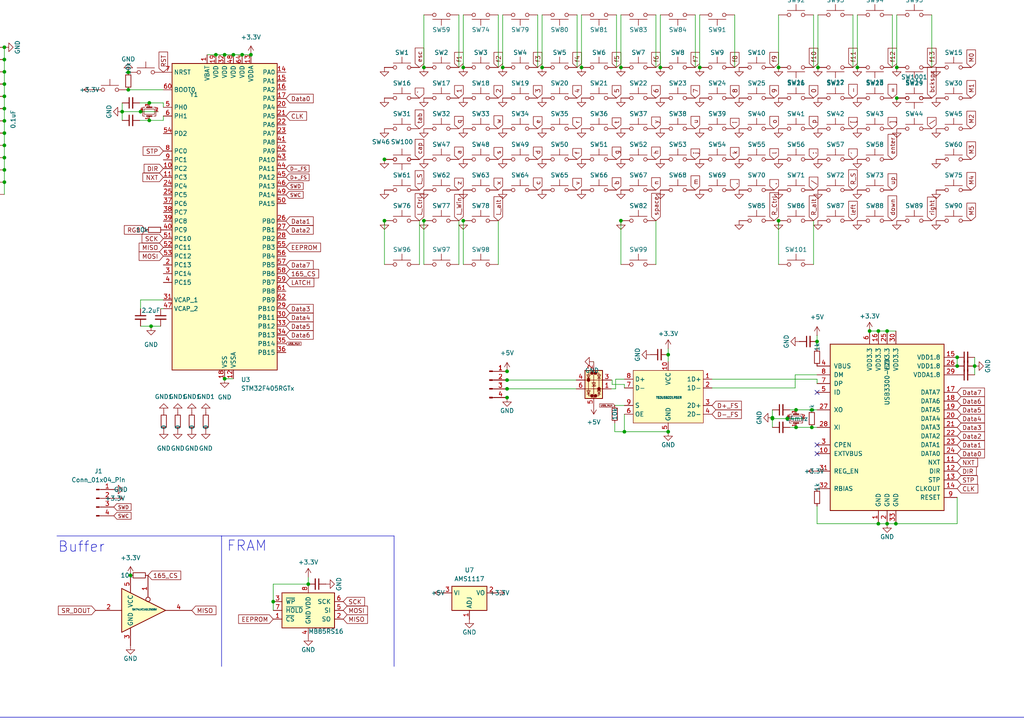
<source format=kicad_sch>
(kicad_sch (version 20240812) (generator "eeschema") (generator_version "8.99")
  (paper "A4")
  (lib_symbols
    (symbol "74xGxx:SN74LVC1G125DBV"
      (property "Reference" "U" (at -10.16 7.62 0))
      (property "Value" "SN74LVC1G125DBV" (at 2.54 -7.62 0))
      (symbol "SN74LVC1G125DBV_1_1"
        (pin input line (at -15.24 0 0) (length 7.62) (name "~") (number "2"))
        (pin power_in line (at -5.08 10.16 270) (length 5.08) (name "VCC") (number "5"))
        (pin power_in line (at -5.08 -10.16 90) (length 5.08) (name "GND") (number "3"))
        (pin input inverted (at 0 10.16 270) (length 7.62) (name "~") (number "1"))
        (pin tri_state line (at 12.7 0 180) (length 7.62) (name "~") (number "4"))
      )
    )
    (symbol "74xx:74HC165"
      (property "Reference" "U" (at -7.62 19.05 0))
      (property "Value" "74HC165" (at -7.62 -21.59 0))
      (symbol "74HC165_1_0"
        (pin input line (at -12.7 15.24 0) (length 5.08) (name "DS") (number "10"))
        (pin input line (at -12.7 12.7 0) (length 5.08) (name "D0") (number "11"))
        (pin input line (at -12.7 10.16 0) (length 5.08) (name "D1") (number "12"))
        (pin input line (at -12.7 7.62 0) (length 5.08) (name "D2") (number "13"))
        (pin input line (at -12.7 5.08 0) (length 5.08) (name "D3") (number "14"))
        (pin input line (at -12.7 2.54 0) (length 5.08) (name "D4") (number "3"))
        (pin input line (at -12.7 0 0) (length 5.08) (name "D5") (number "4"))
        (pin input line (at -12.7 -2.54 0) (length 5.08) (name "D6") (number "5"))
        (pin input line (at -12.7 -5.08 0) (length 5.08) (name "D7") (number "6"))
        (pin input line (at -12.7 -10.16 0) (length 5.08) (name "~{PL}") (number "1"))
        (pin input line (at -12.7 -15.24 0) (length 5.08) (name "CP") (number "2"))
        (pin input line (at -12.7 -17.78 0) (length 5.08) (name "~{CE}") (number "15"))
        (pin power_in line (at 0 22.86 270) (length 5.08) (name "VCC") (number "16"))
        (pin power_in line (at 0 -25.4 90) (length 5.08) (name "GND") (number "8"))
        (pin output line (at 12.7 15.24 180) (length 5.08) (name "Q7") (number "9"))
        (pin output line (at 12.7 12.7 180) (length 5.08) (name "~{Q7}") (number "7"))
      )
    )
    (symbol "Connector:Conn_01x04_Pin" (pin_names (offset 1.016) hide)
      (property "Reference" "J" (at 0 5.08 0))
      (property "Value" "Conn_01x04_Pin" (at 0 -7.62 0))
      (symbol "Conn_01x04_Pin_1_1"
        (pin passive line (at 5.08 2.54 180) (length 3.81) (name "Pin_1") (number "1"))
        (pin passive line (at 5.08 0 180) (length 3.81) (name "Pin_2") (number "2"))
        (pin passive line (at 5.08 -2.54 180) (length 3.81) (name "Pin_3") (number "3"))
        (pin passive line (at 5.08 -5.08 180) (length 3.81) (name "Pin_4") (number "4"))
      )
    )
    (symbol "Device:C_Small" (pin_numbers hide) (pin_names (offset 0.254) hide)
      (property "Reference" "C" (at 0.254 1.778 0))
      (property "Value" "C_Small" (at 0.254 -2.032 0))
      (symbol "C_Small_1_1"
        (pin passive line (at 0 2.54 270) (length 2.032) (name "~") (number "1"))
        (pin passive line (at 0 -2.54 90) (length 2.032) (name "~") (number "2"))
      )
    )
    (symbol "Device:Crystal_GND24_Small" (pin_names (offset 1.016) hide)
      (property "Reference" "Y" (at 1.27 4.445 0))
      (property "Value" "Crystal_GND24_Small" (at 1.27 2.54 0))
      (symbol "Crystal_GND24_Small_1_1"
        (pin passive line (at -2.54 0 0) (length 1.27) (name "1") (number "1"))
        (pin passive line (at 0 2.54 270) (length 0.635) (name "4") (number "4"))
        (pin passive line (at 0 -2.54 90) (length 0.635) (name "2") (number "2"))
        (pin passive line (at 2.54 0 180) (length 1.27) (name "3") (number "3"))
      )
    )
    (symbol "Device:R_Pack04" (pin_names (offset 0) hide)
      (property "Reference" "RN" (at -7.62 0 90))
      (property "Value" "R_Pack04" (at 5.08 0 90))
      (symbol "R_Pack04_1_1"
        (pin passive line (at -5.08 5.08 270) (length 2.54) (name "R1.2") (number "8"))
        (pin passive line (at -5.08 -5.08 90) (length 2.54) (name "R1.1") (number "1"))
        (pin passive line (at -2.54 5.08 270) (length 2.54) (name "R2.2") (number "7"))
        (pin passive line (at -2.54 -5.08 90) (length 2.54) (name "R2.1") (number "2"))
        (pin passive line (at 0 5.08 270) (length 2.54) (name "R3.2") (number "6"))
        (pin passive line (at 0 -5.08 90) (length 2.54) (name "R3.1") (number "3"))
        (pin passive line (at 2.54 5.08 270) (length 2.54) (name "R4.2") (number "5"))
        (pin passive line (at 2.54 -5.08 90) (length 2.54) (name "R4.1") (number "4"))
      )
    )
    (symbol "Device:R_Small" (pin_numbers hide) (pin_names (offset 0.254) hide)
      (property "Reference" "R" (at 0.762 0.508 0))
      (property "Value" "R_Small" (at 0.762 -1.016 0))
      (symbol "R_Small_1_1"
        (pin passive line (at 0 2.54 270) (length 0.762) (name "~") (number "1"))
        (pin passive line (at 0 -2.54 90) (length 0.762) (name "~") (number "2"))
      )
    )
    (symbol "Interface_USB:USB3300-EZK" (pin_names (offset 1.016))
      (property "Reference" "U" (at 0 1.27 0))
      (property "Value" "USB3300-EZK" (at 0 -1.27 0))
      (symbol "USB3300-EZK_1_1"
        (pin power_in line (at -20.32 17.78 0) (length 3.81) (name "VBUS") (number "4"))
        (pin bidirectional line (at -20.32 15.24 0) (length 3.81) (name "DM") (number "8"))
        (pin bidirectional line (at -20.32 12.7 0) (length 3.81) (name "DP") (number "7"))
        (pin input line (at -20.32 10.16 0) (length 3.81) (name "ID") (number "5"))
        (pin output line (at -20.32 5.08 0) (length 3.81) (name "XO") (number "27"))
        (pin input line (at -20.32 0 0) (length 3.81) (name "XI") (number "28"))
        (pin output line (at -20.32 -5.08 0) (length 3.81) (name "CPEN") (number "3"))
        (pin input line (at -20.32 -7.62 0) (length 3.81) (name "EXTVBUS") (number "10"))
        (pin bidirectional line (at -20.32 -12.7 0) (length 3.81) (name "REG_EN") (number "31"))
        (pin passive line (at -20.32 -17.78 0) (length 3.81) (name "RBIAS") (number "32"))
        (pin power_in line (at -5.08 27.94 270) (length 3.81) (name "VDD3.3") (number "6"))
        (pin power_in line (at -2.54 27.94 270) (length 3.81) (name "VDD3.3") (number "16"))
        (pin power_in line (at -2.54 -27.94 90) (length 3.81) (name "GND") (number "1"))
        (pin power_in line (at 0 27.94 270) (length 3.81) (name "VDD3.3") (number "25"))
        (pin power_in line (at 0 -27.94 90) (length 3.81) (name "GND") (number "2"))
        (pin power_in line (at 2.54 27.94 270) (length 3.81) (name "VDD3.3") (number "30"))
        (pin power_in line (at 2.54 -27.94 90) (length 3.81) (name "GND") (number "33"))
        (pin power_out line (at 20.32 20.32 180) (length 3.81) (name "VDD1.8") (number "15"))
        (pin power_out line (at 20.32 17.78 180) (length 3.81) (name "VDD1.8") (number "26"))
        (pin power_out line (at 20.32 15.24 180) (length 3.81) (name "VDDA1.8") (number "29"))
        (pin bidirectional line (at 20.32 10.16 180) (length 3.81) (name "DATA7") (number "17"))
        (pin bidirectional line (at 20.32 7.62 180) (length 3.81) (name "DATA6") (number "18"))
        (pin bidirectional line (at 20.32 5.08 180) (length 3.81) (name "DATA5") (number "19"))
        (pin bidirectional line (at 20.32 2.54 180) (length 3.81) (name "DATA4") (number "20"))
        (pin bidirectional line (at 20.32 0 180) (length 3.81) (name "DATA3") (number "21"))
        (pin bidirectional line (at 20.32 -2.54 180) (length 3.81) (name "DATA2") (number "22"))
        (pin bidirectional line (at 20.32 -5.08 180) (length 3.81) (name "DATA1") (number "23"))
        (pin bidirectional line (at 20.32 -7.62 180) (length 3.81) (name "DATA0") (number "24"))
        (pin output line (at 20.32 -10.16 180) (length 3.81) (name "NXT") (number "11"))
        (pin output line (at 20.32 -12.7 180) (length 3.81) (name "DIR") (number "12"))
        (pin input line (at 20.32 -15.24 180) (length 3.81) (name "STP") (number "13"))
        (pin output line (at 20.32 -17.78 180) (length 3.81) (name "CLKOUT") (number "14"))
        (pin input line (at 20.32 -20.32 180) (length 3.81) (name "RESET") (number "9"))
      )
    )
    (symbol "LED:WS2812B-2020" (pin_names (offset 0.254))
      (property "Reference" "D" (at 5.08 5.715 0))
      (property "Value" "WS2812B-2020" (at 1.27 -5.715 0))
      (symbol "WS2812B-2020_0_0"
        (text "RGB" (at 2.286 -4.191 0) (effects (font (size 0.762 0.762))))
      )
      (symbol "WS2812B-2020_1_1"
        (pin input line (at -7.62 0 0) (length 2.54) (name "DIN") (number "3"))
        (pin power_in line (at 0 7.62 270) (length 2.54) (name "VDD") (number "4"))
        (pin power_in line (at 0 -7.62 90) (length 2.54) (name "VSS") (number "2"))
        (pin output line (at 7.62 0 180) (length 2.54) (name "DOUT") (number "1"))
      )
    )
    (symbol "MCU_ST_STM32F4:STM32F405RGTx"
      (property "Reference" "U" (at -15.24 46.99 0))
      (property "Value" "STM32F405RGTx" (at 10.16 46.99 0))
      (symbol "STM32F405RGTx_1_1"
        (pin input line (at -17.78 43.18 0) (length 2.54) (name "NRST") (number "7"))
        (pin input line (at -17.78 38.1 0) (length 2.54) (name "BOOT0") (number "60"))
        (pin bidirectional line (at -17.78 33.02 0) (length 2.54) (name "PH0") (number "5"))
        (pin bidirectional line (at -17.78 30.48 0) (length 2.54) (name "PH1") (number "6"))
        (pin bidirectional line (at -17.78 25.4 0) (length 2.54) (name "PD2") (number "54"))
        (pin bidirectional line (at -17.78 20.32 0) (length 2.54) (name "PC0") (number "8"))
        (pin bidirectional line (at -17.78 17.78 0) (length 2.54) (name "PC1") (number "9"))
        (pin bidirectional line (at -17.78 15.24 0) (length 2.54) (name "PC2") (number "10"))
        (pin bidirectional line (at -17.78 12.7 0) (length 2.54) (name "PC3") (number "11"))
        (pin bidirectional line (at -17.78 10.16 0) (length 2.54) (name "PC4") (number "24"))
        (pin bidirectional line (at -17.78 7.62 0) (length 2.54) (name "PC5") (number "25"))
        (pin bidirectional line (at -17.78 5.08 0) (length 2.54) (name "PC6") (number "37"))
        (pin bidirectional line (at -17.78 2.54 0) (length 2.54) (name "PC7") (number "38"))
        (pin bidirectional line (at -17.78 0 0) (length 2.54) (name "PC8") (number "39"))
        (pin bidirectional line (at -17.78 -2.54 0) (length 2.54) (name "PC9") (number "40"))
        (pin bidirectional line (at -17.78 -5.08 0) (length 2.54) (name "PC10") (number "51"))
        (pin bidirectional line (at -17.78 -7.62 0) (length 2.54) (name "PC11") (number "52"))
        (pin bidirectional line (at -17.78 -10.16 0) (length 2.54) (name "PC12") (number "53"))
        (pin bidirectional line (at -17.78 -12.7 0) (length 2.54) (name "PC13") (number "2"))
        (pin bidirectional line (at -17.78 -15.24 0) (length 2.54) (name "PC14") (number "3"))
        (pin bidirectional line (at -17.78 -17.78 0) (length 2.54) (name "PC15") (number "4"))
        (pin power_out line (at -17.78 -22.86 0) (length 2.54) (name "VCAP_1") (number "31"))
        (pin power_out line (at -17.78 -25.4 0) (length 2.54) (name "VCAP_2") (number "47"))
        (pin power_in line (at -5.08 48.26 270) (length 2.54) (name "VBAT") (number "1"))
        (pin power_in line (at -2.54 48.26 270) (length 2.54) (name "VDD") (number "19"))
        (pin power_in line (at 0 48.26 270) (length 2.54) (name "VDD") (number "32"))
        (pin power_in line (at 0 -45.72 90) (length 2.54) (name "VSS") (number "18"))
        (pin passive line (at 0 -45.72 90) (length 2.54) hide (name "VSS") (number "63"))
        (pin power_in line (at 2.54 48.26 270) (length 2.54) (name "VDD") (number "48"))
        (pin power_in line (at 2.54 -45.72 90) (length 2.54) (name "VSSA") (number "12"))
        (pin power_in line (at 5.08 48.26 270) (length 2.54) (name "VDD") (number "64"))
        (pin power_in line (at 7.62 48.26 270) (length 2.54) (name "VDDA") (number "13"))
        (pin bidirectional line (at 17.78 43.18 180) (length 2.54) (name "PA0") (number "14"))
        (pin bidirectional line (at 17.78 40.64 180) (length 2.54) (name "PA1") (number "15"))
        (pin bidirectional line (at 17.78 38.1 180) (length 2.54) (name "PA2") (number "16"))
        (pin bidirectional line (at 17.78 35.56 180) (length 2.54) (name "PA3") (number "17"))
        (pin bidirectional line (at 17.78 33.02 180) (length 2.54) (name "PA4") (number "20"))
        (pin bidirectional line (at 17.78 30.48 180) (length 2.54) (name "PA5") (number "21"))
        (pin bidirectional line (at 17.78 27.94 180) (length 2.54) (name "PA6") (number "22"))
        (pin bidirectional line (at 17.78 25.4 180) (length 2.54) (name "PA7") (number "23"))
        (pin bidirectional line (at 17.78 22.86 180) (length 2.54) (name "PA8") (number "41"))
        (pin bidirectional line (at 17.78 20.32 180) (length 2.54) (name "PA9") (number "42"))
        (pin bidirectional line (at 17.78 17.78 180) (length 2.54) (name "PA10") (number "43"))
        (pin bidirectional line (at 17.78 15.24 180) (length 2.54) (name "PA11") (number "44"))
        (pin bidirectional line (at 17.78 12.7 180) (length 2.54) (name "PA12") (number "45"))
        (pin bidirectional line (at 17.78 10.16 180) (length 2.54) (name "PA13") (number "46"))
        (pin bidirectional line (at 17.78 7.62 180) (length 2.54) (name "PA14") (number "49"))
        (pin bidirectional line (at 17.78 5.08 180) (length 2.54) (name "PA15") (number "50"))
        (pin bidirectional line (at 17.78 0 180) (length 2.54) (name "PB0") (number "26"))
        (pin bidirectional line (at 17.78 -2.54 180) (length 2.54) (name "PB1") (number "27"))
        (pin bidirectional line (at 17.78 -5.08 180) (length 2.54) (name "PB2") (number "28"))
        (pin bidirectional line (at 17.78 -7.62 180) (length 2.54) (name "PB3") (number "55"))
        (pin bidirectional line (at 17.78 -10.16 180) (length 2.54) (name "PB4") (number "56"))
        (pin bidirectional line (at 17.78 -12.7 180) (length 2.54) (name "PB5") (number "57"))
        (pin bidirectional line (at 17.78 -15.24 180) (length 2.54) (name "PB6") (number "58"))
        (pin bidirectional line (at 17.78 -17.78 180) (length 2.54) (name "PB7") (number "59"))
        (pin bidirectional line (at 17.78 -20.32 180) (length 2.54) (name "PB8") (number "61"))
        (pin bidirectional line (at 17.78 -22.86 180) (length 2.54) (name "PB9") (number "62"))
        (pin bidirectional line (at 17.78 -25.4 180) (length 2.54) (name "PB10") (number "29"))
        (pin bidirectional line (at 17.78 -27.94 180) (length 2.54) (name "PB11") (number "30"))
        (pin bidirectional line (at 17.78 -30.48 180) (length 2.54) (name "PB12") (number "33"))
        (pin bidirectional line (at 17.78 -33.02 180) (length 2.54) (name "PB13") (number "34"))
        (pin bidirectional line (at 17.78 -35.56 180) (length 2.54) (name "PB14") (number "35"))
        (pin bidirectional line (at 17.78 -38.1 180) (length 2.54) (name "PB15") (number "36"))
      )
    )
    (symbol "Memory_NVRAM:MB85RS16" (pin_names (offset 1.016))
      (property "Reference" "U" (at -7.62 6.35 0))
      (property "Value" "MB85RS16" (at 1.27 6.35 0))
      (symbol "MB85RS16_1_1"
        (pin input line (at -10.16 2.54 0) (length 2.54) (name "~{WP}") (number "3"))
        (pin input line (at -10.16 0 0) (length 2.54) (name "~{HOLD}") (number "7"))
        (pin input line (at -10.16 -2.54 0) (length 2.54) (name "~{CS}") (number "1"))
        (pin power_in line (at 0 7.62 270) (length 2.54) (name "VDD") (number "8"))
        (pin power_in line (at 0 -7.62 90) (length 2.54) (name "GND") (number "4"))
        (pin input line (at 10.16 2.54 180) (length 2.54) (name "SCK") (number "6"))
        (pin input line (at 10.16 0 180) (length 2.54) (name "SI") (number "5"))
        (pin output line (at 10.16 -2.54 180) (length 2.54) (name "SO") (number "2"))
      )
    )
    (symbol "Power_Protection:USBLC6-2SC6" (pin_names hide)
      (property "Reference" "U" (at 0.635 5.715 0))
      (property "Value" "USBLC6-2SC6" (at 0.635 3.81 0))
      (symbol "USBLC6-2SC6_1_1"
        (pin passive line (at -5.08 0 0) (length 2.54) (name "I/O1") (number "1"))
        (pin passive line (at -5.08 -2.54 0) (length 2.54) (name "I/O2") (number "3"))
        (pin passive line (at 0 5.08 270) (length 2.54) (name "VBUS") (number "5"))
        (pin passive line (at 0 -7.62 90) (length 2.54) (name "GND") (number "2"))
        (pin passive line (at 5.08 0 180) (length 2.54) (name "I/O1") (number "6"))
        (pin passive line (at 5.08 -2.54 180) (length 2.54) (name "I/O2") (number "4"))
      )
    )
    (symbol "Regulator_Linear:AMS1117"
      (property "Reference" "U" (at -3.81 3.175 0))
      (property "Value" "AMS1117" (at 0 3.175 0))
      (symbol "AMS1117_1_1"
        (pin power_in line (at -7.62 0 0) (length 2.54) (name "VI") (number "3"))
        (pin input line (at 0 -7.62 90) (length 2.54) (name "ADJ") (number "1"))
        (pin power_out line (at 7.62 0 180) (length 2.54) (name "VO") (number "2"))
      )
    )
    (symbol "Switch:SW_Push" (pin_numbers hide) (pin_names (offset 1.016) hide)
      (property "Reference" "SW" (at 1.27 2.54 0))
      (property "Value" "SW_Push" (at 0 -1.524 0))
      (symbol "SW_Push_0_1"
        (pin passive line (at -5.08 0 0) (length 2.54) (name "1") (number "1"))
        (pin passive line (at 5.08 0 180) (length 2.54) (name "2") (number "2"))
      )
    )
    (symbol "power:+3.3V" (power) (pin_numbers hide) (pin_names (offset 0) hide)
      (property "Value" "+3.3V" (at 0 3.556 0))
      (symbol "+3.3V_1_1"
        (pin power_in line (at 0 0 90) (length 0) (name "~") (number "1"))
      )
    )
    (symbol "power:+5V" (power) (pin_numbers hide) (pin_names (offset 0) hide)
      (property "Value" "+5V" (at 0 3.556 0))
      (symbol "+5V_1_1"
        (pin power_in line (at 0 0 90) (length 0) (name "~") (number "1"))
      )
    )
    (symbol "power:GND" (power) (pin_numbers hide) (pin_names (offset 0) hide)
      (property "Value" "GND" (at 0 -3.81 0))
      (symbol "GND_1_1"
        (pin power_in line (at 0 0 270) (length 0) (name "~") (number "1"))
      )
    )
    (symbol "power:GND1" (power) (pin_numbers hide) (pin_names (offset 0) hide)
      (property "Value" "GND1" (at 0 -3.81 0))
      (symbol "GND1_1_1"
        (pin power_in line (at 0 0 270) (length 0) (name "~") (number "1"))
      )
    )
    (symbol "stm32f072:TS3USB221RSER"
      (property "Reference" "U2" (at 2.0194 -12.7 0))
      (property "Value" "TS3USB221RSER" (at 2.0194 -10.16 0))
      (symbol "TS3USB221RSER_1_1"
        (pin input line (at -12.7 5.08 0) (length 2.54) (name "D+") (number "8"))
        (pin input line (at -12.7 2.54 0) (length 2.54) (name "D-") (number "7"))
        (pin input line (at -12.7 -2.54 0) (length 2.54) (name "S") (number "9"))
        (pin input line (at -12.7 -5.08 0) (length 2.54) (name "OE") (number "6"))
        (pin input line (at 0 10.16 270) (length 2.54) (name "VCC") (number "10"))
        (pin input line (at 0 -10.16 90) (length 2.54) (name "GND") (number "5"))
        (pin input line (at 12.7 5.08 180) (length 2.54) (name "1D+") (number "1"))
        (pin input line (at 12.7 2.54 180) (length 2.54) (name "1D-") (number "2"))
        (pin input line (at 12.7 -2.54 180) (length 2.54) (name "2D+") (number "3"))
        (pin input line (at 12.7 -5.08 180) (length 2.54) (name "2D-") (number "4"))
      )
    )
  )
  (text "Buffer\n" (at 23.622 158.75 0) (effects (font (size 3 3))))
  (text "FRAM\n" (at 71.628 158.496 0) (effects (font (size 3 3))))
  (junction (at 145.796 19.558))
  (junction (at 94.488 308.356))
  (junction (at 187.96 303.53))
  (junction (at 147.066 112.776))
  (junction (at 119.126 357.124))
  (junction (at 33.528 296.672))
  (junction (at -247.904 160.528))
  (junction (at 221.996 278.384))
  (junction (at 260.096 28.448))
  (junction (at 79.248 174.498))
  (junction (at 65.151 15.875))
  (junction (at 197.358 229.616))
  (junction (at 1.27 17.272))
  (junction (at -6.096 283.718))
  (junction (at 1.27 20.828))
  (junction (at -3.556 283.718))
  (junction (at 122.936 19.558))
  (junction (at 191.516 19.558))
  (junction (at 224.028 121.158))
  (junction (at -3.81 17.272))
  (junction (at 48.006 296.672))
  (junction (at -232.664 145.288))
  (junction (at -3.81 27.94))
  (junction (at 225.806 64.008))
  (junction (at 235.458 118.872))
  (junction (at 1.27 27.94))
  (junction (at 202.946 19.558))
  (junction (at -247.904 145.288))
  (junction (at 147.066 115.316))
  (junction (at -202.184 145.288))
  (junction (at 1.27 38.608))
  (junction (at 50.546 296.672))
  (junction (at 122.936 64.008))
  (junction (at 234.442 241.3))
  (junction (at 97.028 308.356))
  (junction (at 257.302 151.892))
  (junction (at -3.81 42.164))
  (junction (at 194.818 229.616))
  (junction (at -10.414 283.718))
  (junction (at 283.972 253.746))
  (junction (at 165.862 254.762))
  (junction (at 277.622 103.632))
  (junction (at 286.512 253.746))
  (junction (at -110.744 160.528))
  (junction (at 300.99 253.746))
  (junction (at 38.608 296.672))
  (junction (at 157.226 19.558))
  (junction (at 293.37 253.746))
  (junction (at 116.84 279.4))
  (junction (at 67.691 15.875))
  (junction (at -3.81 52.832))
  (junction (at 168.402 254.762))
  (junction (at -186.944 145.288))
  (junction (at 235.458 123.952))
  (junction (at 320.548 253.746))
  (junction (at -3.81 13.716))
  (junction (at 260.096 19.558))
  (junction (at 248.666 19.558))
  (junction (at -3.81 31.496))
  (junction (at -171.704 145.288))
  (junction (at 298.45 253.746))
  (junction (at 21.082 332.486))
  (junction (at -171.704 160.528))
  (junction (at 1.27 13.716))
  (junction (at 289.052 253.746))
  (junction (at 65.151 109.855))
  (junction (at -110.744 145.288))
  (junction (at -141.224 160.528))
  (junction (at 1.27 35.052))
  (junction (at 153.924 254.762))
  (junction (at 1.27 45.72))
  (junction (at -217.424 160.528))
  (junction (at 36.068 296.672))
  (junction (at 271.018 241.3))
  (junction (at -125.984 145.288))
  (junction (at 147.066 110.236))
  (junction (at 180.086 19.558))
  (junction (at 163.322 254.762))
  (junction (at 43.307 34.925))
  (junction (at 180.086 64.008))
  (junction (at 190.5 229.616))
  (junction (at 254.762 96.012))
  (junction (at 185.42 229.616))
  (junction (at 131.318 279.4))
  (junction (at 121.92 279.4))
  (junction (at 1.27 49.276))
  (junction (at 45.466 296.672))
  (junction (at 119.126 308.356))
  (junction (at 70.104 345.44))
  (junction (at 37.211 26.035))
  (junction (at 21.082 283.718))
  (junction (at -156.464 145.288))
  (junction (at -156.464 160.528))
  (junction (at 89.408 169.418))
  (junction (at 119.38 279.4))
  (junction (at 37.846 166.878))
  (junction (at 72.771 15.875))
  (junction (at 147.066 107.696))
  (junction (at 126.238 279.4))
  (junction (at 40.767 32.385))
  (junction (at 111.506 46.228))
  (junction (at 133.858 279.4))
  (junction (at 257.302 96.012))
  (junction (at 251.46 241.3))
  (junction (at -186.944 160.528))
  (junction (at -12.954 283.718))
  (junction (at 70.104 296.672))
  (junction (at 168.656 19.558))
  (junction (at -3.81 38.608))
  (junction (at 193.802 102.87))
  (junction (at 160.782 254.762))
  (junction (at -141.224 145.288))
  (junction (at -3.81 45.72))
  (junction (at 82.55 308.356))
  (junction (at 62.611 15.875))
  (junction (at 271.018 290.068))
  (junction (at 252.222 96.012))
  (junction (at 151.384 254.762))
  (junction (at 202.438 229.616))
  (junction (at 236.982 241.3))
  (junction (at -15.494 283.718))
  (junction (at 99.568 308.356))
  (junction (at 277.622 106.172))
  (junction (at 225.806 19.558))
  (junction (at 221.996 229.616))
  (junction (at 134.366 64.008))
  (junction (at 243.84 241.3))
  (junction (at 111.506 64.008))
  (junction (at 320.548 302.514))
  (junction (at 228.346 121.412))
  (junction (at 187.96 229.616))
  (junction (at -3.81 20.828))
  (junction (at 1.524 283.718))
  (junction (at 259.842 151.892))
  (junction (at -217.424 145.288))
  (junction (at 43.815 94.615))
  (junction (at 1.27 31.496))
  (junction (at 1.27 52.832))
  (junction (at 193.802 125.222))
  (junction (at 236.982 99.06))
  (junction (at 224.028 121.412))
  (junction (at 37.211 20.955))
  (junction (at 230.886 123.952))
  (junction (at -3.81 35.052))
  (junction (at 254.762 151.892))
  (junction (at 153.416 279.4))
  (junction (at 85.09 308.356))
  (junction (at -125.984 160.528))
  (junction (at 199.898 229.616))
  (junction (at 91.948 308.356))
  (junction (at 153.416 328.168))
  (junction (at 1.27 24.384))
  (junction (at 181.102 125.222))
  (junction (at 230.886 118.872))
  (junction (at 87.63 308.356))
  (junction (at 239.522 241.3))
  (junction (at -3.81 49.276))
  (junction (at 134.366 19.558))
  (junction (at 156.464 254.762))
  (junction (at 282.702 106.172))
  (junction (at 187.96 254.762))
  (junction (at 237.236 19.558))
  (junction (at 295.91 253.746))
  (junction (at 43.307 29.845))
  (junction (at -1.016 283.718))
  (junction (at 246.38 241.3))
  (junction (at 70.231 15.875))
  (junction (at 42.926 296.672))
  (junction (at -232.664 160.528))
  (junction (at 128.778 279.4))
  (junction (at 35.433 32.385))
  (junction (at 1.27 42.164))
  (junction (at -202.184 160.528))
  (junction (at 248.92 241.3))
  (junction (at -3.81 24.384))
  (no_connect (at 200.66 265.176))
  (no_connect (at 82.804 307.086))
  (no_connect (at 33.782 294.132))
  (no_connect (at 283.718 251.714))
  (no_connect (at 131.826 318.77))
  (no_connect (at 234.696 240.03))
  (no_connect (at 236.982 129.032))
  (no_connect (at 333.248 264.16))
  (no_connect (at 236.982 131.572))
  (no_connect (at 236.982 113.792))
  (no_connect (at 166.116 289.814))
  (wire (pts (xy 230.886 118.872) (xy 235.458 118.872)))
  (wire (pts (xy 202.946 4.318) (xy 202.946 19.558)))
  (wire (pts (xy 166.116 273.05) (xy 166.116 287.274)))
  (wire (pts (xy 259.842 151.892) (xy 277.622 151.892)))
  (wire (pts (xy 42.926 296.672) (xy 45.466 296.672)))
  (wire (pts (xy 172.212 105.156) (xy 172.212 104.902)))
  (wire (pts (xy 236.982 109.982) (xy 236.982 111.252)))
  (wire (pts (xy 151.384 254.762) (xy 153.924 254.762)))
  (wire (pts (xy 178.562 112.776) (xy 178.562 109.982)))
  (wire (pts (xy 8.382 291.592) (xy 8.382 284.988)))
  (wire (pts (xy -15.494 283.718) (xy -12.954 283.718)))
  (wire (pts (xy 106.426 349.25) (xy 106.426 357.124)))
  (wire (pts (xy 254.762 96.012) (xy 257.302 96.012)))
  (wire (pts (xy 260.096 4.318) (xy 260.096 19.558)))
  (wire (pts (xy 224.028 121.412) (xy 224.028 123.952)))
  (wire (pts (xy 21.082 283.464) (xy 21.082 283.718)))
  (wire (pts (xy 134.366 76.708) (xy 134.366 64.008)))
  (wire (pts (xy 165.862 254.762) (xy 168.402 254.762)))
  (wire (pts (xy 178.308 125.222) (xy 181.102 125.222)))
  (wire (pts (xy 295.91 253.746) (xy 298.45 253.746)))
  (wire (pts (xy 65.151 109.855) (xy 67.691 109.855)))
  (wire (pts (xy 79.248 174.498) (xy 79.248 169.418)))
  (wire (pts (xy 131.318 279.4) (xy 133.858 279.4)))
  (wire (pts (xy 153.924 254.762) (xy 156.464 254.762)))
  (wire (pts (xy 82.804 284.988) (xy 82.804 304.546)))
  (wire (pts (xy -6.096 283.718) (xy -3.556 283.718)))
  (wire (pts (xy 94.488 308.356) (xy 97.028 308.356)))
  (wire (pts (xy 209.296 237.49) (xy 209.296 230.632)))
  (wire (pts (xy 47.371 31.115) (xy 47.371 29.845)))
  (wire (pts (xy 231.902 241.3) (xy 234.442 241.3)))
  (wire (pts (xy -125.984 160.528) (xy -110.744 160.528)))
  (wire (pts (xy 140.716 287.274) (xy 140.716 248.158)))
  (wire (pts (xy 62.611 15.875) (xy 65.151 15.875)))
  (wire (pts (xy 200.66 248.158) (xy 200.66 262.636)))
  (wire (pts (xy 209.296 270.51) (xy 209.296 278.384)))
  (wire (pts (xy 257.302 96.012) (xy 259.842 96.012)))
  (wire (pts (xy 140.716 328.168) (xy 153.416 328.168)))
  (wire (pts (xy -186.944 160.528) (xy -171.704 160.528)))
  (wire (pts (xy 140.716 320.294) (xy 140.716 328.168)))
  (wire (pts (xy 229.108 118.872) (xy 230.886 118.872)))
  (wire (pts (xy 270.256 4.318) (xy 270.256 19.558)))
  (wire (pts (xy 181.102 111.506) (xy 181.102 112.522)))
  (wire (pts (xy 206.502 112.522) (xy 230.632 112.522)))
  (wire (pts (xy 282.702 103.632) (xy 282.702 106.172)))
  (wire (pts (xy 181.102 125.222) (xy 193.802 125.222)))
  (wire (pts (xy 307.848 294.64) (xy 307.848 302.514)))
  (wire (pts (xy -18.034 283.718) (xy -15.494 283.718)))
  (wire (pts (xy 307.848 302.514) (xy 320.548 302.514)))
  (wire (pts (xy 230.632 108.712) (xy 236.982 108.712)))
  (wire (pts (xy 209.296 230.632) (xy 283.718 230.632)))
  (wire (pts (xy -247.904 160.528) (xy -232.664 160.528)))
  (wire (pts (xy -3.81 49.276) (xy -3.81 52.832)))
  (wire (pts (xy 79.248 169.418) (xy 89.408 169.418)))
  (wire (pts (xy 175.26 223.266) (xy 234.696 223.266)))
  (wire (pts (xy 277.622 103.632) (xy 277.622 106.172)))
  (wire (pts (xy 1.27 52.832) (xy 1.27 56.388)))
  (wire (pts (xy 121.666 76.708) (xy 121.666 64.008)))
  (wire (pts (xy 320.548 253.492) (xy 320.548 253.746)))
  (wire (pts (xy 122.936 76.708) (xy 122.936 64.008)))
  (wire (pts (xy 87.63 308.356) (xy 91.948 308.356)))
  (polyline (pts (xy 16.51 155.448) (xy 64.262 155.448)))
  (wire (pts (xy -3.81 38.608) (xy -3.81 42.164)))
  (wire (pts (xy 224.028 121.158) (xy 224.028 118.872)))
  (wire (pts (xy 114.3 279.4) (xy 116.84 279.4)))
  (wire (pts (xy 1.27 13.716) (xy 1.27 17.272)))
  (wire (pts (xy -186.944 145.288) (xy -171.704 145.288)))
  (wire (pts (xy 221.996 229.616) (xy 221.996 229.87)))
  (wire (pts (xy 99.568 308.356) (xy 119.126 308.356)))
  (wire (pts (xy -3.81 17.272) (xy -3.81 20.828)))
  (wire (pts (xy 122.936 4.318) (xy 122.936 19.558)))
  (wire (pts (xy 202.438 229.616) (xy 221.996 229.616)))
  (wire (pts (xy 236.982 146.812) (xy 236.982 151.892)))
  (wire (pts (xy 85.09 308.356) (xy 87.63 308.356)))
  (wire (pts (xy 180.086 4.318) (xy 180.086 19.558)))
  (wire (pts (xy 1.524 283.718) (xy 21.082 283.718)))
  (wire (pts (xy 172.212 117.856) (xy 172.212 117.602)))
  (wire (pts (xy 133.096 4.318) (xy 133.096 19.558)))
  (wire (pts (xy 70.104 296.418) (xy 70.104 296.672)))
  (wire (pts (xy -110.744 145.288) (xy -95.504 145.288)))
  (wire (pts (xy 43.307 34.925) (xy 47.371 34.925)))
  (wire (pts (xy 178.308 122.682) (xy 178.308 125.222)))
  (wire (pts (xy -125.984 145.288) (xy -110.744 145.288)))
  (wire (pts (xy -1.016 283.718) (xy 1.524 283.718)))
  (wire (pts (xy 148.844 254.762) (xy 151.384 254.762)))
  (wire (pts (xy 187.96 303.784) (xy 187.96 303.53)))
  (wire (pts (xy 128.778 279.4) (xy 131.318 279.4)))
  (wire (pts (xy 236.982 241.3) (xy 239.522 241.3)))
  (wire (pts (xy 271.018 241.3) (xy 271.018 241.554)))
  (wire (pts (xy -232.664 145.288) (xy -217.424 145.288)))
  (wire (pts (xy 333.248 242.57) (xy 333.248 261.62)))
  (wire (pts (xy 282.702 106.172) (xy 282.702 108.712)))
  (wire (pts (xy 177.292 110.236) (xy 177.546 110.236)))
  (wire (pts (xy 153.416 279.146) (xy 153.416 279.4)))
  (wire (pts (xy -156.464 160.528) (xy -141.224 160.528)))
  (wire (pts (xy 190.5 229.616) (xy 194.818 229.616)))
  (wire (pts (xy 106.426 357.124) (xy 119.126 357.124)))
  (wire (pts (xy 168.402 254.762) (xy 187.96 254.762)))
  (wire (pts (xy 35.433 32.385) (xy 40.767 32.385)))
  (wire (pts (xy 175.26 295.656) (xy 175.26 303.53)))
  (wire (pts (xy 156.464 254.762) (xy 160.782 254.762)))
  (wire (pts (xy 21.082 332.486) (xy 21.082 332.232)))
  (wire (pts (xy 70.231 15.875) (xy 72.771 15.875)))
  (wire (pts (xy 40.767 94.615) (xy 43.815 94.615)))
  (wire (pts (xy 194.818 229.616) (xy 197.358 229.616)))
  (wire (pts (xy -156.464 145.288) (xy -141.224 145.288)))
  (wire (pts (xy 168.656 4.318) (xy 168.656 19.558)))
  (wire (pts (xy -12.954 283.718) (xy -10.414 283.718)))
  (wire (pts (xy 298.45 253.746) (xy 300.99 253.746)))
  (wire (pts (xy 163.322 254.762) (xy 165.862 254.762)))
  (wire (pts (xy 236.982 151.892) (xy 254.762 151.892)))
  (wire (pts (xy 8.382 284.988) (xy 82.804 284.988)))
  (wire (pts (xy 243.84 241.3) (xy 246.38 241.3)))
  (wire (pts (xy 201.676 4.318) (xy 201.676 19.558)))
  (wire (pts (xy 21.082 283.718) (xy 21.082 283.972)))
  (wire (pts (xy 119.38 279.4) (xy 121.92 279.4)))
  (wire (pts (xy -3.81 42.164) (xy -3.81 45.72)))
  (wire (pts (xy 228.346 121.412) (xy 233.426 121.412)))
  (wire (pts (xy 8.382 332.486) (xy 21.082 332.486)))
  (wire (pts (xy 271.018 290.322) (xy 271.018 290.068)))
  (wire (pts (xy 197.358 229.616) (xy 199.898 229.616)))
  (wire (pts (xy -3.81 31.496) (xy -3.81 35.052)))
  (wire (pts (xy -3.81 20.828) (xy -3.81 24.384)))
  (wire (pts (xy 1.27 35.052) (xy 1.27 38.608)))
  (wire (pts (xy 289.052 253.746) (xy 293.37 253.746)))
  (wire (pts (xy 40.513 34.925) (xy 43.307 34.925)))
  (wire (pts (xy 35.433 32.385) (xy 35.433 29.845)))
  (wire (pts (xy -263.144 145.288) (xy -247.904 145.288)))
  (wire (pts (xy 45.466 296.672) (xy 48.006 296.672)))
  (wire (pts (xy -217.424 160.528) (xy -202.184 160.528)))
  (wire (pts (xy -171.704 145.288) (xy -156.464 145.288)))
  (wire (pts (xy 230.632 112.522) (xy 230.632 108.712)))
  (wire (pts (xy -263.144 160.528) (xy -247.904 160.528)))
  (wire (pts (xy 283.718 230.632) (xy 283.718 249.174)))
  (wire (pts (xy 221.996 229.362) (xy 221.996 229.616)))
  (wire (pts (xy 187.96 254.508) (xy 187.96 254.762)))
  (wire (pts (xy 167.386 4.318) (xy 167.386 19.558)))
  (wire (pts (xy 121.92 279.4) (xy 126.238 279.4)))
  (wire (pts (xy 147.066 110.236) (xy 167.132 110.236)))
  (wire (pts (xy 281.432 253.746) (xy 283.972 253.746)))
  (wire (pts (xy 175.26 262.636) (xy 175.26 223.266)))
  (wire (pts (xy 36.068 296.672) (xy 38.608 296.672)))
  (wire (pts (xy -202.184 160.528) (xy -186.944 160.528)))
  (wire (pts (xy 43.307 29.845) (xy 47.371 29.845)))
  (wire (pts (xy 246.38 241.3) (xy 248.92 241.3)))
  (polyline (pts (xy -24.13 208.026) (xy -24.13 362.712)))
  (wire (pts (xy -3.81 35.052) (xy -3.81 38.608)))
  (wire (pts (xy 286.512 253.746) (xy 289.052 253.746)))
  (wire (pts (xy 221.996 278.384) (xy 221.996 278.13)))
  (wire (pts (xy 1.27 31.496) (xy 1.27 35.052)))
  (wire (pts (xy 70.104 345.44) (xy 70.104 345.186)))
  (wire (pts (xy 239.522 241.3) (xy 243.84 241.3)))
  (wire (pts (xy -141.224 145.288) (xy -125.984 145.288)))
  (wire (pts (xy 37.211 26.035) (xy 47.371 26.035)))
  (wire (pts (xy 258.318 290.068) (xy 271.018 290.068)))
  (wire (pts (xy 247.396 4.318) (xy 247.396 19.558)))
  (wire (pts (xy 157.226 4.318) (xy 157.226 19.558)))
  (wire (pts (xy 236.982 99.06) (xy 236.982 101.092)))
  (wire (pts (xy 8.382 324.612) (xy 8.382 332.486)))
  (wire (pts (xy 236.982 97.282) (xy 236.982 99.06)))
  (wire (pts (xy -3.81 13.716) (xy -3.81 17.272)))
  (wire (pts (xy 235.458 118.872) (xy 236.982 118.872)))
  (wire (pts (xy 131.826 297.942) (xy 131.826 316.23)))
  (wire (pts (xy 1.27 49.276) (xy 1.27 52.832)))
  (wire (pts (xy 235.966 4.318) (xy 235.966 19.558)))
  (wire (pts (xy 57.404 297.942) (xy 131.826 297.942)))
  (wire (pts (xy 50.546 296.672) (xy 70.104 296.672)))
  (wire (pts (xy 235.966 76.708) (xy 235.966 64.008)))
  (wire (pts (xy 1.27 20.828) (xy 1.27 24.384)))
  (wire (pts (xy 70.104 296.672) (xy 70.104 296.926)))
  (wire (pts (xy 57.404 337.566) (xy 57.404 345.44)))
  (wire (pts (xy 258.318 249.174) (xy 258.318 242.57)))
  (wire (pts (xy 271.018 290.068) (xy 271.018 289.814)))
  (wire (pts (xy 182.88 229.616) (xy 185.42 229.616)))
  (wire (pts (xy 248.92 241.3) (xy 251.46 241.3)))
  (wire (pts (xy 133.858 279.4) (xy 153.416 279.4)))
  (wire (pts (xy 147.066 112.776) (xy 167.132 112.776)))
  (wire (pts (xy 89.408 167.386) (xy 89.408 169.418)))
  (wire (pts (xy 320.548 253.746) (xy 320.548 254)))
  (wire (pts (xy -217.424 145.288) (xy -202.184 145.288)))
  (wire (pts (xy 67.691 15.875) (xy 70.231 15.875)))
  (wire (pts (xy 252.222 96.012) (xy 254.762 96.012)))
  (wire (pts (xy 36.957 26.035) (xy 37.211 26.035)))
  (wire (pts (xy 116.84 279.4) (xy 119.38 279.4)))
  (wire (pts (xy -3.81 45.72) (xy -3.81 49.276)))
  (wire (pts (xy 221.996 278.638) (xy 221.996 278.384)))
  (wire (pts (xy -110.744 160.528) (xy -95.504 160.528)))
  (wire (pts (xy 80.01 308.356) (xy 82.55 308.356)))
  (wire (pts (xy 320.548 302.768) (xy 320.548 302.514)))
  (wire (pts (xy 33.528 296.672) (xy 36.068 296.672)))
  (wire (pts (xy 177.292 112.776) (xy 178.562 112.776)))
  (wire (pts (xy 257.302 151.892) (xy 259.842 151.892)))
  (wire (pts (xy 40.767 89.535) (xy 40.767 86.995)))
  (wire (pts (xy 79.248 177.038) (xy 79.248 174.498)))
  (wire (pts (xy 134.366 4.318) (xy 134.366 19.558)))
  (wire (pts (xy 126.238 279.4) (xy 128.778 279.4)))
  (polyline (pts (xy 64.262 155.448) (xy 114.3 155.448)))
  (wire (pts (xy -247.904 145.288) (xy -232.664 145.288)))
  (wire (pts (xy 153.416 279.4) (xy 153.416 279.654)))
  (wire (pts (xy 193.802 102.87) (xy 193.802 104.902)))
  (wire (pts (xy -3.81 52.832) (xy -3.81 56.388)))
  (wire (pts (xy 145.796 4.318) (xy 145.796 19.558)))
  (wire (pts (xy 57.404 345.44) (xy 70.104 345.44)))
  (wire (pts (xy 190.246 4.318) (xy 190.246 19.558)))
  (wire (pts (xy -171.704 160.528) (xy -156.464 160.528)))
  (wire (pts (xy 178.308 117.602) (xy 181.102 117.602)))
  (polyline (pts (xy -24.13 362.712) (xy 368.554 362.712)))
  (wire (pts (xy 199.898 229.616) (xy 202.438 229.616)))
  (wire (pts (xy 229.108 123.952) (xy 230.886 123.952)))
  (wire (pts (xy 271.018 241.046) (xy 271.018 241.3)))
  (wire (pts (xy 187.96 229.616) (xy 190.5 229.616)))
  (wire (pts (xy 57.404 304.546) (xy 57.404 297.942)))
  (wire (pts (xy 224.028 121.412) (xy 228.346 121.412)))
  (polyline (pts (xy 64.262 193.294) (xy 64.262 155.448)))
  (wire (pts (xy 254.762 151.892) (xy 257.302 151.892)))
  (wire (pts (xy 178.562 109.982) (xy 181.102 109.982)))
  (wire (pts (xy 178.816 4.318) (xy 178.816 19.558)))
  (wire (pts (xy 234.696 223.266) (xy 234.696 237.49)))
  (wire (pts (xy 155.956 4.318) (xy 155.956 19.558)))
  (wire (pts (xy -141.224 160.528) (xy -125.984 160.528)))
  (wire (pts (xy 40.767 86.995) (xy 47.371 86.995)))
  (wire (pts (xy 106.426 316.23) (xy 106.426 273.05)))
  (wire (pts (xy 224.028 121.158) (xy 224.028 121.412)))
  (polyline (pts (xy 368.554 207.772) (xy 368.554 362.712)))
  (wire (pts (xy 293.37 253.746) (xy 295.91 253.746)))
  (wire (pts (xy 1.27 38.608) (xy 1.27 42.164)))
  (wire (pts (xy 144.526 76.708) (xy 144.526 64.008)))
  (wire (pts (xy 191.516 4.318) (xy 191.516 19.558)))
  (wire (pts (xy 106.426 273.05) (xy 166.116 273.05)))
  (wire (pts (xy 190.246 76.708) (xy 190.246 64.008)))
  (wire (pts (xy 38.608 296.672) (xy 42.926 296.672)))
  (wire (pts (xy -3.81 24.384) (xy -3.81 27.94)))
  (wire (pts (xy 248.666 4.318) (xy 248.666 19.558)))
  (wire (pts (xy 119.126 308.102) (xy 119.126 308.356)))
  (wire (pts (xy 237.236 4.318) (xy 237.236 19.558)))
  (wire (pts (xy -3.81 27.94) (xy -3.81 31.496)))
  (wire (pts (xy 1.27 24.384) (xy 1.27 27.94)))
  (wire (pts (xy 235.458 123.952) (xy 236.982 123.952)))
  (wire (pts (xy 177.546 111.506) (xy 181.102 111.506)))
  (wire (pts (xy 35.433 32.385) (xy 35.433 34.925)))
  (wire (pts (xy 1.27 45.72) (xy 1.27 49.276)))
  (wire (pts (xy 47.371 33.655) (xy 47.371 34.925)))
  (wire (pts (xy 258.318 282.194) (xy 258.318 290.068)))
  (wire (pts (xy 91.948 308.356) (xy 94.488 308.356)))
  (wire (pts (xy 46.609 89.535) (xy 47.371 89.535)))
  (wire (pts (xy 82.55 308.356) (xy 85.09 308.356)))
  (wire (pts (xy 40.767 32.385) (xy 45.847 32.385)))
  (wire (pts (xy 1.27 17.272) (xy 1.27 20.828)))
  (wire (pts (xy 160.782 254.762) (xy 163.322 254.762)))
  (wire (pts (xy 140.716 248.158) (xy 200.66 248.158)))
  (wire (pts (xy 60.071 15.875) (xy 62.611 15.875)))
  (wire (pts (xy 258.826 4.318) (xy 258.826 19.558)))
  (wire (pts (xy 251.46 241.3) (xy 271.018 241.3)))
  (wire (pts (xy 30.988 296.672) (xy 33.528 296.672)))
  (wire (pts (xy 1.27 42.164) (xy 1.27 45.72)))
  (wire (pts (xy 177.546 110.236) (xy 177.546 111.506)))
  (wire (pts (xy 180.086 76.708) (xy 180.086 64.008)))
  (wire (pts (xy 187.96 303.53) (xy 187.96 303.276)))
  (wire (pts (xy 111.506 76.708) (xy 111.506 64.008)))
  (wire (pts (xy 1.27 27.94) (xy 1.27 31.496)))
  (wire (pts (xy 209.296 278.384) (xy 221.996 278.384)))
  (wire (pts (xy 225.806 4.318) (xy 225.806 19.558)))
  (wire (pts (xy -202.184 145.288) (xy -186.944 145.288)))
  (wire (pts (xy 40.513 29.845) (xy 43.307 29.845)))
  (wire (pts (xy 300.99 253.746) (xy 320.548 253.746)))
  (wire (pts (xy 206.502 109.982) (xy 236.982 109.982)))
  (wire (pts (xy 283.972 253.746) (xy 286.512 253.746)))
  (wire (pts (xy 185.42 229.616) (xy 187.96 229.616)))
  (wire (pts (xy 277.622 144.272) (xy 277.622 151.892)))
  (wire (pts (xy 48.006 296.672) (xy 50.546 296.672)))
  (wire (pts (xy 133.096 76.708) (xy 133.096 64.008)))
  (wire (pts (xy 144.526 4.318) (xy 144.526 19.558)))
  (wire (pts (xy 187.96 254.762) (xy 187.96 255.016)))
  (wire (pts (xy 181.102 120.142) (xy 181.102 125.222)))
  (wire (pts (xy 320.548 302.514) (xy 320.548 302.26)))
  (wire (pts (xy 234.442 241.3) (xy 236.982 241.3)))
  (wire (pts (xy -3.556 283.718) (xy -1.016 283.718)))
  (wire (pts (xy 225.806 76.708) (xy 225.806 64.008)))
  (wire (pts (xy 213.106 4.318) (xy 213.106 19.558)))
  (wire (pts (xy 65.151 15.875) (xy 67.691 15.875)))
  (polyline (pts (xy 368.554 208.026) (xy -24.13 208.026)))
  (wire (pts (xy 153.416 328.422) (xy 153.416 328.168)))
  (wire (pts (xy 193.802 101.092) (xy 193.802 102.87)))
  (wire (pts (xy 43.815 94.615) (xy 46.609 94.615)))
  (wire (pts (xy 258.318 242.57) (xy 333.248 242.57)))
  (wire (pts (xy 230.886 123.952) (xy 235.458 123.952)))
  (wire (pts (xy 119.126 308.356) (xy 119.126 308.61)))
  (polyline (pts (xy 114.3 155.448) (xy 114.3 193.294)))
  (wire (pts (xy -232.664 160.528) (xy -217.424 160.528)))
  (wire (pts (xy 97.028 308.356) (xy 99.568 308.356)))
  (wire (pts (xy 175.26 303.53) (xy 187.96 303.53)))
  (wire (pts (xy 153.416 328.168) (xy 153.416 327.914)))
  (wire (pts (xy 119.126 357.124) (xy 119.126 356.87)))
  (wire (pts (xy -10.414 283.718) (xy -6.096 283.718)))
  (global_label "6" (shape input) (at 190.246 28.448 90) (property "Intersheetrefs" "${INTERSHEET_REFS}" (effects (hide yes))))
  (global_label "STP" (shape input) (at 277.622 139.192 0) (property "Intersheetrefs" "${INTERSHEET_REFS}" (effects (hide yes))))
  (global_label "d" (shape input) (at 155.956 46.228 90) (property "Intersheetrefs" "${INTERSHEET_REFS}" (effects (hide yes))))
  (global_label "esc" (shape input) (at 8.382 294.132 180) (property "Intersheetrefs" "${INTERSHEET_REFS}" (effects (hide yes))))
  (global_label "M5" (shape input) (at 281.686 64.008 90) (property "Intersheetrefs" "${INTERSHEET_REFS}" (effects (hide yes))))
  (global_label "f5" (shape input) (at 106.426 318.77 180) (property "Intersheetrefs" "${INTERSHEET_REFS}" (effects (hide yes))))
  (global_label "f1" (shape input) (at 57.404 307.086 180) (property "Intersheetrefs" "${INTERSHEET_REFS}" (effects (hide yes))))
  (global_label "RGB" (shape input) (at 42.291 66.675 180) (property "Intersheetrefs" "${INTERSHEET_REFS}" (effects (hide yes))))
  (global_label "Data7" (shape input) (at 277.622 113.792 0) (property "Intersheetrefs" "${INTERSHEET_REFS}" (effects (hide yes))))
  (global_label "j" (shape input) (at 201.676 46.228 90) (property "Intersheetrefs" "${INTERSHEET_REFS}" (effects (hide yes))))
  (global_label "f2" (shape input) (at 57.404 309.626 180) (property "Intersheetrefs" "${INTERSHEET_REFS}" (effects (hide yes))))
  (global_label "M2" (shape input) (at 281.686 37.338 90) (property "Intersheetrefs" "${INTERSHEET_REFS}" (effects (hide yes))))
  (global_label "p" (shape input) (at 235.966 37.338 90) (property "Intersheetrefs" "${INTERSHEET_REFS}" (effects (hide yes))))
  (global_label "L_alt" (shape input) (at 8.382 301.752 180) (property "Intersheetrefs" "${INTERSHEET_REFS}" (effects (hide yes))))
  (global_label ";" (shape input) (at 235.966 46.228 90) (property "Intersheetrefs" "${INTERSHEET_REFS}" (effects (hide yes))))
  (global_label "NXT" (shape input) (at 47.371 51.435 180) (property "Intersheetrefs" "${INTERSHEET_REFS}" (effects (hide yes))))
  (global_label "USB_MUX" (shape input) (at 82.931 99.695 0) (effects (font (size 0.5 0.5))) (property "Intersheetrefs" "${INTERSHEET_REFS}" (effects (hide yes))))
  (global_label "STP" (shape input) (at 47.371 43.815 180) (property "Intersheetrefs" "${INTERSHEET_REFS}" (effects (hide yes))))
  (global_label "D-_FS" (shape input) (at 206.502 120.142 0) (property "Intersheetrefs" "${INTERSHEET_REFS}" (effects (hide yes))))
  (global_label "f12" (shape input) (at 140.716 297.434 180) (property "Intersheetrefs" "${INTERSHEET_REFS}" (effects (hide yes))))
  (global_label "n" (shape input) (at 209.296 252.73 180) (property "Intersheetrefs" "${INTERSHEET_REFS}" (effects (hide yes))))
  (global_label "SWC" (shape input) (at 82.931 56.515 0) (effects (font (size 1 1))) (property "Intersheetrefs" "${INTERSHEET_REFS}" (effects (hide yes))))
  (global_label "L_Win" (shape input) (at 8.382 299.212 180) (property "Intersheetrefs" "${INTERSHEET_REFS}" (effects (hide yes))))
  (global_label "MOSI" (shape input) (at 99.568 177.038 0) (property "Intersheetrefs" "${INTERSHEET_REFS}" (effects (hide yes))))
  (global_label "SCK" (shape input) (at 258.318 279.654 180) (property "Intersheetrefs" "${INTERSHEET_REFS}" (effects (hide yes))))
  (global_label "c" (shape input) (at 155.956 55.118 90) (property "Intersheetrefs" "${INTERSHEET_REFS}" (effects (hide yes))))
  (global_label "8" (shape input) (at 213.106 28.448 90) (property "Intersheetrefs" "${INTERSHEET_REFS}" (effects (hide yes))))
  (global_label "Data4" (shape input) (at 82.931 92.075 0) (property "Intersheetrefs" "${INTERSHEET_REFS}" (effects (hide yes))))
  (global_label "f11" (shape input) (at 140.716 294.894 180) (property "Intersheetrefs" "${INTERSHEET_REFS}" (effects (hide yes))))
  (global_label "LATCH" (shape input) (at 140.716 312.674 180) (property "Intersheetrefs" "${INTERSHEET_REFS}" (effects (hide yes))))
  (global_label "d" (shape input) (at 140.716 299.974 180) (property "Intersheetrefs" "${INTERSHEET_REFS}" (effects (hide yes))))
  (global_label "LATCH" (shape input) (at 57.404 329.946 180) (property "Intersheetrefs" "${INTERSHEET_REFS}" (effects (hide yes))))
  (global_label "h" (shape input) (at 209.296 250.19 180) (property "Intersheetrefs" "${INTERSHEET_REFS}" (effects (hide yes))))
  (global_label "bckspc" (shape input) (at 270.256 28.448 90) (property "Intersheetrefs" "${INTERSHEET_REFS}" (effects (hide yes))))
  (global_label "cap" (shape input) (at 8.382 306.832 180) (property "Intersheetrefs" "${INTERSHEET_REFS}" (effects (hide yes))))
  (global_label "z" (shape input) (at 57.404 317.246 180) (property "Intersheetrefs" "${INTERSHEET_REFS}" (effects (hide yes))))
  (global_label "k" (shape input) (at 213.106 46.228 90) (property "Intersheetrefs" "${INTERSHEET_REFS}" (effects (hide yes))))
  (global_label "R_Ctrl" (shape input) (at 224.536 64.008 90) (property "Intersheetrefs" "${INTERSHEET_REFS}" (effects (hide yes))))
  (global_label "M4" (shape input) (at 281.686 55.118 90) (property "Intersheetrefs" "${INTERSHEET_REFS}" (effects (hide yes))))
  (global_label "f7" (shape input) (at 106.426 323.85 180) (property "Intersheetrefs" "${INTERSHEET_REFS}" (effects (hide yes))))
  (global_label "-" (shape input) (at 247.396 28.448 90) (property "Intersheetrefs" "${INTERSHEET_REFS}" (effects (hide yes))))
  (global_label "L_alt" (shape input) (at 144.526 64.008 90) (property "Intersheetrefs" "${INTERSHEET_REFS}" (effects (hide yes))))
  (global_label "q" (shape input) (at 57.404 322.326 180) (property "Intersheetrefs" "${INTERSHEET_REFS}" (effects (hide yes))))
  (global_label "tab" (shape input) (at 8.382 309.372 180) (property "Intersheetrefs" "${INTERSHEET_REFS}" (effects (hide yes))))
  (global_label "Data7" (shape input) (at 82.931 76.835 0) (property "Intersheetrefs" "${INTERSHEET_REFS}" (effects (hide yes))))
  (global_label "4" (shape input) (at 175.26 282.956 180) (property "Intersheetrefs" "${INTERSHEET_REFS}" (effects (hide yes))))
  (global_label "SCK" (shape input) (at 209.296 267.97 180) (property "Intersheetrefs" "${INTERSHEET_REFS}" (effects (hide yes))))
  (global_label "t" (shape input) (at 178.816 37.338 90) (property "Intersheetrefs" "${INTERSHEET_REFS}" (effects (hide yes))))
  (global_label "L_S" (shape input) (at 121.666 55.118 90) (property "Intersheetrefs" "${INTERSHEET_REFS}" (effects (hide yes))))
  (global_label "f3" (shape input) (at 155.956 19.558 90) (property "Intersheetrefs" "${INTERSHEET_REFS}" (effects (hide yes))))
  (global_label "D+_FS" (shape input) (at 206.502 117.602 0) (property "Intersheetrefs" "${INTERSHEET_REFS}" (effects (hide yes))))
  (global_label "g" (shape input) (at 209.296 257.81 180) (property "Intersheetrefs" "${INTERSHEET_REFS}" (effects (hide yes))))
  (global_label "o" (shape input) (at 224.536 37.338 90) (property "Intersheetrefs" "${INTERSHEET_REFS}" (effects (hide yes))))
  (global_label "L_S" (shape input) (at 8.382 304.292 180) (property "Intersheetrefs" "${INTERSHEET_REFS}" (effects (hide yes))))
  (global_label "e" (shape input) (at 155.956 37.338 90) (property "Intersheetrefs" "${INTERSHEET_REFS}" (effects (hide yes))))
  (global_label "y" (shape input) (at 209.296 247.65 180) (property "Intersheetrefs" "${INTERSHEET_REFS}" (effects (hide yes))))
  (global_label "a" (shape input) (at 57.404 319.786 180) (property "Intersheetrefs" "${INTERSHEET_REFS}" (effects (hide yes))))
  (global_label "f13" (shape input) (at 270.256 19.558 90) (property "Intersheetrefs" "${INTERSHEET_REFS}" (effects (hide yes))))
  (global_label "f10" (shape input) (at 140.716 292.354 180) (property "Intersheetrefs" "${INTERSHEET_REFS}" (effects (hide yes))))
  (global_label "2" (shape input) (at 106.426 336.55 180) (property "Intersheetrefs" "${INTERSHEET_REFS}" (effects (hide yes))))
  (global_label "3" (shape input) (at 140.716 307.594 180) (property "Intersheetrefs" "${INTERSHEET_REFS}" (effects (hide yes))))
  (global_label "Data6" (shape input) (at 277.622 116.332 0) (property "Intersheetrefs" "${INTERSHEET_REFS}" (effects (hide yes))))
  (global_label "4" (shape input) (at 167.386 28.448 90) (property "Intersheetrefs" "${INTERSHEET_REFS}" (effects (hide yes))))
  (global_label "EEPROM" (shape input) (at 79.248 179.578 180) (property "Intersheetrefs" "${INTERSHEET_REFS}" (effects (hide yes))))
  (global_label "LATCH" (shape input) (at 209.296 262.89 180) (property "Intersheetrefs" "${INTERSHEET_REFS}" (effects (hide yes))))
  (global_label "SWC" (shape input) (at 33.02 149.606 0) (effects (font (size 1 1))) (property "Intersheetrefs" "${INTERSHEET_REFS}" (effects (hide yes))))
  (global_label "Data1" (shape input) (at 82.931 64.135 0) (property "Intersheetrefs" "${INTERSHEET_REFS}" (effects (hide yes))))
  (global_label "Data2" (shape input) (at 82.931 66.675 0) (property "Intersheetrefs" "${INTERSHEET_REFS}" (effects (hide yes))))
  (global_label "Data0" (shape input) (at 277.622 131.572 0) (property "Intersheetrefs" "${INTERSHEET_REFS}" (effects (hide yes))))
  (global_label "SCK" (shape input) (at 47.371 69.215 180) (property "Intersheetrefs" "${INTERSHEET_REFS}" (effects (hide yes))))
  (global_label "f" (shape input) (at 175.26 277.876 180) (property "Intersheetrefs" "${INTERSHEET_REFS}" (effects (hide yes))))
  (global_label "f9" (shape input) (at 140.716 289.814 180) (property "Intersheetrefs" "${INTERSHEET_REFS}" (effects (hide yes))))
  (global_label "SCK" (shape input) (at 99.568 174.498 0) (property "Intersheetrefs" "${INTERSHEET_REFS}" (effects (hide yes))))
  (global_label "w" (shape input) (at 106.426 334.01 180) (property "Intersheetrefs" "${INTERSHEET_REFS}" (effects (hide yes))))
  (global_label "," (shape input) (at 213.106 55.118 90) (property "Intersheetrefs" "${INTERSHEET_REFS}" (effects (hide yes))))
  (global_label "f13" (shape input) (at 175.26 272.796 180) (property "Intersheetrefs" "${INTERSHEET_REFS}" (effects (hide yes))))
  (global_label "SCK" (shape input) (at 8.382 322.072 180) (property "Intersheetrefs" "${INTERSHEET_REFS}" (effects (hide yes))))
  (global_label "M0" (shape input) (at 281.686 19.558 90) (property "Intersheetrefs" "${INTERSHEET_REFS}" (effects (hide yes))))
  (global_label "f4" (shape input) (at 57.404 314.706 180) (property "Intersheetrefs" "${INTERSHEET_REFS}" (effects (hide yes))))
  (global_label "`" (shape input) (at 121.666 28.448 90) (property "Intersheetrefs" "${INTERSHEET_REFS}" (effects (hide yes))))
  (global_label "MOSI" (shape input) (at 47.371 74.295 180) (property "Intersheetrefs" "${INTERSHEET_REFS}" (effects (hide yes))))
  (global_label "L_Ctrl" (shape input) (at 8.382 296.672 180) (property "Intersheetrefs" "${INTERSHEET_REFS}" (effects (hide yes))))
  (global_label "cap" (shape input) (at 121.666 46.228 90) (property "Intersheetrefs" "${INTERSHEET_REFS}" (effects (hide yes))))
  (global_label "f10" (shape input) (at 235.966 19.558 90) (property "Intersheetrefs" "${INTERSHEET_REFS}" (effects (hide yes))))
  (global_label "LATCH" (shape input) (at 258.318 274.574 180) (property "Intersheetrefs" "${INTERSHEET_REFS}" (effects (hide yes))))
  (global_label "D+_FS" (shape input) (at 82.931 51.435 0) (effects (font (size 1 1))) (property "Intersheetrefs" "${INTERSHEET_REFS}" (effects (hide yes))))
  (global_label "R_S" (shape input) (at 247.396 55.118 90) (property "Intersheetrefs" "${INTERSHEET_REFS}" (effects (hide yes))))
  (global_label "2" (shape input) (at 144.526 28.448 90) (property "Intersheetrefs" "${INTERSHEET_REFS}" (effects (hide yes))))
  (global_label "x" (shape input) (at 144.526 55.118 90) (property "Intersheetrefs" "${INTERSHEET_REFS}" (effects (hide yes))))
  (global_label "RST" (shape input) (at 47.371 20.955 90) (property "Intersheetrefs" "${INTERSHEET_REFS}" (effects (hide yes))))
  (global_label "m" (shape input) (at 201.676 55.118 90) (property "Intersheetrefs" "${INTERSHEET_REFS}" (effects (hide yes))))
  (global_label "q" (shape input) (at 133.096 37.338 90) (property "Intersheetrefs" "${INTERSHEET_REFS}" (effects (hide yes))))
  (global_label "i" (shape input) (at 213.106 37.338 90) (property "Intersheetrefs" "${INTERSHEET_REFS}" (effects (hide yes))))
  (global_label "R_alt" (shape input) (at 235.966 64.008 90) (property "Intersheetrefs" "${INTERSHEET_REFS}" (effects (hide yes))))
  (global_label "L_Ctrl" (shape input) (at 121.666 64.008 90) (property "Intersheetrefs" "${INTERSHEET_REFS}" (effects (hide yes))))
  (global_label "f6" (shape input) (at 190.246 19.558 90) (property "Intersheetrefs" "${INTERSHEET_REFS}" (effects (hide yes))))
  (global_label "1" (shape input) (at 133.096 28.448 90) (property "Intersheetrefs" "${INTERSHEET_REFS}" (effects (hide yes))))
  (global_label "EEPROM" (shape input) (at 82.931 71.755 0) (property "Intersheetrefs" "${INTERSHEET_REFS}" (effects (hide yes))))
  (global_label "SWD" (shape input) (at 82.931 53.975 0) (effects (font (size 1 1))) (property "Intersheetrefs" "${INTERSHEET_REFS}" (effects (hide yes))))
  (global_label "f" (shape input) (at 167.386 46.228 90) (property "Intersheetrefs" "${INTERSHEET_REFS}" (effects (hide yes))))
  (global_label "Data5" (shape input) (at 82.931 94.615 0) (property "Intersheetrefs" "${INTERSHEET_REFS}" (effects (hide yes))))
  (global_label "y" (shape input) (at 190.246 37.338 90) (property "Intersheetrefs" "${INTERSHEET_REFS}" (effects (hide yes))))
  (global_label "Data3" (shape input) (at 82.931 89.535 0) (property "Intersheetrefs" "${INTERSHEET_REFS}" (effects (hide yes))))
  (global_label "f12" (shape input) (at 258.826 19.558 90) (property "Intersheetrefs" "${INTERSHEET_REFS}" (effects (hide yes))))
  (global_label "f5" (shape input) (at 178.816 19.558 90) (property "Intersheetrefs" "${INTERSHEET_REFS}" (effects (hide yes))))
  (global_label "l" (shape input) (at 224.536 46.228 90) (property "Intersheetrefs" "${INTERSHEET_REFS}" (effects (hide yes))))
  (global_label "v" (shape input) (at 167.386 55.118 90) (property "Intersheetrefs" "${INTERSHEET_REFS}" (effects (hide yes))))
  (global_label "h" (shape input) (at 190.246 46.228 90) (property "Intersheetrefs" "${INTERSHEET_REFS}" (effects (hide yes))))
  (global_label "down" (shape input) (at 258.826 64.008 90) (property "Intersheetrefs" "${INTERSHEET_REFS}" (effects (hide yes))))
  (global_label "6" (shape input) (at 209.296 245.11 180) (property "Intersheetrefs" "${INTERSHEET_REFS}" (effects (hide yes))))
  (global_label "f9" (shape input) (at 224.536 19.558 90) (property "Intersheetrefs" "${INTERSHEET_REFS}" (effects (hide yes))))
  (global_label "w" (shape input) (at 144.526 37.338 90) (property "Intersheetrefs" "${INTERSHEET_REFS}" (effects (hide yes))))
  (global_label "5" (shape input) (at 178.816 28.448 90) (property "Intersheetrefs" "${INTERSHEET_REFS}" (effects (hide yes))))
  (global_label "DIR" (shape input) (at 277.622 136.652 0) (property "Intersheetrefs" "${INTERSHEET_REFS}" (effects (hide yes))))
  (global_label "Data5" (shape input) (at 277.622 118.872 0) (property "Intersheetrefs" "${INTERSHEET_REFS}" (effects (hide yes))))
  (global_label "SR_DOUT" (shape input) (at 33.782 291.592 0) (property "Intersheetrefs" "${INTERSHEET_REFS}" (effects (hide yes))))
  (global_label "n" (shape input) (at 190.246 55.118 90) (property "Intersheetrefs" "${INTERSHEET_REFS}" (effects (hide yes))))
  (global_label "esc" (shape input) (at 121.666 19.558 90) (property "Intersheetrefs" "${INTERSHEET_REFS}" (effects (hide yes))))
  (global_label "M1" (shape input) (at 281.686 28.448 90) (property "Intersheetrefs" "${INTERSHEET_REFS}" (effects (hide yes))))
  (global_label "LATCH" (shape input) (at 106.426 341.63 180) (property "Intersheetrefs" "${INTERSHEET_REFS}" (effects (hide yes))))
  (global_label "f2" (shape input) (at 144.526 19.558 90) (property "Intersheetrefs" "${INTERSHEET_REFS}" (effects (hide yes))))
  (global_label "f7" (shape input) (at 201.676 19.558 90) (property "Intersheetrefs" "${INTERSHEET_REFS}" (effects (hide yes))))
  (global_label "s" (shape input) (at 106.426 331.47 180) (property "Intersheetrefs" "${INTERSHEET_REFS}" (effects (hide yes))))
  (global_label "SCK" (shape input) (at 106.426 346.71 180) (property "Intersheetrefs" "${INTERSHEET_REFS}" (effects (hide yes))))
  (global_label "\\" (shape input) (at 270.256 37.338 90) (property "Intersheetrefs" "${INTERSHEET_REFS}" (effects (hide yes))))
  (global_label "z" (shape input) (at 133.096 55.118 90) (property "Intersheetrefs" "${INTERSHEET_REFS}" (effects (hide yes))))
  (global_label "x" (shape input) (at 106.426 328.93 180) (property "Intersheetrefs" "${INTERSHEET_REFS}" (effects (hide yes))))
  (global_label "s" (shape input) (at 144.526 46.228 90) (property "Intersheetrefs" "${INTERSHEET_REFS}" (effects (hide yes))))
  (global_label "LATCH" (shape input) (at 8.382 316.992 180) (property "Intersheetrefs" "${INTERSHEET_REFS}" (effects (hide yes))))
  (global_label "MISO" (shape input) (at 55.626 177.038 0) (property "Intersheetrefs" "${INTERSHEET_REFS}" (effects (hide yes))))
  (global_label "SCK" (shape input) (at 57.404 335.026 180) (property "Intersheetrefs" "${INTERSHEET_REFS}" (effects (hide yes))))
  (global_label "r" (shape input) (at 167.386 37.338 90) (property "Intersheetrefs" "${INTERSHEET_REFS}" (effects (hide yes))))
  (global_label "f6" (shape input) (at 106.426 321.31 180) (property "Intersheetrefs" "${INTERSHEET_REFS}" (effects (hide yes))))
  (global_label "Data0" (shape input) (at 82.931 28.575 0) (property "Intersheetrefs" "${INTERSHEET_REFS}" (effects (hide yes))))
  (global_label "c" (shape input) (at 140.716 302.514 180) (property "Intersheetrefs" "${INTERSHEET_REFS}" (effects (hide yes))))
  (global_label "5" (shape input) (at 209.296 242.57 180) (property "Intersheetrefs" "${INTERSHEET_REFS}" (effects (hide yes))))
  (global_label "right" (shape input) (at 270.256 64.008 90) (property "Intersheetrefs" "${INTERSHEET_REFS}" (effects (hide yes))))
  (global_label "SWD" (shape input) (at 33.02 147.066 0) (effects (font (size 1 1))) (property "Intersheetrefs" "${INTERSHEET_REFS}" (effects (hide yes))))
  (global_label "7" (shape input) (at 201.676 28.448 90) (property "Intersheetrefs" "${INTERSHEET_REFS}" (effects (hide yes))))
  (global_label "9" (shape input) (at 224.536 28.448 90) (property "Intersheetrefs" "${INTERSHEET_REFS}" (effects (hide yes))))
  (global_label "LATCH" (shape input) (at 82.931 81.915 0) (property "Intersheetrefs" "${INTERSHEET_REFS}" (effects (hide yes))))
  (global_label "SCK" (shape input) (at 307.848 292.1 180) (property "Intersheetrefs" "${INTERSHEET_REFS}" (effects (hide yes))))
  (global_label "]" (shape input) (at 258.826 37.338 90) (property "Intersheetrefs" "${INTERSHEET_REFS}" (effects (hide yes))))
  (global_label "CLK" (shape input) (at 82.931 33.655 0) (property "Intersheetrefs" "${INTERSHEET_REFS}" (effects (hide yes))))
  (global_label "Data3" (shape input) (at 277.622 123.952 0) (property "Intersheetrefs" "${INTERSHEET_REFS}" (effects (hide yes))))
  (global_label "M3" (shape input) (at 281.686 46.228 90) (property "Intersheetrefs" "${INTERSHEET_REFS}" (effects (hide yes))))
  (global_label "165_CS" (shape input) (at 82.931 79.375 0) (property "Intersheetrefs" "${INTERSHEET_REFS}" (effects (hide yes))))
  (global_label "USB_MUX" (shape input) (at 178.308 117.602 180) (effects (font (size 0.5 0.5))) (property "Intersheetrefs" "${INTERSHEET_REFS}" (effects (hide yes))))
  (global_label "=" (shape input) (at 258.826 28.448 90) (property "Intersheetrefs" "${INTERSHEET_REFS}" (effects (hide yes))))
  (global_label "e" (shape input) (at 140.716 305.054 180) (property "Intersheetrefs" "${INTERSHEET_REFS}" (effects (hide yes))))
  (global_label "Data2" (shape input) (at 277.622 126.492 0) (property "Intersheetrefs" "${INTERSHEET_REFS}" (effects (hide yes))))
  (global_label "enter" (shape input) (at 258.826 46.228 90) (property "Intersheetrefs" "${INTERSHEET_REFS}" (effects (hide yes))))
  (global_label "." (shape input) (at 224.536 55.118 90) (property "Intersheetrefs" "${INTERSHEET_REFS}" (effects (hide yes))))
  (global_label "[" (shape input) (at 247.396 37.338 90) (property "Intersheetrefs" "${INTERSHEET_REFS}" (effects (hide yes))))
  (global_label "space" (shape input) (at 190.246 64.008 90) (property "Intersheetrefs" "${INTERSHEET_REFS}" (effects (hide yes))))
  (global_label "M0" (shape input) (at 175.26 270.256 180) (property "Intersheetrefs" "${INTERSHEET_REFS}" (effects (hide yes))))
  (global_label "D-_FS" (shape input) (at 82.931 48.895 0) (effects (font (size 1 1))) (property "Intersheetrefs" "${INTERSHEET_REFS}" (effects (hide yes))))
  (global_label "LATCH" (shape input) (at 175.26 288.036 180) (property "Intersheetrefs" "${INTERSHEET_REFS}" (effects (hide yes))))
  (global_label "3" (shape input) (at 155.956 28.448 90) (property "Intersheetrefs" "${INTERSHEET_REFS}" (effects (hide yes))))
  (global_label "SR_DOUT" (shape input) (at 27.686 177.038 180) (property "Intersheetrefs" "${INTERSHEET_REFS}" (effects (hide yes))))
  (global_label "f8" (shape input) (at 106.426 326.39 180) (property "Intersheetrefs" "${INTERSHEET_REFS}" (effects (hide yes))))
  (global_label "Data4" (shape input) (at 277.622 121.412 0) (property "Intersheetrefs" "${INTERSHEET_REFS}" (effects (hide yes))))
  (global_label "Data1" (shape input) (at 277.622 129.032 0) (property "Intersheetrefs" "${INTERSHEET_REFS}" (effects (hide yes))))
  (global_label "b" (shape input) (at 209.296 255.27 180) (property "Intersheetrefs" "${INTERSHEET_REFS}" (effects (hide yes))))
  (global_label "1" (shape input) (at 57.404 324.866 180) (property "Intersheetrefs" "${INTERSHEET_REFS}" (effects (hide yes))))
  (global_label "CLK" (shape input) (at 277.622 141.732 0) (property "Intersheetrefs" "${INTERSHEET_REFS}" (effects (hide yes))))
  (global_label "u" (shape input) (at 201.676 37.338 90) (property "Intersheetrefs" "${INTERSHEET_REFS}" (effects (hide yes))))
  (global_label "t" (shape input) (at 209.296 240.03 180) (property "Intersheetrefs" "${INTERSHEET_REFS}" (effects (hide yes))))
  (global_label "`" (shape input) (at 8.382 311.912 180) (property "Intersheetrefs" "${INTERSHEET_REFS}" (effects (hide yes))))
  (global_label "L_Win" (shape input) (at 133.096 64.008 90) (property "Intersheetrefs" "${INTERSHEET_REFS}" (effects (hide yes))))
  (global_label "NXT" (shape input) (at 277.622 134.112 0) (property "Intersheetrefs" "${INTERSHEET_REFS}" (effects (hide yes))))
  (global_label "b" (shape input) (at 178.816 55.118 90) (property "Intersheetrefs" "${INTERSHEET_REFS}" (effects (hide yes))))
  (global_label "MISO" (shape input) (at 99.568 179.578 0) (property "Intersheetrefs" "${INTERSHEET_REFS}" (effects (hide yes))))
  (global_label "{slash}" (shape input) (at 235.966 55.118 90) (property "Intersheetrefs" "${INTERSHEET_REFS}" (effects (hide yes))))
  (global_label "DIR" (shape input) (at 47.371 48.895 180) (property "Intersheetrefs" "${INTERSHEET_REFS}" (effects (hide yes))))
  (global_label "left" (shape input) (at 247.396 64.008 90) (property "Intersheetrefs" "${INTERSHEET_REFS}" (effects (hide yes))))
  (global_label "RGB" (shape input) (at -270.764 152.908 180) (property "Intersheetrefs" "${INTERSHEET_REFS}" (effects (hide yes))))
  (global_label "f4" (shape input) (at 167.386 19.558 90) (property "Intersheetrefs" "${INTERSHEET_REFS}" (effects (hide yes))))
  (global_label "v" (shape input) (at 175.26 275.336 180) (property "Intersheetrefs" "${INTERSHEET_REFS}" (effects (hide yes))))
  (global_label "f3" (shape input) (at 57.404 312.166 180) (property "Intersheetrefs" "${INTERSHEET_REFS}" (effects (hide yes))))
  (global_label "a" (shape input) (at 133.096 46.228 90) (property "Intersheetrefs" "${INTERSHEET_REFS}" (effects (hide yes))))
  (global_label "SCK" (shape input) (at 175.26 293.116 180) (property "Intersheetrefs" "${INTERSHEET_REFS}" (effects (hide yes))))
  (global_label "'" (shape input) (at 247.396 46.228 90) (property "Intersheetrefs" "${INTERSHEET_REFS}" (effects (hide yes))))
  (global_label "g" (shape input) (at 178.816 46.228 90) (property "Intersheetrefs" "${INTERSHEET_REFS}" (effects (hide yes))))
  (global_label "0" (shape input) (at 235.966 28.448 90) (property "Intersheetrefs" "${INTERSHEET_REFS}" (effects (hide yes))))
  (global_label "SCK" (shape input) (at 140.716 317.754 180) (property "Intersheetrefs" "${INTERSHEET_REFS}" (effects (hide yes))))
  (global_label "f11" (shape input) (at 247.396 19.558 90) (property "Intersheetrefs" "${INTERSHEET_REFS}" (effects (hide yes))))
  (global_label "f1" (shape input) (at 133.096 19.558 90) (property "Intersheetrefs" "${INTERSHEET_REFS}" (effects (hide yes))))
  (global_label "Data6" (shape input) (at 82.931 97.155 0) (property "Intersheetrefs" "${INTERSHEET_REFS}" (effects (hide yes))))
  (global_label "LATCH" (shape input) (at 307.848 287.02 180) (property "Intersheetrefs" "${INTERSHEET_REFS}" (effects (hide yes))))
  (global_label "f8" (shape input) (at 213.106 19.558 90) (property "Intersheetrefs" "${INTERSHEET_REFS}" (effects (hide yes))))
  (global_label "tab" (shape input) (at 121.666 37.338 90) (property "Intersheetrefs" "${INTERSHEET_REFS}" (effects (hide yes))))
  (global_label "165_CS" (shape input) (at 42.926 166.878 0) (property "Intersheetrefs" "${INTERSHEET_REFS}" (effects (hide yes))))
  (global_label "r" (shape input) (at 175.26 280.416 180) (property "Intersheetrefs" "${INTERSHEET_REFS}" (effects (hide yes))))
  (global_label "up" (shape input) (at 258.826 55.118 90) (property "Intersheetrefs" "${INTERSHEET_REFS}" (effects (hide yes))))
  (global_label "MISO" (shape input) (at 47.371 71.755 180) (property "Intersheetrefs" "${INTERSHEET_REFS}" (effects (hide yes))))
  (symbol (lib_id "Device:R_Pack04") (at 82.55 313.436 180) (unit 1)
    (property "Reference" "RN5" (effects (hide yes)))
    (property "Value" "R_Pack04" (effects (hide yes)))
    (property "Footprint" "Resistor_SMD:R_Array_Convex_4x0603" (effects (hide yes)))
  )
  (symbol (lib_id "power:GND") (at 147.066 115.316 0) (unit 1)
    (property "Reference" "#PWR0172" (effects (hide yes)))
    (property "Value" "GND" (at 147.066 119.126 0))
    (property "Description" "Power symbol creates a global label with name \"GND\" , ground" (effects (hide yes)))
  )
  (symbol (lib_id "Switch:SW_Push") (at 219.456 55.118 0) (unit 1)
    (property "Reference" "SW70" (at 219.456 50.8 0))
    (property "Value" "SW_Push" (effects (hide yes)))
    (property "Footprint" "MX_cherry:MXOnly-1U_N" (effects (hide yes)))
    (property "Description" "Push button switch, generic, two pins" (effects (hide yes)))
  )
  (symbol (lib_id "Device:R_Pack04") (at 185.42 234.696 180) (unit 1)
    (property "Reference" "RN11" (effects (hide yes)))
    (property "Value" "R_Pack04" (effects (hide yes)))
    (property "Footprint" "Resistor_SMD:R_Array_Convex_4x0603" (effects (hide yes)))
  )
  (symbol (lib_id "Device:R_Pack04") (at 94.488 313.436 180) (unit 1)
    (property "Reference" "RN6" (effects (hide yes)))
    (property "Value" "R_Pack04" (effects (hide yes)))
    (property "Footprint" "Resistor_SMD:R_Array_Convex_4x0603" (effects (hide yes)))
  )
  (symbol (lib_id "power:GND1") (at 191.516 46.228 0) (unit 1)
    (property "Reference" "#PWR075" (effects (hide yes)))
    (property "Value" "GND1" (effects (hide yes)))
    (property "Description" "Power symbol creates a global label with name \"GND1\" , ground" (effects (hide yes)))
  )
  (symbol (lib_id "power:GND1") (at 271.526 19.558 0) (unit 1)
    (property "Reference" "#PWR037" (effects (hide yes)))
    (property "Value" "GND1" (effects (hide yes)))
    (property "Description" "Power symbol creates a global label with name \"GND1\" , ground" (effects (hide yes)))
  )
  (symbol (lib_id "power:GND") (at 119.126 357.124 0) (unit 1)
    (property "Reference" "#PWR0113" (effects (hide yes)))
    (property "Value" "GND" (at 119.126 360.934 0))
    (property "Description" "Power symbol creates a global label with name \"GND\" , ground" (effects (hide yes)))
  )
  (symbol (lib_id "power:GND") (at 65.151 109.855 0) (unit 1)
    (property "Reference" "#PWR081" (effects (hide yes)))
    (property "Value" "GND" (at 65.151 115.189 0))
    (property "Description" "Power symbol creates a global label with name \"GND\" , ground" (effects (hide yes)))
  )
  (symbol (lib_id "power:GND") (at 136.144 179.578 0) (unit 1)
    (property "Reference" "#PWR0164" (effects (hide yes)))
    (property "Value" "GND" (at 136.144 183.388 0))
    (property "Description" "Power symbol creates a global label with name \"GND\" , ground" (effects (hide yes)))
  )
  (symbol (lib_id "Device:C_Small") (at 37.973 34.925 90) (unit 1)
    (property "Reference" "C15" (effects (hide yes)))
    (property "Value" "9pf" (effects (hide yes)))
    (property "Footprint" "Capacitor_SMD:C_0603_1608Metric" (effects (hide yes)))
    (property "Description" "Unpolarized capacitor, small symbol" (effects (hide yes)))
  )
  (symbol (lib_id "Switch:SW_Push") (at 208.026 37.338 0) (unit 1)
    (property "Reference" "SW39" (at 208.026 33.02 0))
    (property "Value" "SW_Push" (effects (hide yes)))
    (property "Footprint" "MX_cherry:MXOnly-1U_N" (effects (hide yes)))
    (property "Description" "Push button switch, generic, two pins" (effects (hide yes)))
  )
  (symbol (lib_id "power:GND1") (at 111.506 19.558 0) (unit 1)
    (property "Reference" "#PWR020" (effects (hide yes)))
    (property "Value" "GND1" (effects (hide yes)))
    (property "Description" "Power symbol creates a global label with name \"GND1\" , ground" (effects (hide yes)))
  )
  (symbol (lib_id "Switch:SW_Push") (at 116.586 19.558 0) (unit 1)
    (property "Reference" "SW1" (at 116.586 15.24 0))
    (property "Value" "SW_Push" (effects (hide yes)))
    (property "Footprint" "MX_cherry:MXOnly-1U_N" (effects (hide yes)))
    (property "Description" "Push button switch, generic, two pins" (effects (hide yes)))
  )
  (symbol (lib_id "power:GND1") (at 157.226 19.558 0) (unit 1)
    (property "Reference" "#PWR027" (effects (hide yes)))
    (property "Value" "GND1" (effects (hide yes)))
    (property "Description" "Power symbol creates a global label with name \"GND1\" , ground" (effects (hide yes)))
  )
  (symbol (lib_id "Connector:Conn_01x04_Pin") (at 27.94 144.526 0) (unit 1)
    (property "Reference" "J1" (at 28.575 136.652 0))
    (property "Value" "Conn_01x04_Pin" (at 28.575 139.192 0))
    (property "Footprint" "Connector_JST:JST_EH_B4B-EH-A_1x04_P2.50mm_Vertical" (effects (hide yes)))
    (property "Description" "Generic connector, single row, 01x04, script generated" (effects (hide yes)))
  )
  (symbol (lib_id "Switch:SW_Push") (at 230.886 28.448 0) (unit 1)
    (property "Reference" "SW26" (at 230.886 24.13 0))
    (property "Value" "SW_Push" (effects (hide yes)))
    (property "Footprint" "MX_cherry:MXOnly-1U_N" (effects (hide yes)))
    (property "Description" "Push button switch, generic, two pins" (effects (hide yes)))
  )
  (symbol (lib_id "Switch:SW_Push") (at 185.166 55.118 0) (unit 1)
    (property "Reference" "SW67" (at 185.166 50.8 0))
    (property "Value" "SW_Push" (effects (hide yes)))
    (property "Footprint" "MX_cherry:MXOnly-1U_N" (effects (hide yes)))
    (property "Description" "Push button switch, generic, two pins" (effects (hide yes)))
  )
  (symbol (lib_id "Switch:SW_Push") (at 173.736 19.558 0) (unit 1)
    (property "Reference" "SW6" (at 173.736 15.24 0))
    (property "Value" "SW_Push" (effects (hide yes)))
    (property "Footprint" "MX_cherry:MXOnly-1U_N" (effects (hide yes)))
    (property "Description" "Push button switch, generic, two pins" (effects (hide yes)))
  )
  (symbol (lib_id "Switch:SW_Push") (at 208.026 4.318 180) (unit 1)
    (property "Reference" "SW91" (at 208.026 8.636 0))
    (property "Value" "SW_Push" (effects (hide yes)))
    (property "Footprint" "MX_cherry:MXOnly-1U_N" (effects (hide yes)))
    (property "Description" "Push button switch, generic, two pins" (effects (hide yes)))
  )
  (symbol (lib_id "Switch:SW_Push") (at 242.316 19.558 180) (unit 1)
    (property "Reference" "SW12" (at 242.316 23.876 0))
    (property "Value" "SW_Push" (effects (hide yes)))
    (property "Footprint" "MX_cherry:MXOnly-1U_N" (effects (hide yes)))
    (property "Description" "Push button switch, generic, two pins" (effects (hide yes)))
  )
  (symbol (lib_id "power:GND1") (at 202.946 46.228 0) (unit 1)
    (property "Reference" "#PWR076" (effects (hide yes)))
    (property "Value" "GND1" (effects (hide yes)))
    (property "Description" "Power symbol creates a global label with name \"GND1\" , ground" (effects (hide yes)))
  )
  (symbol (lib_id "Device:C_Small") (at -1.27 52.832 90) (unit 1)
    (property "Reference" "C12" (effects (hide yes)))
    (property "Value" "0.1uF" (effects (hide yes)))
    (property "Footprint" "Capacitor_SMD:C_0603_1608Metric" (effects (hide yes)))
    (property "Description" "Unpolarized capacitor, small symbol" (effects (hide yes)))
  )
  (symbol (lib_id "power:GND1") (at 191.516 37.338 0) (unit 1)
    (property "Reference" "#PWR060" (effects (hide yes)))
    (property "Value" "GND1" (effects (hide yes)))
    (property "Description" "Power symbol creates a global label with name \"GND1\" , ground" (effects (hide yes)))
  )
  (symbol (lib_id "power:GND1") (at 111.506 46.228 0) (unit 1)
    (property "Reference" "#PWR068" (effects (hide yes)))
    (property "Value" "GND1" (effects (hide yes)))
    (property "Description" "Power symbol creates a global label with name \"GND1\" , ground" (effects (hide yes)))
  )
  (symbol (lib_id "Switch:SW_Push") (at 242.316 37.338 0) (unit 1)
    (property "Reference" "SW42" (at 242.316 33.02 0))
    (property "Value" "SW_Push" (effects (hide yes)))
    (property "Footprint" "MX_cherry:MXOnly-1U_N" (effects (hide yes)))
    (property "Description" "Push button switch, generic, two pins" (effects (hide yes)))
  )
  (symbol (lib_id "Device:R_Small") (at 40.386 166.878 90) (unit 1)
    (property "Reference" "R2" (effects (hide yes)))
    (property "Value" "10k" (at 38.608 166.878 90) (effects (justify left)))
    (property "Footprint" "Resistor_SMD:R_0603_1608Metric" (effects (hide yes)))
    (property "Description" "Resistor, small symbol" (effects (hide yes)))
  )
  (symbol (lib_id "Switch:SW_Push") (at 185.166 64.008 0) (unit 1)
    (property "Reference" "SW82" (at 185.166 59.69 0))
    (property "Value" "SW_Push" (effects (hide yes)))
    (property "Footprint" "MX_cherry:MXOnly-6.25U-FLIPPED-ReversedStabilizers_N" (effects (hide yes)))
    (property "Description" "Push button switch, generic, two pins" (effects (hide yes)))
  )
  (symbol (lib_id "power:+3.3V") (at 89.408 167.386 0) (unit 1)
    (property "Reference" "#PWR0115" (effects (hide yes)))
    (property "Value" "+3.3V" (at 89.408 163.068 0))
    (property "Description" "Power symbol creates a global label with name \"+3.3V\"" (effects (hide yes)))
  )
  (symbol (lib_id "power:GND1") (at 157.226 28.448 0) (unit 1)
    (property "Reference" "#PWR042" (effects (hide yes)))
    (property "Value" "GND1" (effects (hide yes)))
    (property "Description" "Power symbol creates a global label with name \"GND1\" , ground" (effects (hide yes)))
  )
  (symbol (lib_id "power:GND1") (at 180.086 28.448 0) (unit 1)
    (property "Reference" "#PWR044" (effects (hide yes)))
    (property "Value" "GND1" (effects (hide yes)))
    (property "Description" "Power symbol creates a global label with name \"GND1\" , ground" (effects (hide yes)))
  )
  (symbol (lib_id "Switch:SW_Push") (at 185.166 37.338 0) (unit 1)
    (property "Reference" "SW37" (at 185.166 33.02 0))
    (property "Value" "SW_Push" (effects (hide yes)))
    (property "Footprint" "MX_cherry:MXOnly-1U_N" (effects (hide yes)))
    (property "Description" "Push button switch, generic, two pins" (effects (hide yes)))
  )
  (symbol (lib_id "Switch:SW_Push") (at 219.456 19.558 0) (unit 1)
    (property "Reference" "SW10" (at 219.456 15.24 0))
    (property "Value" "SW_Push" (effects (hide yes)))
    (property "Footprint" "MX_cherry:MXOnly-1U_N" (effects (hide yes)))
    (property "Description" "Push button switch, generic, two pins" (effects (hide yes)))
  )
  (symbol (lib_id "Device:R_Small") (at 55.626 122.174 180) (unit 1)
    (property "Reference" "R6" (effects (hide yes)))
    (property "Value" "0" (at 55.626 123.19 90) (effects (justify left)))
    (property "Footprint" "Resistor_SMD:R_0603_1608Metric" (effects (hide yes)))
    (property "Description" "Resistor, small symbol" (effects (hide yes)))
  )
  (symbol (lib_id "Switch:SW_Push") (at 230.886 76.708 0) (unit 1)
    (property "Reference" "SW101" (at 230.886 72.39 0))
    (property "Value" "SW_Push" (effects (hide yes)))
    (property "Footprint" "MX_cherry:MXOnly-1.5U_N" (effects (hide yes)))
    (property "Description" "Push button switch, generic, two pins" (effects (hide yes)))
  )
  (symbol (lib_id "Device:C_Small") (at -1.27 38.608 90) (unit 1)
    (property "Reference" "C8" (effects (hide yes)))
    (property "Value" "0.1uF" (effects (hide yes)))
    (property "Footprint" "Capacitor_SMD:C_0603_1608Metric" (effects (hide yes)))
    (property "Description" "Unpolarized capacitor, small symbol" (effects (hide yes)))
  )
  (symbol (lib_id "power:GND1") (at 134.366 64.008 0) (unit 1)
    (property "Reference" "#PWR0100" (effects (hide yes)))
    (property "Value" "GND1" (effects (hide yes)))
    (property "Description" "Power symbol creates a global label with name \"GND1\" , ground" (effects (hide yes)))
  )
  (symbol (lib_id "Switch:SW_Push") (at 128.016 55.118 0) (unit 1)
    (property "Reference" "SW62" (at 128.016 50.8 0))
    (property "Value" "SW_Push" (effects (hide yes)))
    (property "Footprint" "MX_cherry:MXOnly-1U_N" (effects (hide yes)))
    (property "Description" "Push button switch, generic, two pins" (effects (hide yes)))
  )
  (symbol (lib_id "Switch:SW_Push") (at 128.016 19.558 0) (unit 1)
    (property "Reference" "SW2" (at 128.016 15.24 0))
    (property "Value" "SW_Push" (effects (hide yes)))
    (property "Footprint" "MX_cherry:MXOnly-1U_N" (effects (hide yes)))
    (property "Description" "Push button switch, generic, two pins" (effects (hide yes)))
  )
  (symbol (lib_id "power:GND") (at 188.722 102.87 270) (unit 1)
    (property "Reference" "#PWR0217" (effects (hide yes)))
    (property "Value" "GND" (at 184.912 102.87 0))
    (property "Description" "Power symbol creates a global label with name \"GND\" , ground" (effects (hide yes)))
  )
  (symbol (lib_id "power:GND1") (at 271.526 55.118 0) (unit 1)
    (property "Reference" "#PWR097" (effects (hide yes)))
    (property "Value" "GND1" (effects (hide yes)))
    (property "Description" "Power symbol creates a global label with name \"GND1\" , ground" (effects (hide yes)))
  )
  (symbol (lib_id "LED:WS2812B-2020") (at -125.984 152.908 0) (unit 1)
    (property "Reference" "D91" (effects (hide yes)))
    (property "Value" "WS2812B-2020" (effects (hide yes)))
    (property "Footprint" "LED_SMD:LED_WS2812B-2020_PLCC4_2.0x2.0mm" (effects (hide yes)))
    (property "Datasheet" "https://cdn-shop.adafruit.com/product-files/4684/4684_WS2812B-2020_V1.3_EN.pdf" (effects (hide yes)))
    (property "Description" "RGB LED with integrated controller, 2.0 x 2.0 mm, 12 mA" (effects (hide yes)))
  )
  (symbol (lib_id "Device:R_Small") (at 236.982 144.272 0) (unit 1)
    (property "Reference" "R13" (effects (hide yes)))
    (property "Value" "1k" (at 236.982 142.494 90) (effects (justify left)))
    (property "Footprint" "Resistor_SMD:R_0603_1608Metric" (effects (hide yes)))
    (property "Description" "Resistor, small symbol" (effects (hide yes)))
  )
  (symbol (lib_id "Switch:SW_Push") (at 276.606 55.118 0) (unit 1)
    (property "Reference" "SW75" (at 276.606 50.8 0))
    (property "Value" "SW_Push" (effects (hide yes)))
    (property "Footprint" "MX_cherry:MXOnly-1U_N" (effects (hide yes)))
    (property "Description" "Push button switch, generic, two pins" (effects (hide yes)))
  )
  (symbol (lib_id "Switch:SW_Push") (at 139.446 46.228 0) (unit 1)
    (property "Reference" "SW48" (at 139.446 41.91 0))
    (property "Value" "SW_Push" (effects (hide yes)))
    (property "Footprint" "MX_cherry:MXOnly-1U_N" (effects (hide yes)))
    (property "Description" "Push button switch, generic, two pins" (effects (hide yes)))
  )
  (symbol (lib_id "power:GND1") (at 122.936 37.338 0) (unit 1)
    (property "Reference" "#PWR054" (effects (hide yes)))
    (property "Value" "GND1" (effects (hide yes)))
    (property "Description" "Power symbol creates a global label with name \"GND1\" , ground" (effects (hide yes)))
  )
  (symbol (lib_id "Switch:SW_Push") (at 139.446 37.338 0) (unit 1)
    (property "Reference" "SW33" (at 139.446 33.02 0))
    (property "Value" "SW_Push" (effects (hide yes)))
    (property "Footprint" "MX_cherry:MXOnly-1U_N" (effects (hide yes)))
    (property "Description" "Push button switch, generic, two pins" (effects (hide yes)))
  )
  (symbol (lib_id "LED:WS2812B-2020") (at -202.184 152.908 0) (unit 1)
    (property "Reference" "D88" (effects (hide yes)))
    (property "Value" "WS2812B-2020" (effects (hide yes)))
    (property "Footprint" "LED_SMD:LED_WS2812B-2020_PLCC4_2.0x2.0mm" (effects (hide yes)))
    (property "Datasheet" "https://cdn-shop.adafruit.com/product-files/4684/4684_WS2812B-2020_V1.3_EN.pdf" (effects (hide yes)))
    (property "Description" "RGB LED with integrated controller, 2.0 x 2.0 mm, 12 mA" (effects (hide yes)))
  )
  (symbol (lib_id "power:+3.3V") (at 221.996 229.362 0) (unit 1)
    (property "Reference" "#PWR0120" (effects (hide yes)))
    (property "Value" "+3.3V" (at 221.996 225.044 0))
    (property "Description" "Power symbol creates a global label with name \"+3.3V\"" (effects (hide yes)))
  )
  (symbol (lib_id "LED:WS2812B-2020") (at -232.664 152.908 0) (unit 1)
    (property "Reference" "D85" (effects (hide yes)))
    (property "Value" "WS2812B-2020" (effects (hide yes)))
    (property "Footprint" "LED_SMD:LED_WS2812B-2020_PLCC4_2.0x2.0mm" (effects (hide yes)))
    (property "Datasheet" "https://cdn-shop.adafruit.com/product-files/4684/4684_WS2812B-2020_V1.3_EN.pdf" (effects (hide yes)))
    (property "Description" "RGB LED with integrated controller, 2.0 x 2.0 mm, 12 mA" (effects (hide yes)))
  )
  (symbol (lib_id "power:GND1") (at 237.236 46.228 0) (unit 1)
    (property "Reference" "#PWR079" (effects (hide yes)))
    (property "Value" "GND1" (effects (hide yes)))
    (property "Description" "Power symbol creates a global label with name \"GND1\" , ground" (effects (hide yes)))
  )
  (symbol (lib_id "power:GND") (at 33.02 141.986 90) (unit 1)
    (property "Reference" "#PWR06" (effects (hide yes)))
    (property "Value" "GND" (at 37.084 141.9859 90) (effects (justify left)))
    (property "Description" "Power symbol creates a global label with name \"GND\" , ground" (effects (hide yes)))
  )
  (symbol (lib_id "Device:C_Small") (at 40.767 92.075 0) (unit 1)
    (property "Reference" "C16" (effects (hide yes)))
    (property "Value" "2.2uF" (effects (hide yes)))
    (property "Footprint" "Capacitor_SMD:C_0603_1608Metric" (effects (hide yes)))
    (property "Description" "Unpolarized capacitor, small symbol" (effects (hide yes)))
  )
  (symbol (lib_id "Regulator_Linear:AMS1117") (at 136.144 171.958 0) (unit 1)
    (property "Reference" "U7" (at 136.144 165.354 0))
    (property "Value" "AMS1117" (at 136.144 167.894 0))
    (property "Footprint" "Package_TO_SOT_SMD:SOT-223-3_TabPin2" (effects (hide yes)))
    (property "Datasheet" "http://www.advanced-monolithic.com/pdf/ds1117.pdf" (effects (hide yes)))
    (property "Description" "1A Low Dropout regulator, positive, adjustable output, SOT-223" (effects (hide yes)))
  )
  (symbol (lib_id "power:GND") (at 231.902 99.06 270) (unit 1)
    (property "Reference" "#PWR0245" (effects (hide yes)))
    (property "Value" "GND" (at 228.092 99.06 0))
    (property "Description" "Power symbol creates a global label with name \"GND\" , ground" (effects (hide yes)))
  )
  (symbol (lib_id "power:GND") (at -186.944 160.528 90) (unit 1)
    (property "Reference" "#PWR018" (effects (hide yes)))
    (property "Value" "GND" (at -181.864 160.5279 90) (effects (justify right)))
    (property "Description" "Power symbol creates a global label with name \"GND\" , ground" (effects (hide yes)))
  )
  (symbol (lib_id "power:GND1") (at 59.69 119.634 180) (unit 1)
    (property "Reference" "#PWR021" (effects (hide yes)))
    (property "Value" "GND1" (at 59.69 115.062 0))
    (property "Description" "Power symbol creates a global label with name \"GND1\" , ground" (effects (hide yes)))
  )
  (symbol (lib_id "power:GND1") (at 214.376 28.448 0) (unit 1)
    (property "Reference" "#PWR047" (effects (hide yes)))
    (property "Value" "GND1" (effects (hide yes)))
    (property "Description" "Power symbol creates a global label with name \"GND1\" , ground" (effects (hide yes)))
  )
  (symbol (lib_id "74xx:74HC165") (at 70.104 319.786 0) (unit 1)
    (property "Reference" "U4" (effects (hide yes)))
    (property "Value" "74HC165" (at 68.58 320.04 0) (effects (justify left)))
    (property "Footprint" "Package_SO:SOP-16_3.9x9.9mm_P1.27mm" (effects (hide yes)))
    (property "Datasheet" "https://assets.nexperia.com/documents/data-sheet/74HC_HCT165.pdf" (effects (hide yes)))
    (property "Description" "Shift Register, 8-bit, Parallel Load" (effects (hide yes)))
  )
  (symbol (lib_id "power:GND") (at 187.96 303.784 0) (unit 1)
    (property "Reference" "#PWR0119" (effects (hide yes)))
    (property "Value" "GND" (at 187.96 307.594 0))
    (property "Description" "Power symbol creates a global label with name \"GND\" , ground" (effects (hide yes)))
  )
  (symbol (lib_id "Device:R_Pack04") (at 283.972 258.826 180) (unit 1)
    (property "Reference" "RN15" (effects (hide yes)))
    (property "Value" "R_Pack04" (effects (hide yes)))
    (property "Footprint" "Resistor_SMD:R_Array_Convex_4x0603" (effects (hide yes)))
  )
  (symbol (lib_id "power:GND1") (at 237.236 64.008 0) (unit 1)
    (property "Reference" "#PWR0109" (effects (hide yes)))
    (property "Value" "GND1" (effects (hide yes)))
    (property "Description" "Power symbol creates a global label with name \"GND1\" , ground" (effects (hide yes)))
  )
  (symbol (lib_id "Device:C_Small") (at -1.27 20.828 90) (unit 1)
    (property "Reference" "C3" (effects (hide yes)))
    (property "Value" "0.1uF" (effects (hide yes)))
    (property "Footprint" "Capacitor_SMD:C_0603_1608Metric" (effects (hide yes)))
    (property "Description" "Unpolarized capacitor, small symbol" (effects (hide yes)))
  )
  (symbol (lib_id "power:GND1") (at 214.376 46.228 0) (unit 1)
    (property "Reference" "#PWR077" (effects (hide yes)))
    (property "Value" "GND1" (effects (hide yes)))
    (property "Description" "Power symbol creates a global label with name \"GND1\" , ground" (effects (hide yes)))
  )
  (symbol (lib_id "power:GND1") (at 111.506 64.008 0) (unit 1)
    (property "Reference" "#PWR098" (effects (hide yes)))
    (property "Value" "GND1" (effects (hide yes)))
    (property "Description" "Power symbol creates a global label with name \"GND1\" , ground" (effects (hide yes)))
  )
  (symbol (lib_id "power:GND1") (at 260.096 19.558 0) (unit 1)
    (property "Reference" "#PWR036" (effects (hide yes)))
    (property "Value" "GND1" (effects (hide yes)))
    (property "Description" "Power symbol creates a global label with name \"GND1\" , ground" (effects (hide yes)))
  )
  (symbol (lib_id "power:+3.3V") (at 37.846 166.878 0) (unit 1)
    (property "Reference" "#PWR010" (effects (hide yes)))
    (property "Value" "+3.3V" (at 37.846 161.798 0))
    (property "Description" "Power symbol creates a global label with name \"+3.3V\"" (effects (hide yes)))
  )
  (symbol (lib_id "Switch:SW_Push") (at 42.291 20.955 0) (unit 1)
    (property "Reference" "SWboot2" (effects (hide yes)))
    (property "Value" "SW_Push" (effects (hide yes)))
    (property "Footprint" "Connector_JST:JST_XH_B2B-XH-A_1x02_P2.50mm_Vertical" (effects (hide yes)))
    (property "Description" "Push button switch, generic, two pins" (effects (hide yes)))
  )
  (symbol (lib_id "power:GND1") (at 260.096 28.448 0) (unit 1)
    (property "Reference" "#PWR051" (effects (hide yes)))
    (property "Value" "GND1" (effects (hide yes)))
    (property "Description" "Power symbol creates a global label with name \"GND1\" , ground" (effects (hide yes)))
  )
  (symbol (lib_id "Switch:SW_Push") (at 185.166 46.228 0) (unit 1)
    (property "Reference" "SW52" (at 185.166 41.91 0))
    (property "Value" "SW_Push" (effects (hide yes)))
    (property "Footprint" "MX_cherry:MXOnly-1U_N" (effects (hide yes)))
    (property "Description" "Push button switch, generic, two pins" (effects (hide yes)))
  )
  (symbol (lib_id "power:+5V") (at 147.066 107.696 0) (unit 1)
    (property "Reference" "#PWR0171" (effects (hide yes)))
    (property "Value" "+5V" (at 147.066 102.362 0))
    (property "Description" "Power symbol creates a global label with name \"+5V\"" (effects (hide yes)))
  )
  (symbol (lib_id "Switch:SW_Push") (at 276.606 19.558 0) (unit 1)
    (property "Reference" "SW15" (at 276.606 15.24 0))
    (property "Value" "SW_Push" (effects (hide yes)))
    (property "Footprint" "MX_cherry:MXOnly-1U_N" (effects (hide yes)))
    (property "Description" "Push button switch, generic, two pins" (effects (hide yes)))
  )
  (symbol (lib_id "Switch:SW_Push") (at 116.586 76.708 0) (unit 1)
    (property "Reference" "SW96" (at 116.586 72.39 0))
    (property "Value" "SW_Push" (effects (hide yes)))
    (property "Footprint" "MX_cherry:MXOnly-1.5U_N" (effects (hide yes)))
    (property "Description" "Push button switch, generic, two pins" (effects (hide yes)))
  )
  (symbol (lib_id "power:GND1") (at 225.806 19.558 0) (unit 1)
    (property "Reference" "#PWR033" (effects (hide yes)))
    (property "Value" "GND1" (effects (hide yes)))
    (property "Description" "Power symbol creates a global label with name \"GND1\" , ground" (effects (hide yes)))
  )
  (symbol (lib_id "power:+3.3V") (at 153.416 279.146 0) (unit 1)
    (property "Reference" "#PWR0114" (effects (hide yes)))
    (property "Value" "+3.3V" (at 153.416 274.828 0))
    (property "Description" "Power symbol creates a global label with name \"+3.3V\"" (effects (hide yes)))
  )
  (symbol (lib_id "power:GND1") (at 47.498 119.634 180) (unit 1)
    (property "Reference" "#PWR013" (effects (hide yes)))
    (property "Value" "GND1" (at 47.498 115.062 0))
    (property "Description" "Power symbol creates a global label with name \"GND1\" , ground" (effects (hide yes)))
  )
  (symbol (lib_id "power:GND1") (at 180.086 64.008 0) (unit 1)
    (property "Reference" "#PWR0104" (effects (hide yes)))
    (property "Value" "GND1" (effects (hide yes)))
    (property "Description" "Power symbol creates a global label with name \"GND1\" , ground" (effects (hide yes)))
  )
  (symbol (lib_id "power:GND1") (at 237.236 28.448 0) (unit 1)
    (property "Reference" "#PWR049" (effects (hide yes)))
    (property "Value" "GND1" (effects (hide yes)))
    (property "Description" "Power symbol creates a global label with name \"GND1\" , ground" (effects (hide yes)))
  )
  (symbol (lib_id "power:GND1") (at 122.936 28.448 0) (unit 1)
    (property "Reference" "#PWR039" (effects (hide yes)))
    (property "Value" "GND1" (effects (hide yes)))
    (property "Description" "Power symbol creates a global label with name \"GND1\" , ground" (effects (hide yes)))
  )
  (symbol (lib_id "Switch:SW_Push") (at 276.606 37.338 0) (unit 1)
    (property "Reference" "SW45" (at 276.606 33.02 0))
    (property "Value" "SW_Push" (effects (hide yes)))
    (property "Footprint" "MX_cherry:MXOnly-1U_N" (effects (hide yes)))
    (property "Description" "Push button switch, generic, two pins" (effects (hide yes)))
  )
  (symbol (lib_id "power:+5V") (at -186.944 145.288 270) (unit 1)
    (property "Reference" "#PWR023" (effects (hide yes)))
    (property "Value" "+5V" (at -183.388 145.2879 90) (effects (justify left)))
    (property "Description" "Power symbol creates a global label with name \"+5V\"" (effects (hide yes)))
  )
  (symbol (lib_id "power:+5V") (at 128.524 171.958 90) (unit 1)
    (property "Reference" "#PWR0151" (effects (hide yes)))
    (property "Value" "+5V" (at 124.968 171.9579 90) (effects (justify right)))
    (property "Description" "Power symbol creates a global label with name \"+5V\"" (effects (hide yes)))
  )
  (symbol (lib_id "Switch:SW_Push") (at 150.876 46.228 0) (unit 1)
    (property "Reference" "SW49" (at 150.876 41.91 0))
    (property "Value" "SW_Push" (effects (hide yes)))
    (property "Footprint" "MX_cherry:MXOnly-1U_N" (effects (hide yes)))
    (property "Description" "Push button switch, generic, two pins" (effects (hide yes)))
  )
  (symbol (lib_id "Switch:SW_Push") (at 196.596 19.558 0) (unit 1)
    (property "Reference" "SW8" (at 196.596 15.24 0))
    (property "Value" "SW_Push" (effects (hide yes)))
    (property "Footprint" "MX_cherry:MXOnly-1U_N" (effects (hide yes)))
    (property "Description" "Push button switch, generic, two pins" (effects (hide yes)))
  )
  (symbol (lib_id "Switch:SW_Push") (at 185.166 28.448 0) (unit 1)
    (property "Reference" "SW22" (at 185.166 24.13 0))
    (property "Value" "SW_Push" (effects (hide yes)))
    (property "Footprint" "MX_cherry:MXOnly-1U_N" (effects (hide yes)))
    (property "Description" "Push button switch, generic, two pins" (effects (hide yes)))
  )
  (symbol (lib_id "Switch:SW_Push") (at 253.746 28.448 0) (unit 1)
    (property "Reference" "SW28" (at 253.746 24.13 0))
    (property "Value" "SW_Push" (effects (hide yes)))
    (property "Footprint" "MX_cherry:MXOnly-1U_N" (effects (hide yes)))
    (property "Description" "Push button switch, generic, two pins" (effects (hide yes)))
  )
  (symbol (lib_id "Switch:SW_Push") (at 208.026 46.228 0) (unit 1)
    (property "Reference" "SW54" (at 208.026 41.91 0))
    (property "Value" "SW_Push" (effects (hide yes)))
    (property "Footprint" "MX_cherry:MXOnly-1U_N" (effects (hide yes)))
    (property "Description" "Push button switch, generic, two pins" (effects (hide yes)))
  )
  (symbol (lib_id "Device:R_Pack04") (at 151.384 259.842 180) (unit 1)
    (property "Reference" "RN9" (effects (hide yes)))
    (property "Value" "R_Pack04" (effects (hide yes)))
    (property "Footprint" "Resistor_SMD:R_Array_Convex_4x0603" (effects (hide yes)))
  )
  (symbol (lib_id "power:GND1") (at 237.236 37.338 0) (unit 1)
    (property "Reference" "#PWR064" (effects (hide yes)))
    (property "Value" "GND1" (effects (hide yes)))
    (property "Description" "Power symbol creates a global label with name \"GND1\" , ground" (effects (hide yes)))
  )
  (symbol (lib_id "Device:R_Pack04") (at 295.91 258.826 180) (unit 1)
    (property "Reference" "RN16" (effects (hide yes)))
    (property "Value" "R_Pack04" (effects (hide yes)))
    (property "Footprint" "Resistor_SMD:R_Array_Convex_4x0603" (effects (hide yes)))
  )
  (symbol (lib_id "Switch:SW_Push") (at 116.586 55.118 0) (unit 1)
    (property "Reference" "SW61" (at 116.586 50.8 0))
    (property "Value" "SW_Push" (effects (hide yes)))
    (property "Footprint" "MX_cherry:MXOnly-2.25U_N" (effects (hide yes)))
    (property "Description" "Push button switch, generic, two pins" (effects (hide yes)))
  )
  (symbol (lib_id "LED:WS2812B-2020") (at -247.904 152.908 0) (unit 1)
    (property "Reference" "D84" (effects (hide yes)))
    (property "Value" "WS2812B-2020" (effects (hide yes)))
    (property "Footprint" "LED_SMD:LED_WS2812B-2020_PLCC4_2.0x2.0mm" (effects (hide yes)))
    (property "Datasheet" "https://cdn-shop.adafruit.com/product-files/4684/4684_WS2812B-2020_V1.3_EN.pdf" (effects (hide yes)))
    (property "Description" "RGB LED with integrated controller, 2.0 x 2.0 mm, 12 mA" (effects (hide yes)))
  )
  (symbol (lib_id "Switch:SW_Push") (at 116.586 64.008 0) (unit 1)
    (property "Reference" "SW76" (at 116.586 59.69 0))
    (property "Value" "SW_Push" (effects (hide yes)))
    (property "Footprint" "MX_cherry:MXOnly-1.25U_N" (effects (hide yes)))
    (property "Description" "Push button switch, generic, two pins" (effects (hide yes)))
  )
  (symbol (lib_id "power:GND1") (at 180.086 55.118 0) (unit 1)
    (property "Reference" "#PWR089" (effects (hide yes)))
    (property "Value" "GND1" (effects (hide yes)))
    (property "Description" "Power symbol creates a global label with name \"GND1\" , ground" (effects (hide yes)))
  )
  (symbol (lib_id "74xx:74HC165") (at 21.082 306.832 0) (unit 1)
    (property "Reference" "U1" (effects (hide yes)))
    (property "Value" "74HC165" (at 19.558 307.086 0) (effects (justify left)))
    (property "Footprint" "Package_SO:SOP-16_3.9x9.9mm_P1.27mm" (effects (hide yes)))
    (property "Datasheet" "https://assets.nexperia.com/documents/data-sheet/74HC_HCT165.pdf" (effects (hide yes)))
    (property "Description" "Shift Register, 8-bit, Parallel Load" (effects (hide yes)))
  )
  (symbol (lib_id "power:+5V") (at 236.982 97.282 0) (unit 1)
    (property "Reference" "#PWR0246" (effects (hide yes)))
    (property "Value" "+5V" (at 236.982 91.948 0))
    (property "Description" "Power symbol creates a global label with name \"+5V\"" (effects (hide yes)))
  )
  (symbol (lib_id "power:GND1") (at 271.526 28.448 0) (unit 1)
    (property "Reference" "#PWR052" (effects (hide yes)))
    (property "Value" "GND1" (effects (hide yes)))
    (property "Description" "Power symbol creates a global label with name \"GND1\" , ground" (effects (hide yes)))
  )
  (symbol (lib_id "power:GND1") (at 145.796 55.118 0) (unit 1)
    (property "Reference" "#PWR086" (effects (hide yes)))
    (property "Value" "GND1" (effects (hide yes)))
    (property "Description" "Power symbol creates a global label with name \"GND1\" , ground" (effects (hide yes)))
  )
  (symbol (lib_id "Device:C_Small") (at -1.27 31.496 90) (unit 1)
    (property "Reference" "C6" (effects (hide yes)))
    (property "Value" "0.1uF" (effects (hide yes)))
    (property "Footprint" "Capacitor_SMD:C_0603_1608Metric" (effects (hide yes)))
    (property "Description" "Unpolarized capacitor, small symbol" (effects (hide yes)))
  )
  (symbol (lib_id "Device:C_Small") (at -1.27 42.164 90) (unit 1)
    (property "Reference" "C9" (effects (hide yes)))
    (property "Value" "1uF" (effects (hide yes)))
    (property "Footprint" "Capacitor_SMD:C_0603_1608Metric" (effects (hide yes)))
    (property "Description" "Unpolarized capacitor, small symbol" (effects (hide yes)))
  )
  (symbol (lib_id "power:GND") (at 59.69 124.714 0) (unit 1)
    (property "Reference" "#PWR022" (effects (hide yes)))
    (property "Value" "GND" (at 59.69 130.048 0))
    (property "Description" "Power symbol creates a global label with name \"GND\" , ground" (effects (hide yes)))
  )
  (symbol (lib_id "Switch:SW_Push") (at 185.166 76.708 0) (unit 1)
    (property "Reference" "SW99" (at 185.166 72.39 0))
    (property "Value" "SW_Push" (effects (hide yes)))
    (property "Footprint" "MX_cherry:MXOnly-7U-ReversedStabilizers_N" (effects (hide yes)))
    (property "Description" "Push button switch, generic, two pins" (effects (hide yes)))
  )
  (symbol (lib_id "Switch:SW_Push") (at 196.596 28.448 0) (unit 1)
    (property "Reference" "SW23" (at 196.596 24.13 0))
    (property "Value" "SW_Push" (effects (hide yes)))
    (property "Footprint" "MX_cherry:MXOnly-1U_N" (effects (hide yes)))
    (property "Description" "Push button switch, generic, two pins" (effects (hide yes)))
  )
  (symbol (lib_id "Switch:SW_Push") (at 242.316 55.118 0) (unit 1)
    (property "Reference" "SW72" (at 242.316 50.8 0))
    (property "Value" "SW_Push" (effects (hide yes)))
    (property "Footprint" "MX_cherry:MXOnly-1.75U_N" (effects (hide yes)))
    (property "Description" "Push button switch, generic, two pins" (effects (hide yes)))
  )
  (symbol (lib_id "LED:WS2812B-2020") (at -217.424 152.908 0) (unit 1)
    (property "Reference" "D87" (effects (hide yes)))
    (property "Value" "WS2812B-2020" (effects (hide yes)))
    (property "Footprint" "LED_SMD:LED_WS2812B-2020_PLCC4_2.0x2.0mm" (effects (hide yes)))
    (property "Datasheet" "https://cdn-shop.adafruit.com/product-files/4684/4684_WS2812B-2020_V1.3_EN.pdf" (effects (hide yes)))
    (property "Description" "RGB LED with integrated controller, 2.0 x 2.0 mm, 12 mA" (effects (hide yes)))
  )
  (symbol (lib_id "power:GND") (at 37.211 20.955 180) (unit 1)
    (property "Reference" "#PWR09" (effects (hide yes)))
    (property "Value" "GND" (at 37.211 17.145 0))
    (property "Description" "Power symbol creates a global label with name \"GND\" , ground" (effects (hide yes)))
  )
  (symbol (lib_id "power:+3.3V") (at 320.548 253.492 0) (unit 1)
    (property "Reference" "#PWR0124" (effects (hide yes)))
    (property "Value" "+3.3V" (at 320.548 249.174 0))
    (property "Description" "Power symbol creates a global label with name \"+3.3V\"" (effects (hide yes)))
  )
  (symbol (lib_id "Device:R_Pack04") (at 197.358 234.696 180) (unit 1)
    (property "Reference" "RN12" (effects (hide yes)))
    (property "Value" "R_Pack04" (effects (hide yes)))
    (property "Footprint" "Resistor_SMD:R_Array_Convex_4x0603" (effects (hide yes)))
  )
  (symbol (lib_id "Device:C_Small") (at -1.27 24.384 90) (unit 1)
    (property "Reference" "C4" (effects (hide yes)))
    (property "Value" "0.1uF" (effects (hide yes)))
    (property "Footprint" "Capacitor_SMD:C_0603_1608Metric" (effects (hide yes)))
    (property "Description" "Unpolarized capacitor, small symbol" (effects (hide yes)))
  )
  (symbol (lib_id "power:GND1") (at 157.226 46.228 0) (unit 1)
    (property "Reference" "#PWR072" (effects (hide yes)))
    (property "Value" "GND1" (effects (hide yes)))
    (property "Description" "Power symbol creates a global label with name \"GND1\" , ground" (effects (hide yes)))
  )
  (symbol (lib_id "power:GND1") (at 248.666 64.008 0) (unit 1)
    (property "Reference" "#PWR0110" (effects (hide yes)))
    (property "Value" "GND1" (effects (hide yes)))
    (property "Description" "Power symbol creates a global label with name \"GND1\" , ground" (effects (hide yes)))
  )
  (symbol (lib_id "power:GND1") (at 225.806 46.228 0) (unit 1)
    (property "Reference" "#PWR078" (effects (hide yes)))
    (property "Value" "GND1" (effects (hide yes)))
    (property "Description" "Power symbol creates a global label with name \"GND1\" , ground" (effects (hide yes)))
  )
  (symbol (lib_id "power:GND1") (at 191.516 19.558 0) (unit 1)
    (property "Reference" "#PWR030" (effects (hide yes)))
    (property "Value" "GND1" (effects (hide yes)))
    (property "Description" "Power symbol creates a global label with name \"GND1\" , ground" (effects (hide yes)))
  )
  (symbol (lib_id "Device:C_Small") (at 280.162 103.632 90) (unit 1)
    (property "Reference" "C23" (effects (hide yes)))
    (property "Value" "1uF" (effects (hide yes)))
    (property "Footprint" "Capacitor_SMD:C_0603_1608Metric" (effects (hide yes)))
    (property "Description" "Unpolarized capacitor, small symbol" (effects (hide yes)))
  )
  (symbol (lib_id "Switch:SW_Push") (at 230.886 19.558 180) (unit 1)
    (property "Reference" "SW11" (at 230.886 23.876 0))
    (property "Value" "SW_Push" (effects (hide yes)))
    (property "Footprint" "MX_cherry:MXOnly-1U_N" (effects (hide yes)))
    (property "Description" "Push button switch, generic, two pins" (effects (hide yes)))
  )
  (symbol (lib_id "Device:C_Small") (at 280.162 108.712 90) (unit 1)
    (property "Reference" "C25" (effects (hide yes)))
    (property "Value" "1uF" (effects (hide yes)))
    (property "Footprint" "Capacitor_SMD:C_0603_1608Metric" (effects (hide yes)))
    (property "Description" "Unpolarized capacitor, small symbol" (effects (hide yes)))
  )
  (symbol (lib_id "Switch:SW_Push") (at 219.456 28.448 0) (unit 1)
    (property "Reference" "SW25" (at 219.456 24.13 0))
    (property "Value" "SW_Push" (effects (hide yes)))
    (property "Footprint" "MX_cherry:MXOnly-1U_N" (effects (hide yes)))
    (property "Description" "Push button switch, generic, two pins" (effects (hide yes)))
  )
  (symbol (lib_id "Device:C_Small") (at 234.442 99.06 90) (unit 1)
    (property "Reference" "C22" (effects (hide yes)))
    (property "Value" "1uF" (effects (hide yes)))
    (property "Footprint" "Capacitor_SMD:C_0603_1608Metric" (effects (hide yes)))
    (property "Description" "Unpolarized capacitor, small symbol" (effects (hide yes)))
  )
  (symbol (lib_id "Switch:SW_Push") (at 128.016 4.318 180) (unit 1)
    (property "Reference" "SW59" (at 128.016 8.636 0))
    (property "Value" "SW_Push" (effects (hide yes)))
    (property "Footprint" "MX_cherry:MXOnly-1U_N" (effects (hide yes)))
    (property "Description" "Push button switch, generic, two pins" (effects (hide yes)))
  )
  (symbol (lib_id "power:GND1") (at 214.376 19.558 0) (unit 1)
    (property "Reference" "#PWR032" (effects (hide yes)))
    (property "Value" "GND1" (effects (hide yes)))
    (property "Description" "Power symbol creates a global label with name \"GND1\" , ground" (effects (hide yes)))
  )
  (symbol (lib_id "Device:C_Small") (at 46.609 92.075 0) (unit 1)
    (property "Reference" "C17" (effects (hide yes)))
    (property "Value" "2.2uF" (at 41.021 90.043 0) (effects (justify left)))
    (property "Footprint" "Capacitor_SMD:C_0603_1608Metric" (effects (hide yes)))
    (property "Description" "Unpolarized capacitor, small symbol" (effects (hide yes)))
  )
  (symbol (lib_id "Switch:SW_Push") (at 253.746 46.228 0) (unit 1)
    (property "Reference" "SW58" (at 253.746 41.91 0))
    (property "Value" "SW_Push" (effects (hide yes)))
    (property "Footprint" "MX_cherry:MXOnly-2.25U_N" (effects (hide yes)))
    (property "Description" "Push button switch, generic, two pins" (effects (hide yes)))
  )
  (symbol (lib_id "Switch:SW_Push") (at 253.746 37.338 0) (unit 1)
    (property "Reference" "SW43" (at 253.746 33.02 0))
    (property "Value" "SW_Push" (effects (hide yes)))
    (property "Footprint" "MX_cherry:MXOnly-1U_N" (effects (hide yes)))
    (property "Description" "Push button switch, generic, two pins" (effects (hide yes)))
  )
  (symbol (lib_id "Device:C_Small") (at 226.568 118.872 90) (unit 1)
    (property "Reference" "C20" (effects (hide yes)))
    (property "Value" "9pf" (effects (hide yes)))
    (property "Footprint" "Capacitor_SMD:C_0603_1608Metric" (effects (hide yes)))
    (property "Description" "Unpolarized capacitor, small symbol" (effects (hide yes)))
  )
  (symbol (lib_id "Device:C_Small") (at -1.27 17.272 90) (unit 1)
    (property "Reference" "C2" (effects (hide yes)))
    (property "Value" "0.1uF" (effects (hide yes)))
    (property "Footprint" "Capacitor_SMD:C_0603_1608Metric" (effects (hide yes)))
    (property "Description" "Unpolarized capacitor, small symbol" (effects (hide yes)))
  )
  (symbol (lib_id "Switch:SW_Push") (at 196.596 46.228 0) (unit 1)
    (property "Reference" "SW53" (at 196.596 41.91 0))
    (property "Value" "SW_Push" (effects (hide yes)))
    (property "Footprint" "MX_cherry:MXOnly-1U_N" (effects (hide yes)))
    (property "Description" "Push button switch, generic, two pins" (effects (hide yes)))
  )
  (symbol (lib_id "Switch:SW_Push") (at 230.886 55.118 0) (unit 1)
    (property "Reference" "SW71" (at 230.886 50.8 0))
    (property "Value" "SW_Push" (effects (hide yes)))
    (property "Footprint" "MX_cherry:MXOnly-1U_N" (effects (hide yes)))
    (property "Description" "Push button switch, generic, two pins" (effects (hide yes)))
  )
  (symbol (lib_id "power:GND") (at 89.408 184.658 0) (unit 1)
    (property "Reference" "#PWR0116" (effects (hide yes)))
    (property "Value" "GND" (at 89.408 188.468 0))
    (property "Description" "Power symbol creates a global label with name \"GND\" , ground" (effects (hide yes)))
  )
  (symbol (lib_id "power:GND") (at 271.018 290.322 0) (unit 1)
    (property "Reference" "#PWR0123" (effects (hide yes)))
    (property "Value" "GND" (at 271.018 294.132 0))
    (property "Description" "Power symbol creates a global label with name \"GND\" , ground" (effects (hide yes)))
  )
  (symbol (lib_id "Switch:SW_Push") (at 276.606 28.448 0) (unit 1)
    (property "Reference" "SW30" (at 276.606 24.13 0))
    (property "Value" "SW_Push" (effects (hide yes)))
    (property "Footprint" "MX_cherry:MXOnly-1U_N" (effects (hide yes)))
    (property "Description" "Push button switch, generic, two pins" (effects (hide yes)))
  )
  (symbol (lib_id "Switch:SW_Push") (at 128.016 64.008 0) (unit 1)
    (property "Reference" "SW77" (at 128.016 59.69 0))
    (property "Value" "SW_Push" (effects (hide yes)))
    (property "Footprint" "MX_cherry:MXOnly-1.25U_N" (effects (hide yes)))
    (property "Description" "Push button switch, generic, two pins" (effects (hide yes)))
  )
  (symbol (lib_id "Switch:SW_Push") (at 208.026 19.558 0) (unit 1)
    (property "Reference" "SW9" (at 208.026 15.24 0))
    (property "Value" "SW_Push" (effects (hide yes)))
    (property "Footprint" "MX_cherry:MXOnly-1U_N" (effects (hide yes)))
    (property "Description" "Push button switch, generic, two pins" (effects (hide yes)))
  )
  (symbol (lib_id "Interface_USB:USB3300-EZK") (at 257.302 123.952 0) (unit 1)
    (property "Reference" "U13" (effects (hide yes)))
    (property "Value" "USB3300-EZK" (at 257.302 117.602 90) (effects (justify left)))
    (property "Footprint" "Package_DFN_QFN:QFN-32-1EP_5x5mm_P0.5mm_EP3.45x3.45mm" (effects (hide yes)))
    (property "Datasheet" "http://ww1.microchip.com/downloads/en/DeviceDoc/00001783C.pdf" (effects (hide yes)))
    (property "Description" "Hi-Speed USB Host, Device or OTG PHY with ULPI Interface" (effects (hide yes)))
  )
  (symbol (lib_id "Connector:Conn_01x04_Pin") (at 141.986 110.236 0) (unit 1)
    (property "Reference" "J7" (effects (hide yes)))
    (property "Value" "Conn_01x04_Pin" (effects (hide yes)))
    (property "Footprint" "Connector_JST:JST_SH_SM04B-SRSS-TB_1x04-1MP_P1.00mm_Horizontal" (effects (hide yes)))
    (property "Description" "Generic connector, single row, 01x04, script generated" (effects (hide yes)))
  )
  (symbol (lib_id "power:+3.3V") (at 26.797 26.035 90) (unit 1)
    (property "Reference" "#PWR03" (effects (hide yes)))
    (property "Value" "+3.3V" (at 22.987 26.0349 90) (effects (justify right)))
    (property "Description" "Power symbol creates a global label with name \"+3.3V\"" (effects (hide yes)))
  )
  (symbol (lib_id "LED:WS2812B-2020") (at -186.944 152.908 0) (unit 1)
    (property "Reference" "D33" (effects (hide yes)))
    (property "Value" "WS2812B-2020" (effects (hide yes)))
    (property "Footprint" "LED_SMD:LED_WS2812B-2020_PLCC4_2.0x2.0mm" (effects (hide yes)))
    (property "Datasheet" "https://cdn-shop.adafruit.com/product-files/4684/4684_WS2812B-2020_V1.3_EN.pdf" (effects (hide yes)))
    (property "Description" "RGB LED with integrated controller, 2.0 x 2.0 mm, 12 mA" (effects (hide yes)))
  )
  (symbol (lib_id "Switch:SW_Push") (at 31.877 26.035 0) (unit 1)
    (property "Reference" "SWboot1" (effects (hide yes)))
    (property "Value" "SW_Push" (effects (hide yes)))
    (property "Footprint" "Connector_JST:JST_XH_B2B-XH-A_1x02_P2.50mm_Vertical" (effects (hide yes)))
    (property "Description" "Push button switch, generic, two pins" (effects (hide yes)))
  )
  (symbol (lib_id "power:GND") (at 257.302 151.892 0) (unit 1)
    (property "Reference" "#PWR0257" (effects (hide yes)))
    (property "Value" "GND" (at 257.302 155.702 0))
    (property "Description" "Power symbol creates a global label with name \"GND\" , ground" (effects (hide yes)))
  )
  (symbol (lib_id "Device:C_Small") (at 191.262 102.87 90) (unit 1)
    (property "Reference" "C19" (effects (hide yes)))
    (property "Value" "1uF" (effects (hide yes)))
    (property "Footprint" "Capacitor_SMD:C_0603_1608Metric" (effects (hide yes)))
    (property "Description" "Unpolarized capacitor, small symbol" (effects (hide yes)))
  )
  (symbol (lib_id "power:+3.3V") (at 271.018 241.046 0) (unit 1)
    (property "Reference" "#PWR0122" (effects (hide yes)))
    (property "Value" "+3.3V" (at 271.018 236.728 0))
    (property "Description" "Power symbol creates a global label with name \"+3.3V\"" (effects (hide yes)))
  )
  (symbol (lib_id "power:+3.3V") (at 21.082 283.464 0) (unit 1)
    (property "Reference" "#PWR04" (effects (hide yes)))
    (property "Value" "+3.3V" (at 21.082 279.146 0))
    (property "Description" "Power symbol creates a global label with name \"+3.3V\"" (effects (hide yes)))
  )
  (symbol (lib_id "power:GND") (at 153.416 328.422 0) (unit 1)
    (property "Reference" "#PWR0117" (effects (hide yes)))
    (property "Value" "GND" (at 153.416 332.232 0))
    (property "Description" "Power symbol creates a global label with name \"GND\" , ground" (effects (hide yes)))
  )
  (symbol (lib_id "power:+3.3V") (at 193.802 101.092 0) (unit 1)
    (property "Reference" "#PWR0218" (effects (hide yes)))
    (property "Value" "+3.3V" (at 193.802 96.774 0))
    (property "Description" "Power symbol creates a global label with name \"+3.3V\"" (effects (hide yes)))
  )
  (symbol (lib_id "Switch:SW_Push") (at 139.446 28.448 0) (unit 1)
    (property "Reference" "SW18" (at 139.446 24.13 0))
    (property "Value" "SW_Push" (effects (hide yes)))
    (property "Footprint" "MX_cherry:MXOnly-1U_N" (effects (hide yes)))
    (property "Description" "Push button switch, generic, two pins" (effects (hide yes)))
  )
  (symbol (lib_id "Switch:SW_Push") (at 162.306 46.228 0) (unit 1)
    (property "Reference" "SW50" (at 162.306 41.91 0))
    (property "Value" "SW_Push" (effects (hide yes)))
    (property "Footprint" "MX_cherry:MXOnly-1U_N" (effects (hide yes)))
    (property "Description" "Push button switch, generic, two pins" (effects (hide yes)))
  )
  (symbol (lib_id "power:GND1") (at 202.946 55.118 0) (unit 1)
    (property "Reference" "#PWR091" (effects (hide yes)))
    (property "Value" "GND1" (effects (hide yes)))
    (property "Description" "Power symbol creates a global label with name \"GND1\" , ground" (effects (hide yes)))
  )
  (symbol (lib_id "power:GND1") (at 157.226 55.118 0) (unit 1)
    (property "Reference" "#PWR087" (effects (hide yes)))
    (property "Value" "GND1" (effects (hide yes)))
    (property "Description" "Power symbol creates a global label with name \"GND1\" , ground" (effects (hide yes)))
  )
  (symbol (lib_id "Switch:SW_Push") (at 139.446 19.558 0) (unit 1)
    (property "Reference" "SW3" (at 139.446 15.24 0))
    (property "Value" "SW_Push" (effects (hide yes)))
    (property "Footprint" "MX_cherry:MXOnly-1U_N" (effects (hide yes)))
    (property "Description" "Push button switch, generic, two pins" (effects (hide yes)))
  )
  (symbol (lib_id "power:+3.3V") (at 33.02 144.526 270) (unit 1)
    (property "Reference" "#PWR07" (effects (hide yes)))
    (property "Value" "+3.3V" (at 36.322 144.5259 90) (effects (justify right)))
    (property "Description" "Power symbol creates a global label with name \"+3.3V\"" (effects (hide yes)))
  )
  (symbol (lib_id "Switch:SW_Push") (at 230.886 64.008 0) (unit 1)
    (property "Reference" "SW86" (at 230.886 59.69 0))
    (property "Value" "SW_Push" (effects (hide yes)))
    (property "Footprint" "MX_cherry:MXOnly-1.25U_N" (effects (hide yes)))
    (property "Description" "Push button switch, generic, two pins" (effects (hide yes)))
  )
  (symbol (lib_id "power:GND") (at 172.212 104.902 270) (unit 1)
    (property "Reference" "#PWR0200" (effects (hide yes)))
    (property "Value" "GND" (at 171.704 107.442 90))
    (property "Description" "Power symbol creates a global label with name \"GND\" , ground" (effects (hide yes)))
  )
  (symbol (lib_id "Device:C_Small") (at -1.27 49.276 90) (unit 1)
    (property "Reference" "C11" (effects (hide yes)))
    (property "Value" "1uF" (effects (hide yes)))
    (property "Footprint" "Capacitor_SMD:C_0603_1608Metric" (effects (hide yes)))
    (property "Description" "Unpolarized capacitor, small symbol" (effects (hide yes)))
  )
  (symbol (lib_id "power:GND") (at 47.498 124.714 0) (unit 1)
    (property "Reference" "#PWR014" (effects (hide yes)))
    (property "Value" "GND" (at 47.498 130.048 0))
    (property "Description" "Power symbol creates a global label with name \"GND\" , ground" (effects (hide yes)))
  )
  (symbol (lib_id "Device:Crystal_GND24_Small") (at 230.886 121.412 90) (unit 1)
    (property "Reference" "Y2" (effects (hide yes)))
    (property "Value" "24mhz" (at 231.14 121.412 90))
    (property "Footprint" "Crystal:Crystal_SMD_3225-4Pin_3.2x2.5mm" (effects (hide yes)))
    (property "Description" "Four pin crystal, GND on pins 2 and 4, small symbol" (effects (hide yes)))
  )
  (symbol (lib_id "Switch:SW_Push") (at 173.736 55.118 0) (unit 1)
    (property "Reference" "SW66" (at 173.736 50.8 0))
    (property "Value" "SW_Push" (effects (hide yes)))
    (property "Footprint" "MX_cherry:MXOnly-1U_N" (effects (hide yes)))
    (property "Description" "Push button switch, generic, two pins" (effects (hide yes)))
  )
  (symbol (lib_id "Device:R_Pack04") (at 33.528 301.752 180) (unit 1)
    (property "Reference" "RN3" (effects (hide yes)))
    (property "Value" "R_Pack04" (effects (hide yes)))
    (property "Footprint" "Resistor_SMD:R_Array_Convex_4x0603" (effects (hide yes)))
  )
  (symbol (lib_id "Switch:SW_Push") (at 196.596 37.338 0) (unit 1)
    (property "Reference" "SW38" (at 196.596 33.02 0))
    (property "Value" "SW_Push" (effects (hide yes)))
    (property "Footprint" "MX_cherry:MXOnly-1U_N" (effects (hide yes)))
    (property "Description" "Push button switch, generic, two pins" (effects (hide yes)))
  )
  (symbol (lib_id "power:GND") (at 21.082 332.486 0) (unit 1)
    (property "Reference" "#PWR05" (effects (hide yes)))
    (property "Value" "GND" (at 21.082 336.296 0))
    (property "Description" "Power symbol creates a global label with name \"GND\" , ground" (effects (hide yes)))
  )
  (symbol (lib_id "Switch:SW_Push") (at 265.176 28.448 180) (unit 1)
    (property "Reference" "SW1001" (at 265.176 22.352 0))
    (property "Value" "SW_Push" (effects (hide yes)))
    (property "Footprint" "MX_cherry:MXOnly-2U_N" (effects (hide yes)))
    (property "Description" "Push button switch, generic, two pins" (effects (hide yes)))
  )
  (symbol (lib_id "Switch:SW_Push") (at 253.746 64.008 0) (unit 1)
    (property "Reference" "SW88" (at 253.746 59.69 0))
    (property "Value" "SW_Push" (effects (hide yes)))
    (property "Footprint" "MX_cherry:MXOnly-1U_N" (effects (hide yes)))
    (property "Description" "Push button switch, generic, two pins" (effects (hide yes)))
  )
  (symbol (lib_id "LED:WS2812B-2020") (at -156.464 152.908 0) (unit 1)
    (property "Reference" "D80" (effects (hide yes)))
    (property "Value" "WS2812B-2020" (effects (hide yes)))
    (property "Footprint" "LED_SMD:LED_WS2812B-2020_PLCC4_2.0x2.0mm" (effects (hide yes)))
    (property "Datasheet" "https://cdn-shop.adafruit.com/product-files/4684/4684_WS2812B-2020_V1.3_EN.pdf" (effects (hide yes)))
    (property "Description" "RGB LED with integrated controller, 2.0 x 2.0 mm, 12 mA" (effects (hide yes)))
  )
  (symbol (lib_id "Switch:SW_Push") (at 185.166 4.318 180) (unit 1)
    (property "Reference" "SW83" (at 185.166 8.636 0))
    (property "Value" "SW_Push" (effects (hide yes)))
    (property "Footprint" "MX_cherry:MXOnly-1U_N" (effects (hide yes)))
    (property "Description" "Push button switch, generic, two pins" (effects (hide yes)))
  )
  (symbol (lib_id "power:GND1") (at 260.096 37.338 0) (unit 1)
    (property "Reference" "#PWR066" (effects (hide yes)))
    (property "Value" "GND1" (effects (hide yes)))
    (property "Description" "Power symbol creates a global label with name \"GND1\" , ground" (effects (hide yes)))
  )
  (symbol (lib_id "Switch:SW_Push") (at 253.746 4.318 0) (unit 1)
    (property "Reference" "SW94" (at 253.746 0 0))
    (property "Value" "SW_Push" (effects (hide yes)))
    (property "Footprint" "MX_cherry:MXOnly-1U_N" (effects (hide yes)))
    (property "Description" "Push button switch, generic, two pins" (effects (hide yes)))
  )
  (symbol (lib_id "Switch:SW_Push") (at 139.446 76.708 0) (unit 1)
    (property "Reference" "SW98" (at 139.446 72.39 0))
    (property "Value" "SW_Push" (effects (hide yes)))
    (property "Footprint" "MX_cherry:MXOnly-1.5U_N" (effects (hide yes)))
    (property "Description" "Push button switch, generic, two pins" (effects (hide yes)))
  )
  (symbol (lib_id "power:GND1") (at 225.806 55.118 0) (unit 1)
    (property "Reference" "#PWR093" (effects (hide yes)))
    (property "Value" "GND1" (effects (hide yes)))
    (property "Description" "Power symbol creates a global label with name \"GND1\" , ground" (effects (hide yes)))
  )
  (symbol (lib_id "power:GND1") (at 202.946 19.558 0) (unit 1)
    (property "Reference" "#PWR031" (effects (hide yes)))
    (property "Value" "GND1" (effects (hide yes)))
    (property "Description" "Power symbol creates a global label with name \"GND1\" , ground" (effects (hide yes)))
  )
  (symbol (lib_id "Device:R_Small") (at 236.982 103.632 0) (unit 1)
    (property "Reference" "R12" (effects (hide yes)))
    (property "Value" "1k" (at 236.982 101.854 90) (effects (justify left)))
    (property "Footprint" "Resistor_SMD:R_0603_1608Metric" (effects (hide yes)))
    (property "Description" "Resistor, small symbol" (effects (hide yes)))
  )
  (symbol (lib_id "Switch:SW_Push") (at 242.316 4.318 0) (unit 1)
    (property "Reference" "SW93" (at 242.316 0 0))
    (property "Value" "SW_Push" (effects (hide yes)))
    (property "Footprint" "MX_cherry:MXOnly-1U_N" (effects (hide yes)))
    (property "Description" "Push button switch, generic, two pins" (effects (hide yes)))
  )
  (symbol (lib_id "power:GND1") (at 225.806 28.448 0) (unit 1)
    (property "Reference" "#PWR048" (effects (hide yes)))
    (property "Value" "GND1" (effects (hide yes)))
    (property "Description" "Power symbol creates a global label with name \"GND1\" , ground" (effects (hide yes)))
  )
  (symbol (lib_id "Switch:SW_Push") (at 150.876 37.338 0) (unit 1)
    (property "Reference" "SW34" (at 150.876 33.02 0))
    (property "Value" "SW_Push" (effects (hide yes)))
    (property "Footprint" "MX_cherry:MXOnly-1U_N" (effects (hide yes)))
    (property "Description" "Push button switch, generic, two pins" (effects (hide yes)))
  )
  (symbol (lib_id "power:GND") (at 51.562 124.714 0) (unit 1)
    (property "Reference" "#PWR016" (effects (hide yes)))
    (property "Value" "GND" (at 51.562 130.048 0))
    (property "Description" "Power symbol creates a global label with name \"GND\" , ground" (effects (hide yes)))
  )
  (symbol (lib_id "Device:R_Pack04") (at 163.322 259.842 180) (unit 1)
    (property "Reference" "RN10" (effects (hide yes)))
    (property "Value" "R_Pack04" (effects (hide yes)))
    (property "Footprint" "Resistor_SMD:R_Array_Convex_4x0603" (effects (hide yes)))
  )
  (symbol (lib_id "74xx:74HC165") (at 187.96 277.876 0) (unit 1)
    (property "Reference" "U11" (effects (hide yes)))
    (property "Value" "74HC165" (at 186.436 278.13 0) (effects (justify left)))
    (property "Footprint" "Package_SO:SOP-16_3.9x9.9mm_P1.27mm" (effects (hide yes)))
    (property "Datasheet" "https://assets.nexperia.com/documents/data-sheet/74HC_HCT165.pdf" (effects (hide yes)))
    (property "Description" "Shift Register, 8-bit, Parallel Load" (effects (hide yes)))
  )
  (symbol (lib_id "power:GND1") (at 202.946 28.448 0) (unit 1)
    (property "Reference" "#PWR046" (effects (hide yes)))
    (property "Value" "GND1" (effects (hide yes)))
    (property "Description" "Power symbol creates a global label with name \"GND1\" , ground" (effects (hide yes)))
  )
  (symbol (lib_id "power:+3.3V") (at 252.222 96.012 0) (unit 1)
    (property "Reference" "#PWR0256" (effects (hide yes)))
    (property "Value" "+3.3V" (at 252.222 91.694 0))
    (property "Description" "Power symbol creates a global label with name \"+3.3V\"" (effects (hide yes)))
  )
  (symbol (lib_id "Switch:SW_Push") (at 185.166 19.558 0) (unit 1)
    (property "Reference" "SW7" (at 185.166 15.24 0))
    (property "Value" "SW_Push" (effects (hide yes)))
    (property "Footprint" "MX_cherry:MXOnly-1U_N" (effects (hide yes)))
    (property "Description" "Push button switch, generic, two pins" (effects (hide yes)))
  )
  (symbol (lib_id "power:GND1") (at 248.666 37.338 0) (unit 1)
    (property "Reference" "#PWR065" (effects (hide yes)))
    (property "Value" "GND1" (effects (hide yes)))
    (property "Description" "Power symbol creates a global label with name \"GND1\" , ground" (effects (hide yes)))
  )
  (symbol (lib_id "Switch:SW_Push") (at 265.176 37.338 0) (unit 1)
    (property "Reference" "SW44" (at 265.176 33.02 0))
    (property "Value" "SW_Push" (effects (hide yes)))
    (property "Footprint" "MX_cherry:MXOnly-1.5U_N" (effects (hide yes)))
    (property "Description" "Push button switch, generic, two pins" (effects (hide yes)))
  )
  (symbol (lib_id "power:GND1") (at 237.236 19.558 0) (unit 1)
    (property "Reference" "#PWR034" (effects (hide yes)))
    (property "Value" "GND1" (effects (hide yes)))
    (property "Description" "Power symbol creates a global label with name \"GND1\" , ground" (effects (hide yes)))
  )
  (symbol (lib_id "power:GND1") (at 122.936 19.558 0) (unit 1)
    (property "Reference" "#PWR024" (effects (hide yes)))
    (property "Value" "GND1" (effects (hide yes)))
    (property "Description" "Power symbol creates a global label with name \"GND1\" , ground" (effects (hide yes)))
  )
  (symbol (lib_id "Switch:SW_Push") (at 150.876 19.558 0) (unit 1)
    (property "Reference" "SW4" (at 150.876 15.24 0))
    (property "Value" "SW_Push" (effects (hide yes)))
    (property "Footprint" "MX_cherry:MXOnly-1U_N" (effects (hide yes)))
    (property "Description" "Push button switch, generic, two pins" (effects (hide yes)))
  )
  (symbol (lib_id "stm32f072:TS3USB221RSER") (at 193.802 115.062 0) (unit 1)
    (property "Reference" "U10" (effects (hide yes)))
    (property "Value" "TS3USB221RSER" (at 190.246 115.316 0) (effects (font (size 0.6 0.6)) (justify left)))
    (property "Footprint" "Package_DFN_QFN:Texas_UQFN-10_1.5x2mm_P0.5mm" (effects (hide yes)))
  )
  (symbol (lib_id "Device:Crystal_GND24_Small") (at 43.307 32.385 90) (unit 1)
    (property "Reference" "Y1" (at 56.261 27.4318 90))
    (property "Value" "Crystal_GND24_Small" (effects (hide yes)))
    (property "Footprint" "Crystal:Crystal_SMD_3225-4Pin_3.2x2.5mm" (effects (hide yes)))
    (property "Description" "Four pin crystal, GND on pins 2 and 4, small symbol" (effects (hide yes)))
  )
  (symbol (lib_id "power:GND1") (at 168.656 55.118 0) (unit 1)
    (property "Reference" "#PWR088" (effects (hide yes)))
    (property "Value" "GND1" (effects (hide yes)))
    (property "Description" "Power symbol creates a global label with name \"GND1\" , ground" (effects (hide yes)))
  )
  (symbol (lib_id "Switch:SW_Push") (at 173.736 46.228 0) (unit 1)
    (property "Reference" "SW51" (at 173.736 41.91 0))
    (property "Value" "SW_Push" (effects (hide yes)))
    (property "Footprint" "MX_cherry:MXOnly-1U_N" (effects (hide yes)))
    (property "Description" "Push button switch, generic, two pins" (effects (hide yes)))
  )
  (symbol (lib_id "power:GND1") (at 122.936 64.008 0) (unit 1)
    (property "Reference" "#PWR099" (effects (hide yes)))
    (property "Value" "GND1" (effects (hide yes)))
    (property "Description" "Power symbol creates a global label with name \"GND1\" , ground" (effects (hide yes)))
  )
  (symbol (lib_id "power:GND1") (at 248.666 28.448 0) (unit 1)
    (property "Reference" "#PWR050" (effects (hide yes)))
    (property "Value" "GND1" (effects (hide yes)))
    (property "Description" "Power symbol creates a global label with name \"GND1\" , ground" (effects (hide yes)))
  )
  (symbol (lib_id "Device:C_Small") (at -1.27 35.052 90) (unit 1)
    (property "Reference" "C7" (effects (hide yes)))
    (property "Value" "1uF" (effects (hide yes)))
    (property "Footprint" "Capacitor_SMD:C_0603_1608Metric" (effects (hide yes)))
    (property "Description" "Unpolarized capacitor, small symbol" (effects (hide yes)))
  )
  (symbol (lib_id "Switch:SW_Push") (at 116.586 46.228 0) (unit 1)
    (property "Reference" "SW100" (at 116.586 41.148 0))
    (property "Value" "SW_Push" (effects (hide yes)))
    (property "Footprint" "MX_cherry:MXOnly-1.25U_N" (effects (hide yes)))
    (property "Description" "Push button switch, generic, two pins" (effects (hide yes)))
  )
  (symbol (lib_id "power:GND1") (at 271.526 46.228 0) (unit 1)
    (property "Reference" "#PWR082" (effects (hide yes)))
    (property "Value" "GND1" (effects (hide yes)))
    (property "Description" "Power symbol creates a global label with name \"GND1\" , ground" (effects (hide yes)))
  )
  (symbol (lib_id "power:GND1") (at 237.236 55.118 0) (unit 1)
    (property "Reference" "#PWR094" (effects (hide yes)))
    (property "Value" "GND1" (effects (hide yes)))
    (property "Description" "Power symbol creates a global label with name \"GND1\" , ground" (effects (hide yes)))
  )
  (symbol (lib_id "Switch:SW_Push") (at 150.876 55.118 0) (unit 1)
    (property "Reference" "SW64" (at 150.876 50.8 0))
    (property "Value" "SW_Push" (effects (hide yes)))
    (property "Footprint" "MX_cherry:MXOnly-1U_N" (effects (hide yes)))
    (property "Description" "Push button switch, generic, two pins" (effects (hide yes)))
  )
  (symbol (lib_id "power:GND1") (at 157.226 37.338 0) (unit 1)
    (property "Reference" "#PWR057" (effects (hide yes)))
    (property "Value" "GND1" (effects (hide yes)))
    (property "Description" "Power symbol creates a global label with name \"GND1\" , ground" (effects (hide yes)))
  )
  (symbol (lib_id "power:GND1") (at 55.626 119.634 180) (unit 1)
    (property "Reference" "#PWR017" (effects (hide yes)))
    (property "Value" "GND1" (at 55.626 115.062 0))
    (property "Description" "Power symbol creates a global label with name \"GND1\" , ground" (effects (hide yes)))
  )
  (symbol (lib_id "power:GND1") (at 214.376 37.338 0) (unit 1)
    (property "Reference" "#PWR062" (effects (hide yes)))
    (property "Value" "GND1" (effects (hide yes)))
    (property "Description" "Power symbol creates a global label with name \"GND1\" , ground" (effects (hide yes)))
  )
  (symbol (lib_id "LED:WS2812B-2020") (at -110.744 152.908 0) (unit 1)
    (property "Reference" "D92" (effects (hide yes)))
    (property "Value" "WS2812B-2020" (effects (hide yes)))
    (property "Footprint" "LED_SMD:LED_WS2812B-2020_PLCC4_2.0x2.0mm" (effects (hide yes)))
    (property "Datasheet" "https://cdn-shop.adafruit.com/product-files/4684/4684_WS2812B-2020_V1.3_EN.pdf" (effects (hide yes)))
    (property "Description" "RGB LED with integrated controller, 2.0 x 2.0 mm, 12 mA" (effects (hide yes)))
  )
  (symbol (lib_id "74xGxx:SN74LVC1G125DBV") (at 42.926 177.038 0) (unit 1)
    (property "Reference" "U2" (effects (hide yes)))
    (property "Value" "SN74LVC1G125DBV" (at 41.91 176.784 0) (effects (font (size 0.5 0.5))))
    (property "Footprint" "Package_TO_SOT_SMD:SOT-23-5" (effects (hide yes)))
    (property "Datasheet" "http://www.ti.com/lit/ds/symlink/sn74lvc1g125.pdf" (effects (hide yes)))
    (property "Description" "Single Buffer Gate Tri-State, Low-Voltage CMOS, SOT-23-5" (effects (hide yes)))
  )
  (symbol (lib_id "power:+5V") (at 172.212 117.602 180) (unit 1)
    (property "Reference" "#PWR0201" (effects (hide yes)))
    (property "Value" "+5V" (at 172.212 122.428 0))
    (property "Description" "Power symbol creates a global label with name \"+5V\"" (effects (hide yes)))
  )
  (symbol (lib_id "LED:WS2812B-2020") (at -171.704 152.908 0) (unit 1)
    (property "Reference" "D15" (effects (hide yes)))
    (property "Value" "WS2812B-2020" (effects (hide yes)))
    (property "Footprint" "LED_SMD:LED_WS2812B-2020_PLCC4_2.0x2.0mm" (effects (hide yes)))
    (property "Datasheet" "https://cdn-shop.adafruit.com/product-files/4684/4684_WS2812B-2020_V1.3_EN.pdf" (effects (hide yes)))
    (property "Description" "RGB LED with integrated controller, 2.0 x 2.0 mm, 12 mA" (effects (hide yes)))
  )
  (symbol (lib_id "Device:C_Small") (at -1.27 56.388 90) (unit 1)
    (property "Reference" "C13" (effects (hide yes)))
    (property "Value" "1uF" (effects (hide yes)))
    (property "Footprint" "Capacitor_SMD:C_0603_1608Metric" (effects (hide yes)))
    (property "Description" "Unpolarized capacitor, small symbol" (effects (hide yes)))
  )
  (symbol (lib_id "Switch:SW_Push") (at 265.176 19.558 180) (unit 1)
    (property "Reference" "SW14" (at 265.176 23.876 0))
    (property "Value" "SW_Push" (effects (hide yes)))
    (property "Footprint" "MX_cherry:MXOnly-1U_N" (effects (hide yes)))
    (property "Description" "Push button switch, generic, two pins" (effects (hide yes)))
  )
  (symbol (lib_id "power:GND1") (at 145.796 19.558 0) (unit 1)
    (property "Reference" "#PWR026" (effects (hide yes)))
    (property "Value" "GND1" (effects (hide yes)))
    (property "Description" "Power symbol creates a global label with name \"GND1\" , ground" (effects (hide yes)))
  )
  (symbol (lib_id "LED:WS2812B-2020") (at -95.504 152.908 0) (unit 1)
    (property "Reference" "D98" (effects (hide yes)))
    (property "Value" "WS2812B-2020" (effects (hide yes)))
    (property "Footprint" "LED_SMD:LED_WS2812B-2020_PLCC4_2.0x2.0mm" (effects (hide yes)))
    (property "Datasheet" "https://cdn-shop.adafruit.com/product-files/4684/4684_WS2812B-2020_V1.3_EN.pdf" (effects (hide yes)))
    (property "Description" "RGB LED with integrated controller, 2.0 x 2.0 mm, 12 mA" (effects (hide yes)))
  )
  (symbol (lib_id "power:GND1") (at 145.796 46.228 0) (unit 1)
    (property "Reference" "#PWR071" (effects (hide yes)))
    (property "Value" "GND1" (effects (hide yes)))
    (property "Description" "Power symbol creates a global label with name \"GND1\" , ground" (effects (hide yes)))
  )
  (symbol (lib_id "power:GND1") (at 168.656 37.338 0) (unit 1)
    (property "Reference" "#PWR058" (effects (hide yes)))
    (property "Value" "GND1" (effects (hide yes)))
    (property "Description" "Power symbol creates a global label with name \"GND1\" , ground" (effects (hide yes)))
  )
  (symbol (lib_id "Device:R_Small") (at 59.69 122.174 180) (unit 1)
    (property "Reference" "R7" (effects (hide yes)))
    (property "Value" "0" (at 59.69 123.19 90) (effects (justify left)))
    (property "Footprint" "Resistor_SMD:R_0603_1608Metric" (effects (hide yes)))
    (property "Description" "Resistor, small symbol" (effects (hide yes)))
  )
  (symbol (lib_id "power:+3.3V") (at 187.96 254.508 0) (unit 1)
    (property "Reference" "#PWR0118" (effects (hide yes)))
    (property "Value" "+3.3V" (at 187.96 250.19 0))
    (property "Description" "Power symbol creates a global label with name \"+3.3V\"" (effects (hide yes)))
  )
  (symbol (lib_id "power:GND1") (at 111.506 28.448 0) (unit 1)
    (property "Reference" "#PWR038" (effects (hide yes)))
    (property "Value" "GND1" (effects (hide yes)))
    (property "Description" "Power symbol creates a global label with name \"GND1\" , ground" (effects (hide yes)))
  )
  (symbol (lib_id "LED:WS2812B-2020") (at -263.144 152.908 0) (unit 1)
    (property "Reference" "D83" (effects (hide yes)))
    (property "Value" "WS2812B-2020" (effects (hide yes)))
    (property "Footprint" "LED_SMD:LED_WS2812B-2020_PLCC4_2.0x2.0mm" (effects (hide yes)))
    (property "Datasheet" "https://cdn-shop.adafruit.com/product-files/4684/4684_WS2812B-2020_V1.3_EN.pdf" (effects (hide yes)))
    (property "Description" "RGB LED with integrated controller, 2.0 x 2.0 mm, 12 mA" (effects (hide yes)))
  )
  (symbol (lib_id "Switch:SW_Push") (at 128.016 76.708 0) (unit 1)
    (property "Reference" "SW97" (at 128.016 72.39 0))
    (property "Value" "SW_Push" (effects (hide yes)))
    (property "Footprint" "MX_cherry:MXOnly-1U_N" (effects (hide yes)))
    (property "Description" "Push button switch, generic, two pins" (effects (hide yes)))
  )
  (symbol (lib_id "Switch:SW_Push") (at 162.306 4.318 180) (unit 1)
    (property "Reference" "SW80" (at 162.306 8.636 0))
    (property "Value" "SW_Push" (effects (hide yes)))
    (property "Footprint" "MX_cherry:MXOnly-1U_N" (effects (hide yes)))
    (property "Description" "Push button switch, generic, two pins" (effects (hide yes)))
  )
  (symbol (lib_id "power:+3.3V") (at 236.982 136.652 90) (unit 1)
    (property "Reference" "#PWR0247" (effects (hide yes)))
    (property "Value" "+3.3V" (at 233.172 136.6519 90) (effects (justify right)))
    (property "Description" "Power symbol creates a global label with name \"+3.3V\"" (effects (hide yes)))
  )
  (symbol (lib_id "power:GND1") (at 248.666 19.558 0) (unit 1)
    (property "Reference" "#PWR035" (effects (hide yes)))
    (property "Value" "GND1" (effects (hide yes)))
    (property "Description" "Power symbol creates a global label with name \"GND1\" , ground" (effects (hide yes)))
  )
  (symbol (lib_id "Device:R_Pack04") (at -3.556 288.798 180) (unit 1)
    (property "Reference" "RN2" (effects (hide yes)))
    (property "Value" "R_Pack04" (effects (hide yes)))
    (property "Footprint" "Resistor_SMD:R_Array_Convex_4x0603" (effects (hide yes)))
  )
  (symbol (lib_id "Device:R_Pack04") (at 234.442 246.38 180) (unit 1)
    (property "Reference" "RN13" (effects (hide yes)))
    (property "Value" "R_Pack04" (effects (hide yes)))
    (property "Footprint" "Resistor_SMD:R_Array_Convex_4x0603" (effects (hide yes)))
  )
  (symbol (lib_id "Switch:SW_Push") (at 265.176 28.448 0) (unit 1)
    (property "Reference" "SW29" (at 265.176 24.13 0))
    (property "Value" "SW_Push" (effects (hide yes)))
    (property "Footprint" "MX_cherry:MXOnly-1U_N" (effects (hide yes)))
    (property "Description" "Push button switch, generic, two pins" (effects (hide yes)))
  )
  (symbol (lib_id "Switch:SW_Push") (at 116.586 28.448 0) (unit 1)
    (property "Reference" "SW16" (at 116.586 24.13 0))
    (property "Value" "SW_Push" (effects (hide yes)))
    (property "Footprint" "MX_cherry:MXOnly-1U_N" (effects (hide yes)))
    (property "Description" "Push button switch, generic, two pins" (effects (hide yes)))
  )
  (symbol (lib_id "power:GND1") (at 51.562 119.634 180) (unit 1)
    (property "Reference" "#PWR015" (effects (hide yes)))
    (property "Value" "GND1" (at 51.562 115.062 0))
    (property "Description" "Power symbol creates a global label with name \"GND1\" , ground" (effects (hide yes)))
  )
  (symbol (lib_id "Switch:SW_Push") (at 162.306 28.448 0) (unit 1)
    (property "Reference" "SW20" (at 162.306 24.13 0))
    (property "Value" "SW_Push" (effects (hide yes)))
    (property "Footprint" "MX_cherry:MXOnly-1U_N" (effects (hide yes)))
    (property "Description" "Push button switch, generic, two pins" (effects (hide yes)))
  )
  (symbol (lib_id "Switch:SW_Push") (at 230.886 4.318 0) (unit 1)
    (property "Reference" "SW92" (at 230.886 0 0))
    (property "Value" "SW_Push" (effects (hide yes)))
    (property "Footprint" "MX_cherry:MXOnly-1U_N" (effects (hide yes)))
    (property "Description" "Push button switch, generic, two pins" (effects (hide yes)))
  )
  (symbol (lib_id "power:+3.3V") (at 72.771 15.875 0) (unit 1)
    (property "Reference" "#PWR0103" (effects (hide yes)))
    (property "Value" "+3.3V" (at 72.771 10.795 0))
    (property "Description" "Power symbol creates a global label with name \"+3.3V\"" (effects (hide yes)))
  )
  (symbol (lib_id "power:GND") (at 221.996 278.638 0) (unit 1)
    (property "Reference" "#PWR0121" (effects (hide yes)))
    (property "Value" "GND" (at 221.996 282.448 0))
    (property "Description" "Power symbol creates a global label with name \"GND\" , ground" (effects (hide yes)))
  )
  (symbol (lib_id "power:GND") (at 35.433 32.385 270) (unit 1)
    (property "Reference" "#PWR08" (effects (hide yes)))
    (property "Value" "GND" (at 31.623 32.385 0))
    (property "Description" "Power symbol creates a global label with name \"GND\" , ground" (effects (hide yes)))
  )
  (symbol (lib_id "Switch:SW_Push") (at 230.886 37.338 0) (unit 1)
    (property "Reference" "SW41" (at 230.886 33.02 0))
    (property "Value" "SW_Push" (effects (hide yes)))
    (property "Footprint" "MX_cherry:MXOnly-1U_N" (effects (hide yes)))
    (property "Description" "Push button switch, generic, two pins" (effects (hide yes)))
  )
  (symbol (lib_id "power:GND") (at 282.702 106.172 90) (unit 1)
    (property "Reference" "#PWR0284" (effects (hide yes)))
    (property "Value" "GND" (at 286.512 106.172 0))
    (property "Description" "Power symbol creates a global label with name \"GND\" , ground" (effects (hide yes)))
  )
  (symbol (lib_id "Device:R_Pack04") (at 45.466 301.752 180) (unit 1)
    (property "Reference" "RN4" (effects (hide yes)))
    (property "Value" "R_Pack04" (effects (hide yes)))
    (property "Footprint" "Resistor_SMD:R_Array_Convex_4x0603" (effects (hide yes)))
  )
  (symbol (lib_id "power:GND1") (at 168.656 46.228 0) (unit 1)
    (property "Reference" "#PWR073" (effects (hide yes)))
    (property "Value" "GND1" (effects (hide yes)))
    (property "Description" "Power symbol creates a global label with name \"GND1\" , ground" (effects (hide yes)))
  )
  (symbol (lib_id "power:GND1") (at 180.086 46.228 0) (unit 1)
    (property "Reference" "#PWR074" (effects (hide yes)))
    (property "Value" "GND1" (effects (hide yes)))
    (property "Description" "Power symbol creates a global label with name \"GND1\" , ground" (effects (hide yes)))
  )
  (symbol (lib_id "Device:R_Pack04") (at 128.778 284.48 180) (unit 1)
    (property "Reference" "RN8" (effects (hide yes)))
    (property "Value" "R_Pack04" (effects (hide yes)))
    (property "Footprint" "Resistor_SMD:R_Array_Convex_4x0603" (effects (hide yes)))
  )
  (symbol (lib_id "Switch:SW_Push") (at 242.316 46.228 0) (unit 1)
    (property "Reference" "SW57" (at 242.316 41.91 0))
    (property "Value" "SW_Push" (effects (hide yes)))
    (property "Footprint" "MX_cherry:MXOnly-1U_N" (effects (hide yes)))
    (property "Description" "Push button switch, generic, two pins" (effects (hide yes)))
  )
  (symbol (lib_id "power:GND") (at 37.846 187.198 0) (unit 1)
    (property "Reference" "#PWR011" (effects (hide yes)))
    (property "Value" "GND" (at 37.846 191.008 0))
    (property "Description" "Power symbol creates a global label with name \"GND\" , ground" (effects (hide yes)))
  )
  (symbol (lib_id "power:+3.3V") (at -3.81 13.716 90) (unit 1)
    (property "Reference" "#PWR01" (effects (hide yes)))
    (property "Value" "+3.3V" (at -7.62 13.7159 90) (effects (justify right)))
    (property "Description" "Power symbol creates a global label with name \"+3.3V\"" (effects (hide yes)))
  )
  (symbol (lib_id "power:GND1") (at 134.366 37.338 0) (unit 1)
    (property "Reference" "#PWR055" (effects (hide yes)))
    (property "Value" "GND1" (effects (hide yes)))
    (property "Description" "Power symbol creates a global label with name \"GND1\" , ground" (effects (hide yes)))
  )
  (symbol (lib_id "power:GND1") (at 168.656 28.448 0) (unit 1)
    (property "Reference" "#PWR043" (effects (hide yes)))
    (property "Value" "GND1" (effects (hide yes)))
    (property "Description" "Power symbol creates a global label with name \"GND1\" , ground" (effects (hide yes)))
  )
  (symbol (lib_id "Device:C_Small") (at 91.948 169.418 270) (unit 1)
    (property "Reference" "C18" (effects (hide yes)))
    (property "Value" "1uF" (effects (hide yes)))
    (property "Footprint" "Capacitor_SMD:C_0603_1608Metric" (effects (hide yes)))
    (property "Description" "Unpolarized capacitor, small symbol" (effects (hide yes)))
  )
  (symbol (lib_id "Device:C_Small") (at -1.27 45.72 90) (unit 1)
    (property "Reference" "C10" (effects (hide yes)))
    (property "Value" "0.1uF" (effects (hide yes)))
    (property "Footprint" "Capacitor_SMD:C_0603_1608Metric" (effects (hide yes)))
    (property "Description" "Unpolarized capacitor, small symbol" (effects (hide yes)))
  )
  (symbol (lib_id "power:GND1") (at 122.936 46.228 0) (unit 1)
    (property "Reference" "#PWR069" (effects (hide yes)))
    (property "Value" "GND1" (effects (hide yes)))
    (property "Description" "Power symbol creates a global label with name \"GND1\" , ground" (effects (hide yes)))
  )
  (symbol (lib_id "power:GND1") (at 248.666 46.228 0) (unit 1)
    (property "Reference" "#PWR080" (effects (hide yes)))
    (property "Value" "GND1" (effects (hide yes)))
    (property "Description" "Power symbol creates a global label with name \"GND1\" , ground" (effects (hide yes)))
  )
  (symbol (lib_id "Device:R_Small") (at 44.831 66.675 90) (unit 1)
    (property "Reference" "R3" (effects (hide yes)))
    (property "Value" "10k" (at 43.053 66.675 90) (effects (justify left)))
    (property "Footprint" "Resistor_SMD:R_0603_1608Metric" (effects (hide yes)))
    (property "Description" "Resistor, small symbol" (effects (hide yes)))
  )
  (symbol (lib_id "Switch:SW_Push") (at 253.746 19.558 180) (unit 1)
    (property "Reference" "SW13" (at 253.746 23.876 0))
    (property "Value" "SW_Push" (effects (hide yes)))
    (property "Footprint" "MX_cherry:MXOnly-1U_N" (effects (hide yes)))
    (property "Description" "Push button switch, generic, two pins" (effects (hide yes)))
  )
  (symbol (lib_id "Switch:SW_Push") (at 208.026 55.118 0) (unit 1)
    (property "Reference" "SW69" (at 208.026 50.8 0))
    (property "Value" "SW_Push" (effects (hide yes)))
    (property "Footprint" "MX_cherry:MXOnly-1U_N" (effects (hide yes)))
    (property "Description" "Push button switch, generic, two pins" (effects (hide yes)))
  )
  (symbol (lib_id "Memory_NVRAM:MB85RS16") (at 89.408 177.038 0) (unit 1)
    (property "Reference" "U5" (effects (hide yes)))
    (property "Value" "MB85RS16" (at 89.408 183.134 0) (effects (justify left)))
    (property "Footprint" "Package_SO:SOIC-8_3.9x4.9mm_P1.27mm" (effects (hide yes)))
    (property "Datasheet" "http://www.fujitsu.com/downloads/MICRO/fsa/pdf/products/memory/fram/MB85RS16-DS501-00014-6v0-E.pdf" (effects (hide yes)))
    (property "Description" "FRAM memory with SPI interface, SOIC-8 SON-8" (effects (hide yes)))
  )
  (symbol (lib_id "Switch:SW_Push") (at 150.876 4.318 180) (unit 1)
    (property "Reference" "SW79" (at 150.876 8.636 0))
    (property "Value" "SW_Push" (effects (hide yes)))
    (property "Footprint" "MX_cherry:MXOnly-1U_N" (effects (hide yes)))
    (property "Description" "Push button switch, generic, two pins" (effects (hide yes)))
  )
  (symbol (lib_id "Switch:SW_Push") (at 230.886 46.228 0) (unit 1)
    (property "Reference" "SW56" (at 230.886 41.91 0))
    (property "Value" "SW_Push" (effects (hide yes)))
    (property "Footprint" "MX_cherry:MXOnly-1U_N" (effects (hide yes)))
    (property "Description" "Push button switch, generic, two pins" (effects (hide yes)))
  )
  (symbol (lib_id "power:GND1") (at 168.656 19.558 0) (unit 1)
    (property "Reference" "#PWR028" (effects (hide yes)))
    (property "Value" "GND1" (effects (hide yes)))
    (property "Description" "Power symbol creates a global label with name \"GND1\" , ground" (effects (hide yes)))
  )
  (symbol (lib_id "power:GND1") (at 202.946 37.338 0) (unit 1)
    (property "Reference" "#PWR061" (effects (hide yes)))
    (property "Value" "GND1" (effects (hide yes)))
    (property "Description" "Power symbol creates a global label with name \"GND1\" , ground" (effects (hide yes)))
  )
  (symbol (lib_id "Switch:SW_Push") (at 242.316 28.448 0) (unit 1)
    (property "Reference" "SW27" (at 242.316 24.13 0))
    (property "Value" "SW_Push" (effects (hide yes)))
    (property "Footprint" "MX_cherry:MXOnly-1U_N" (effects (hide yes)))
    (property "Description" "Push button switch, generic, two pins" (effects (hide yes)))
  )
  (symbol (lib_id "power:GND1") (at 134.366 55.118 0) (unit 1)
    (property "Reference" "#PWR085" (effects (hide yes)))
    (property "Value" "GND1" (effects (hide yes)))
    (property "Description" "Power symbol creates a global label with name \"GND1\" , ground" (effects (hide yes)))
  )
  (symbol (lib_id "Switch:SW_Push") (at 139.446 55.118 0) (unit 1)
    (property "Reference" "SW63" (at 139.446 50.8 0))
    (property "Value" "SW_Push" (effects (hide yes)))
    (property "Footprint" "MX_cherry:MXOnly-1U_N" (effects (hide yes)))
    (property "Description" "Push button switch, generic, two pins" (effects (hide yes)))
  )
  (symbol (lib_id "Switch:SW_Push") (at 208.026 28.448 0) (unit 1)
    (property "Reference" "SW24" (at 208.026 24.13 0))
    (property "Value" "SW_Push" (effects (hide yes)))
    (property "Footprint" "MX_cherry:MXOnly-1U_N" (effects (hide yes)))
    (property "Description" "Push button switch, generic, two pins" (effects (hide yes)))
  )
  (symbol (lib_id "power:GND1") (at 260.096 64.008 0) (unit 1)
    (property "Reference" "#PWR0111" (effects (hide yes)))
    (property "Value" "GND1" (effects (hide yes)))
    (property "Description" "Power symbol creates a global label with name \"GND1\" , ground" (effects (hide yes)))
  )
  (symbol (lib_id "power:GND1") (at 134.366 46.228 0) (unit 1)
    (property "Reference" "#PWR070" (effects (hide yes)))
    (property "Value" "GND1" (effects (hide yes)))
    (property "Description" "Power symbol creates a global label with name \"GND1\" , ground" (effects (hide yes)))
  )
  (symbol (lib_id "Switch:SW_Push") (at 196.596 55.118 0) (unit 1)
    (property "Reference" "SW68" (at 196.596 50.8 0))
    (property "Value" "SW_Push" (effects (hide yes)))
    (property "Footprint" "MX_cherry:MXOnly-1U_N" (effects (hide yes)))
    (property "Description" "Push button switch, generic, two pins" (effects (hide yes)))
  )
  (symbol (lib_id "Switch:SW_Push") (at 276.606 46.228 0) (unit 1)
    (property "Reference" "SW60" (at 276.606 41.91 0))
    (property "Value" "SW_Push" (effects (hide yes)))
    (property "Footprint" "MX_cherry:MXOnly-1U_N" (effects (hide yes)))
    (property "Description" "Push button switch, generic, two pins" (effects (hide yes)))
  )
  (symbol (lib_id "power:GND1") (at 145.796 28.448 0) (unit 1)
    (property "Reference" "#PWR041" (effects (hide yes)))
    (property "Value" "GND1" (effects (hide yes)))
    (property "Description" "Power symbol creates a global label with name \"GND1\" , ground" (effects (hide yes)))
  )
  (symbol (lib_id "74xx:74HC165") (at 221.996 252.73 0) (unit 1)
    (property "Reference" "U12" (effects (hide yes)))
    (property "Value" "74HC165" (at 220.472 252.984 0) (effects (justify left)))
    (property "Footprint" "Package_SO:SOP-16_3.9x9.9mm_P1.27mm" (effects (hide yes)))
    (property "Datasheet" "https://assets.nexperia.com/documents/data-sheet/74HC_HCT165.pdf" (effects (hide yes)))
    (property "Description" "Shift Register, 8-bit, Parallel Load" (effects (hide yes)))
  )
  (symbol (lib_id "Switch:SW_Push") (at 128.016 46.228 0) (unit 1)
    (property "Reference" "SW47" (at 128.016 41.91 0))
    (property "Value" "SW_Push" (effects (hide yes)))
    (property "Footprint" "MX_cherry:MXOnly-1U_N" (effects (hide yes)))
    (property "Description" "Push button switch, generic, two pins" (effects (hide yes)))
  )
  (symbol (lib_id "Switch:SW_Push") (at 219.456 46.228 0) (unit 1)
    (property "Reference" "SW55" (at 219.456 41.91 0))
    (property "Value" "SW_Push" (effects (hide yes)))
    (property "Footprint" "MX_cherry:MXOnly-1U_N" (effects (hide yes)))
    (property "Description" "Push button switch, generic, two pins" (effects (hide yes)))
  )
  (symbol (lib_id "Switch:SW_Push") (at 162.306 55.118 0) (unit 1)
    (property "Reference" "SW65" (at 162.306 50.8 0))
    (property "Value" "SW_Push" (effects (hide yes)))
    (property "Footprint" "MX_cherry:MXOnly-1U_N" (effects (hide yes)))
    (property "Description" "Push button switch, generic, two pins" (effects (hide yes)))
  )
  (symbol (lib_id "power:GND") (at 193.802 125.222 0) (unit 1)
    (property "Reference" "#PWR0219" (effects (hide yes)))
    (property "Value" "GND" (at 193.802 129.032 0))
    (property "Description" "Power symbol creates a global label with name \"GND\" , ground" (effects (hide yes)))
  )
  (symbol (lib_id "power:GND1") (at 191.516 55.118 0) (unit 1)
    (property "Reference" "#PWR090" (effects (hide yes)))
    (property "Value" "GND1" (effects (hide yes)))
    (property "Description" "Power symbol creates a global label with name \"GND1\" , ground" (effects (hide yes)))
  )
  (symbol (lib_id "power:GND1") (at 225.806 64.008 0) (unit 1)
    (property "Reference" "#PWR0108" (effects (hide yes)))
    (property "Value" "GND1" (effects (hide yes)))
    (property "Description" "Power symbol creates a global label with name \"GND1\" , ground" (effects (hide yes)))
  )
  (symbol (lib_id "power:GND1") (at 134.366 28.448 0) (unit 1)
    (property "Reference" "#PWR040" (effects (hide yes)))
    (property "Value" "GND1" (effects (hide yes)))
    (property "Description" "Power symbol creates a global label with name \"GND1\" , ground" (effects (hide yes)))
  )
  (symbol (lib_id "power:GND1") (at 111.506 37.338 0) (unit 1)
    (property "Reference" "#PWR053" (effects (hide yes)))
    (property "Value" "GND1" (effects (hide yes)))
    (property "Description" "Power symbol creates a global label with name \"GND1\" , ground" (effects (hide yes)))
  )
  (symbol (lib_id "power:+3.3V") (at 119.126 308.102 0) (unit 1)
    (property "Reference" "#PWR0106" (effects (hide yes)))
    (property "Value" "+3.3V" (at 119.126 303.784 0))
    (property "Description" "Power symbol creates a global label with name \"+3.3V\"" (effects (hide yes)))
  )
  (symbol (lib_id "power:GND1") (at 145.796 37.338 0) (unit 1)
    (property "Reference" "#PWR056" (effects (hide yes)))
    (property "Value" "GND1" (effects (hide yes)))
    (property "Description" "Power symbol creates a global label with name \"GND1\" , ground" (effects (hide yes)))
  )
  (symbol (lib_id "power:GND1") (at 134.366 19.558 0) (unit 1)
    (property "Reference" "#PWR025" (effects (hide yes)))
    (property "Value" "GND1" (effects (hide yes)))
    (property "Description" "Power symbol creates a global label with name \"GND1\" , ground" (effects (hide yes)))
  )
  (symbol (lib_id "power:GND") (at 43.815 94.615 0) (unit 1)
    (property "Reference" "#PWR012" (effects (hide yes)))
    (property "Value" "GND" (at 43.815 99.949 0))
    (property "Description" "Power symbol creates a global label with name \"GND\" , ground" (effects (hide yes)))
  )
  (symbol (lib_id "Switch:SW_Push") (at 196.596 4.318 180) (unit 1)
    (property "Reference" "SW84" (at 196.596 8.636 0))
    (property "Value" "SW_Push" (effects (hide yes)))
    (property "Footprint" "MX_cherry:MXOnly-1U_N" (effects (hide yes)))
    (property "Description" "Push button switch, generic, two pins" (effects (hide yes)))
  )
  (symbol (lib_id "Switch:SW_Push") (at 150.876 28.448 0) (unit 1)
    (property "Reference" "SW19" (at 150.876 24.13 0))
    (property "Value" "SW_Push" (effects (hide yes)))
    (property "Footprint" "MX_cherry:MXOnly-1U_N" (effects (hide yes)))
    (property "Description" "Push button switch, generic, two pins" (effects (hide yes)))
  )
  (symbol (lib_id "Switch:SW_Push") (at 139.446 4.318 180) (unit 1)
    (property "Reference" "SW74" (at 139.446 8.636 0))
    (property "Value" "SW_Push" (effects (hide yes)))
    (property "Footprint" "MX_cherry:MXOnly-1U_N" (effects (hide yes)))
    (property "Description" "Push button switch, generic, two pins" (effects (hide yes)))
  )
  (symbol (lib_id "power:GND1") (at 271.526 37.338 0) (unit 1)
    (property "Reference" "#PWR067" (effects (hide yes)))
    (property "Value" "GND1" (effects (hide yes)))
    (property "Description" "Power symbol creates a global label with name \"GND1\" , ground" (effects (hide yes)))
  )
  (symbol (lib_id "power:GND1") (at 180.086 19.558 0) (unit 1)
    (property "Reference" "#PWR029" (effects (hide yes)))
    (property "Value" "GND1" (effects (hide yes)))
    (property "Description" "Power symbol creates a global label with name \"GND1\" , ground" (effects (hide yes)))
  )
  (symbol (lib_id "Switch:SW_Push") (at 162.306 37.338 0) (unit 1)
    (property "Reference" "SW35" (at 162.306 33.02 0))
    (property "Value" "SW_Push" (effects (hide yes)))
    (property "Footprint" "MX_cherry:MXOnly-1U_N" (effects (hide yes)))
    (property "Description" "Push button switch, generic, two pins" (effects (hide yes)))
  )
  (symbol (lib_id "power:GND1") (at 214.376 64.008 0) (unit 1)
    (property "Reference" "#PWR0107" (effects (hide yes)))
    (property "Value" "GND1" (effects (hide yes)))
    (property "Description" "Power symbol creates a global label with name \"GND1\" , ground" (effects (hide yes)))
  )
  (symbol (lib_id "74xx:74HC165") (at 153.416 302.514 0) (unit 1)
    (property "Reference" "U8" (effects (hide yes)))
    (property "Value" "74HC165" (at 151.892 302.768 0) (effects (justify left)))
    (property "Footprint" "Package_SO:SOP-16_3.9x9.9mm_P1.27mm" (effects (hide yes)))
    (property "Datasheet" "https://assets.nexperia.com/documents/data-sheet/74HC_HCT165.pdf" (effects (hide yes)))
    (property "Description" "Shift Register, 8-bit, Parallel Load" (effects (hide yes)))
  )
  (symbol (lib_id "power:GND1") (at 111.506 55.118 0) (unit 1)
    (property "Reference" "#PWR083" (effects (hide yes)))
    (property "Value" "GND1" (effects (hide yes)))
    (property "Description" "Power symbol creates a global label with name \"GND1\" , ground" (effects (hide yes)))
  )
  (symbol (lib_id "Switch:SW_Push") (at 173.736 37.338 0) (unit 1)
    (property "Reference" "SW36" (at 173.736 33.02 0))
    (property "Value" "SW_Push" (effects (hide yes)))
    (property "Footprint" "MX_cherry:MXOnly-1U_N" (effects (hide yes)))
    (property "Description" "Push button switch, generic, two pins" (effects (hide yes)))
  )
  (symbol (lib_id "Device:C_Small") (at -1.27 13.716 90) (unit 1)
    (property "Reference" "C1" (effects (hide yes)))
    (property "Value" "0.1uF" (at 3.81 37.338 0) (effects (justify left)))
    (property "Footprint" "Capacitor_SMD:C_0603_1608Metric" (effects (hide yes)))
    (property "Description" "Unpolarized capacitor, small symbol" (effects (hide yes)))
  )
  (symbol (lib_id "Switch:SW_Push") (at 128.016 37.338 0) (unit 1)
    (property "Reference" "SW32" (at 128.016 33.02 0))
    (property "Value" "SW_Push" (effects (hide yes)))
    (property "Footprint" "MX_cherry:MXOnly-1U_N" (effects (hide yes)))
    (property "Description" "Push button switch, generic, two pins" (effects (hide yes)))
  )
  (symbol (lib_id "power:GND") (at 320.548 302.768 0) (unit 1)
    (property "Reference" "#PWR0125" (effects (hide yes)))
    (property "Value" "GND" (at 320.548 306.578 0))
    (property "Description" "Power symbol creates a global label with name \"GND\" , ground" (effects (hide yes)))
  )
  (symbol (lib_id "power:GND1") (at 214.376 55.118 0) (unit 1)
    (property "Reference" "#PWR092" (effects (hide yes)))
    (property "Value" "GND1" (effects (hide yes)))
    (property "Description" "Power symbol creates a global label with name \"GND1\" , ground" (effects (hide yes)))
  )
  (symbol (lib_id "power:GND") (at 224.028 121.158 270) (unit 1)
    (property "Reference" "#PWR0242" (effects (hide yes)))
    (property "Value" "GND" (at 220.218 121.158 0))
    (property "Description" "Power symbol creates a global label with name \"GND\" , ground" (effects (hide yes)))
  )
  (symbol (lib_id "power:GND") (at 70.104 345.44 0) (unit 1)
    (property "Reference" "#PWR0105" (effects (hide yes)))
    (property "Value" "GND" (at 70.104 349.25 0))
    (property "Description" "Power symbol creates a global label with name \"GND\" , ground" (effects (hide yes)))
  )
  (symbol (lib_id "Device:R_Pack04") (at 116.84 284.48 180) (unit 1)
    (property "Reference" "RN7" (effects (hide yes)))
    (property "Value" "R_Pack04" (effects (hide yes)))
    (property "Footprint" "Resistor_SMD:R_Array_Convex_4x0603" (effects (hide yes)))
  )
  (symbol (lib_id "Switch:SW_Push") (at 162.306 19.558 0) (unit 1)
    (property "Reference" "SW5" (at 162.306 15.24 0))
    (property "Value" "SW_Push" (effects (hide yes)))
    (property "Footprint" "MX_cherry:MXOnly-1U_N" (effects (hide yes)))
    (property "Description" "Push button switch, generic, two pins" (effects (hide yes)))
  )
  (symbol (lib_id "Switch:SW_Push") (at 276.606 64.008 0) (unit 1)
    (property "Reference" "SW90" (at 276.606 59.69 0))
    (property "Value" "SW_Push" (effects (hide yes)))
    (property "Footprint" "MX_cherry:MXOnly-1U_N" (effects (hide yes)))
    (property "Description" "Push button switch, generic, two pins" (effects (hide yes)))
  )
  (symbol (lib_id "Switch:SW_Push") (at 173.736 28.448 0) (unit 1)
    (property "Reference" "SW21" (at 173.736 24.13 0))
    (property "Value" "SW_Push" (effects (hide yes)))
    (property "Footprint" "MX_cherry:MXOnly-1U_N" (effects (hide yes)))
    (property "Description" "Push button switch, generic, two pins" (effects (hide yes)))
  )
  (symbol (lib_id "Switch:SW_Push") (at 116.586 37.338 0) (unit 1)
    (property "Reference" "SW31" (at 116.586 33.02 0))
    (property "Value" "SW_Push" (effects (hide yes)))
    (property "Footprint" "MX_cherry:MXOnly-1.5U_N" (effects (hide yes)))
    (property "Description" "Push button switch, generic, two pins" (effects (hide yes)))
  )
  (symbol (lib_id "power:GND1") (at 122.936 55.118 0) (unit 1)
    (property "Reference" "#PWR084" (effects (hide yes)))
    (property "Value" "GND1" (effects (hide yes)))
    (property "Description" "Power symbol creates a global label with name \"GND1\" , ground" (effects (hide yes)))
  )
  (symbol (lib_id "power:GND") (at 55.626 124.714 0) (unit 1)
    (property "Reference" "#PWR019" (effects (hide yes)))
    (property "Value" "GND" (at 55.626 130.048 0))
    (property "Description" "Power symbol creates a global label with name \"GND\" , ground" (effects (hide yes)))
  )
  (symbol (lib_id "Device:C_Small") (at 37.973 29.845 90) (unit 1)
    (property "Reference" "C14" (effects (hide yes)))
    (property "Value" "9pf" (effects (hide yes)))
    (property "Footprint" "Capacitor_SMD:C_0603_1608Metric" (effects (hide yes)))
    (property "Description" "Unpolarized capacitor, small symbol" (effects (hide yes)))
  )
  (symbol (lib_id "power:GND1") (at 191.516 28.448 0) (unit 1)
    (property "Reference" "#PWR045" (effects (hide yes)))
    (property "Value" "GND1" (effects (hide yes)))
    (property "Description" "Power symbol creates a global label with name \"GND1\" , ground" (effects (hide yes)))
  )
  (symbol (lib_id "Switch:SW_Push") (at 253.746 55.118 0) (unit 1)
    (property "Reference" "SW73" (at 253.746 50.8 0))
    (property "Value" "SW_Push" (effects (hide yes)))
    (property "Footprint" "MX_cherry:MXOnly-1U_N" (effects (hide yes)))
    (property "Description" "Push button switch, generic, two pins" (effects (hide yes)))
  )
  (symbol (lib_id "Switch:SW_Push") (at 265.176 4.318 0) (unit 1)
    (property "Reference" "SW95" (at 265.176 0 0))
    (property "Value" "SW_Push" (effects (hide yes)))
    (property "Footprint" "MX_cherry:MXOnly-1U_N" (effects (hide yes)))
    (property "Description" "Push button switch, generic, two pins" (effects (hide yes)))
  )
  (symbol (lib_id "Device:R_Small") (at 37.211 23.495 0) (unit 1)
    (property "Reference" "R1" (effects (hide yes)))
    (property "Value" "10k" (at 37.211 21.717 90) (effects (justify left)))
    (property "Footprint" "Resistor_SMD:R_0603_1608Metric" (effects (hide yes)))
    (property "Description" "Resistor, small symbol" (effects (hide yes)))
  )
  (symbol (lib_id "power:+3.3V") (at 70.104 296.418 0) (unit 1)
    (property "Reference" "#PWR0102" (effects (hide yes)))
    (property "Value" "+3.3V" (at 70.104 292.1 0))
    (property "Description" "Power symbol creates a global label with name \"+3.3V\"" (effects (hide yes)))
  )
  (symbol (lib_id "Switch:SW_Push") (at 242.316 64.008 0) (unit 1)
    (property "Reference" "SW87" (at 242.316 59.69 0))
    (property "Value" "SW_Push" (effects (hide yes)))
    (property "Footprint" "MX_cherry:MXOnly-1U_N" (effects (hide yes)))
    (property "Description" "Push button switch, generic, two pins" (effects (hide yes)))
  )
  (symbol (lib_id "Switch:SW_Push") (at 219.456 64.008 0) (unit 1)
    (property "Reference" "SW85" (at 219.456 59.69 0))
    (property "Value" "SW_Push" (effects (hide yes)))
    (property "Footprint" "MX_cherry:MXOnly-1.25U_N" (effects (hide yes)))
    (property "Description" "Push button switch, generic, two pins" (effects (hide yes)))
  )
  (symbol (lib_id "Switch:SW_Push") (at 265.176 64.008 0) (unit 1)
    (property "Reference" "SW89" (at 265.176 59.69 0))
    (property "Value" "SW_Push" (effects (hide yes)))
    (property "Footprint" "MX_cherry:MXOnly-1U_N" (effects (hide yes)))
    (property "Description" "Push button switch, generic, two pins" (effects (hide yes)))
  )
  (symbol (lib_id "Switch:SW_Push") (at 116.586 46.228 180) (unit 1)
    (property "Reference" "SW46" (at 110.49 41.148 0))
    (property "Value" "SW_Push" (effects (hide yes)))
    (property "Footprint" "MX_cherry:MXOnly-1.75U_N" (effects (hide yes)))
    (property "Description" "Push button switch, generic, two pins" (effects (hide yes)))
  )
  (symbol (lib_id "power:GND") (at 1.27 13.716 90) (unit 1)
    (property "Reference" "#PWR02" (effects (hide yes)))
    (property "Value" "GND" (at 5.08 13.716 0))
    (property "Description" "Power symbol creates a global label with name \"GND\" , ground" (effects (hide yes)))
  )
  (symbol (lib_id "Power_Protection:USBLC6-2SC6") (at 172.212 112.776 180) (unit 1)
    (property "Reference" "U9" (effects (hide yes)))
    (property "Value" "USBLC6-2SC6" (effects (hide yes)))
    (property "Footprint" "Package_TO_SOT_SMD:SOT-23-6" (effects (hide yes)))
    (property "Datasheet" "https://www.st.com/resource/en/datasheet/usblc6-2.pdf" (effects (hide yes)))
    (property "Description" "Very low capacitance ESD protection diode, 2 data-line, SOT-23-6" (effects (hide yes)))
  )
  (symbol (lib_id "Switch:SW_Push") (at 128.016 28.448 0) (unit 1)
    (property "Reference" "SW17" (at 128.016 24.13 0))
    (property "Value" "SW_Push" (effects (hide yes)))
    (property "Footprint" "MX_cherry:MXOnly-1U_N" (effects (hide yes)))
    (property "Description" "Push button switch, generic, two pins" (effects (hide yes)))
  )
  (symbol (lib_id "power:GND1") (at 248.666 55.118 0) (unit 1)
    (property "Reference" "#PWR095" (effects (hide yes)))
    (property "Value" "GND1" (effects (hide yes)))
    (property "Description" "Power symbol creates a global label with name \"GND1\" , ground" (effects (hide yes)))
  )
  (symbol (lib_id "74xx:74HC165") (at 119.126 331.47 0) (unit 1)
    (property "Reference" "U6" (effects (hide yes)))
    (property "Value" "74HC165" (at 117.602 331.724 0) (effects (justify left)))
    (property "Footprint" "Package_SO:SOP-16_3.9x9.9mm_P1.27mm" (effects (hide yes)))
    (property "Datasheet" "https://assets.nexperia.com/documents/data-sheet/74HC_HCT165.pdf" (effects (hide yes)))
    (property "Description" "Shift Register, 8-bit, Parallel Load" (effects (hide yes)))
  )
  (symbol (lib_id "74xx:74HC165") (at 271.018 264.414 0) (unit 1)
    (property "Reference" "U14" (effects (hide yes)))
    (property "Value" "74HC165" (at 269.494 264.668 0) (effects (justify left)))
    (property "Footprint" "Package_SO:SOP-16_3.9x9.9mm_P1.27mm" (effects (hide yes)))
    (property "Datasheet" "https://assets.nexperia.com/documents/data-sheet/74HC_HCT165.pdf" (effects (hide yes)))
    (property "Description" "Shift Register, 8-bit, Parallel Load" (effects (hide yes)))
  )
  (symbol (lib_id "74xx:74HC165") (at 320.548 276.86 0) (unit 1)
    (property "Reference" "U15" (effects (hide yes)))
    (property "Value" "74HC165" (at 319.024 277.114 0) (effects (justify left)))
    (property "Footprint" "Package_SO:SOP-16_3.9x9.9mm_P1.27mm" (effects (hide yes)))
    (property "Datasheet" "https://assets.nexperia.com/documents/data-sheet/74HC_HCT165.pdf" (effects (hide yes)))
    (property "Description" "Shift Register, 8-bit, Parallel Load" (effects (hide yes)))
  )
  (symbol (lib_id "Switch:SW_Push") (at 219.456 37.338 0) (unit 1)
    (property "Reference" "SW40" (at 219.456 33.02 0))
    (property "Value" "SW_Push" (effects (hide yes)))
    (property "Footprint" "MX_cherry:MXOnly-1U_N" (effects (hide yes)))
    (property "Description" "Push button switch, generic, two pins" (effects (hide yes)))
  )
  (symbol (lib_id "power:GND1") (at 225.806 37.338 0) (unit 1)
    (property "Reference" "#PWR063" (effects (hide yes)))
    (property "Value" "GND1" (effects (hide yes)))
    (property "Description" "Power symbol creates a global label with name \"GND1\" , ground" (effects (hide yes)))
  )
  (symbol (lib_id "power:GND1") (at 180.086 37.338 0) (unit 1)
    (property "Reference" "#PWR059" (effects (hide yes)))
    (property "Value" "GND1" (effects (hide yes)))
    (property "Description" "Power symbol creates a global label with name \"GND1\" , ground" (effects (hide yes)))
  )
  (symbol (lib_id "Device:R_Small") (at 51.562 122.174 180) (unit 1)
    (property "Reference" "R5" (effects (hide yes)))
    (property "Value" "0" (at 51.562 123.19 90) (effects (justify left)))
    (property "Footprint" "Resistor_SMD:R_0603_1608Metric" (effects (hide yes)))
    (property "Description" "Resistor, small symbol" (effects (hide yes)))
  )
  (symbol (lib_id "MCU_ST_STM32F4:STM32F405RGTx") (at 65.151 64.135 0) (unit 1)
    (property "Reference" "U3" (at 69.8851 110.109 0) (effects (justify left)))
    (property "Value" "STM32F405RGTx" (at 69.8851 112.649 0) (effects (justify left)))
    (property "Footprint" "Package_QFP:LQFP-64_10x10mm_P0.5mm" (effects (hide yes)))
    (property "Datasheet" "https://www.st.com/resource/en/datasheet/stm32f405rg.pdf" (effects (hide yes)))
    (property "Description" "STMicroelectronics Arm Cortex-M4 MCU, 1024KB flash, 192KB RAM, 168 MHz, 1.8-3.6V, 51 GPIO, LQFP64" (effects (hide yes)))
  )
  (symbol (lib_id "power:GND") (at 94.488 169.418 90) (unit 1)
    (property "Reference" "#PWR0126" (effects (hide yes)))
    (property "Value" "GND" (at 98.298 169.418 0))
    (property "Description" "Power symbol creates a global label with name \"GND\" , ground" (effects (hide yes)))
  )
  (symbol (lib_id "Switch:SW_Push") (at 173.736 4.318 180) (unit 1)
    (property "Reference" "SW81" (at 173.736 8.636 0))
    (property "Value" "SW_Push" (effects (hide yes)))
    (property "Footprint" "MX_cherry:MXOnly-1U_N" (effects (hide yes)))
    (property "Description" "Push button switch, generic, two pins" (effects (hide yes)))
  )
  (symbol (lib_id "Device:C_Small") (at -1.27 27.94 90) (unit 1)
    (property "Reference" "C5" (effects (hide yes)))
    (property "Value" "0.1uF" (effects (hide yes)))
    (property "Footprint" "Capacitor_SMD:C_0603_1608Metric" (effects (hide yes)))
    (property "Description" "Unpolarized capacitor, small symbol" (effects (hide yes)))
  )
  (symbol (lib_id "power:+3.3V") (at 143.764 171.958 270) (unit 1)
    (property "Reference" "#PWR0165" (effects (hide yes)))
    (property "Value" "+3.3V" (at 147.828 171.9579 90) (effects (justify right)))
    (property "Description" "Power symbol creates a global label with name \"+3.3V\"" (effects (hide yes)))
  )
  (symbol (lib_id "Device:R_Small") (at 235.458 121.412 0) (unit 1)
    (property "Reference" "R11" (effects (hide yes)))
    (property "Value" "1k" (at 235.458 119.634 90) (effects (justify left)))
    (property "Footprint" "Resistor_SMD:R_0603_1608Metric" (effects (hide yes)))
    (property "Description" "Resistor, small symbol" (effects (hide yes)))
  )
  (symbol (lib_id "Device:R_Pack04") (at -15.494 288.798 180) (unit 1)
    (property "Reference" "RN1" (effects (hide yes)))
    (property "Value" "R_Pack04" (effects (hide yes)))
    (property "Footprint" "Resistor_SMD:R_Array_Convex_4x0603" (effects (hide yes)))
  )
  (symbol (lib_id "Device:C_Small") (at 280.162 106.172 90) (unit 1)
    (property "Reference" "C24" (effects (hide yes)))
    (property "Value" "1uF" (effects (hide yes)))
    (property "Footprint" "Capacitor_SMD:C_0603_1608Metric" (effects (hide yes)))
    (property "Description" "Unpolarized capacitor, small symbol" (effects (hide yes)))
  )
  (symbol (lib_id "Device:R_Small") (at 178.308 120.142 0) (unit 1)
    (property "Reference" "R10" (effects (hide yes)))
    (property "Value" "10k" (at 178.308 121.92 90) (effects (justify left)))
    (property "Footprint" "Resistor_SMD:R_0603_1608Metric" (effects (hide yes)))
    (property "Description" "Resistor, small symbol" (effects (hide yes)))
  )
  (symbol (lib_id "Connector:Conn_01x04_Pin") (at 141.986 110.236 0) (unit 1)
    (property "Reference" "J5" (effects (hide yes)))
    (property "Value" "Conn_01x04_Pin" (effects (hide yes)))
    (property "Footprint" "Connector_JST:JST_SH_SM04B-SRSS-TB_1x04-1MP_P1.00mm_Horizontal" (effects (hide yes)))
    (property "Description" "Generic connector, single row, 01x04, script generated" (effects (hide yes)))
  )
  (symbol (lib_id "Device:R_Pack04") (at 246.38 246.38 180) (unit 1)
    (property "Reference" "RN14" (effects (hide yes)))
    (property "Value" "R_Pack04" (effects (hide yes)))
    (property "Footprint" "Resistor_SMD:R_Array_Convex_4x0603" (effects (hide yes)))
  )
  (symbol (lib_id "Switch:SW_Push") (at 139.446 64.008 0) (unit 1)
    (property "Reference" "SW78" (at 139.446 59.69 0))
    (property "Value" "SW_Push" (effects (hide yes)))
    (property "Footprint" "MX_cherry:MXOnly-1.25U_N" (effects (hide yes)))
    (property "Description" "Push button switch, generic, two pins" (effects (hide yes)))
  )
  (symbol (lib_id "Device:R_Small") (at 47.498 122.174 180) (unit 1)
    (property "Reference" "R4" (effects (hide yes)))
    (property "Value" "0" (at 47.498 123.19 90) (effects (justify left)))
    (property "Footprint" "Resistor_SMD:R_0603_1608Metric" (effects (hide yes)))
    (property "Description" "Resistor, small symbol" (effects (hide yes)))
  )
  (symbol (lib_id "power:GND1") (at 271.526 64.008 0) (unit 1)
    (property "Reference" "#PWR0112" (effects (hide yes)))
    (property "Value" "GND1" (effects (hide yes)))
    (property "Description" "Power symbol creates a global label with name \"GND1\" , ground" (effects (hide yes)))
  )
  (symbol (lib_id "LED:WS2812B-2020") (at -141.224 152.908 0) (unit 1)
    (property "Reference" "D89" (effects (hide yes)))
    (property "Value" "WS2812B-2020" (effects (hide yes)))
    (property "Footprint" "LED_SMD:LED_WS2812B-2020_PLCC4_2.0x2.0mm" (effects (hide yes)))
    (property "Datasheet" "https://cdn-shop.adafruit.com/product-files/4684/4684_WS2812B-2020_V1.3_EN.pdf" (effects (hide yes)))
    (property "Description" "RGB LED with integrated controller, 2.0 x 2.0 mm, 12 mA" (effects (hide yes)))
  )
  (symbol (lib_id "Device:C_Small") (at 226.568 123.952 90) (unit 1)
    (property "Reference" "C21" (effects (hide yes)))
    (property "Value" "9pf" (effects (hide yes)))
    (property "Footprint" "Capacitor_SMD:C_0603_1608Metric" (effects (hide yes)))
    (property "Description" "Unpolarized capacitor, small symbol" (effects (hide yes)))
  )
)
</source>
